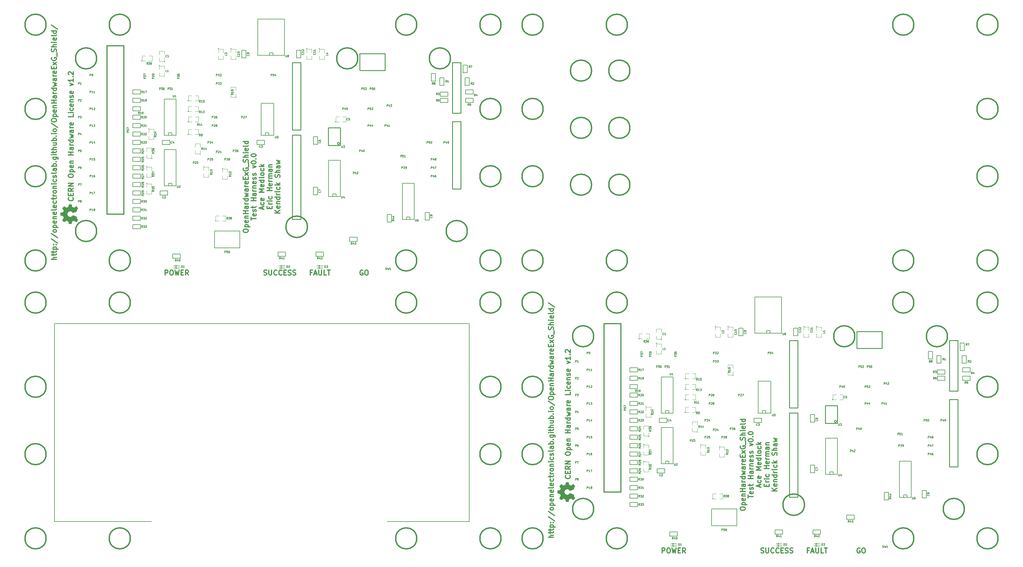
<source format=gto>
G04 (created by PCBNEW (2013-jul-07)-stable) date Sat 02 May 2015 02:19:32 PM CEST*
%MOIN*%
G04 Gerber Fmt 3.4, Leading zero omitted, Abs format*
%FSLAX34Y34*%
G01*
G70*
G90*
G04 APERTURE LIST*
%ADD10C,0.00590551*%
%ADD11C,0.011811*%
%ADD12C,0.015*%
%ADD13C,0.0001*%
%ADD14C,0.01*%
%ADD15C,0.008*%
%ADD16C,0.0039*%
%ADD17C,0.005*%
%ADD18C,0.012*%
%ADD19C,0.0026*%
%ADD20C,0.004*%
G04 APERTURE END LIST*
G54D10*
X72500Y-68000D02*
X62750Y-68000D01*
X23250Y-68000D02*
X34750Y-68000D01*
X23250Y-68000D02*
X23250Y-44500D01*
X72500Y-44500D02*
X72500Y-68000D01*
X23250Y-44500D02*
X72500Y-44500D01*
G54D11*
X104648Y-66522D02*
X104648Y-66410D01*
X104676Y-66354D01*
X104732Y-66297D01*
X104845Y-66269D01*
X105042Y-66269D01*
X105154Y-66297D01*
X105210Y-66354D01*
X105239Y-66410D01*
X105239Y-66522D01*
X105210Y-66579D01*
X105154Y-66635D01*
X105042Y-66663D01*
X104845Y-66663D01*
X104732Y-66635D01*
X104676Y-66579D01*
X104648Y-66522D01*
X104845Y-66016D02*
X105435Y-66016D01*
X104873Y-66016D02*
X104845Y-65960D01*
X104845Y-65847D01*
X104873Y-65791D01*
X104901Y-65763D01*
X104957Y-65735D01*
X105126Y-65735D01*
X105182Y-65763D01*
X105210Y-65791D01*
X105239Y-65847D01*
X105239Y-65960D01*
X105210Y-66016D01*
X105210Y-65257D02*
X105239Y-65313D01*
X105239Y-65426D01*
X105210Y-65482D01*
X105154Y-65510D01*
X104929Y-65510D01*
X104873Y-65482D01*
X104845Y-65426D01*
X104845Y-65313D01*
X104873Y-65257D01*
X104929Y-65229D01*
X104985Y-65229D01*
X105042Y-65510D01*
X104845Y-64976D02*
X105239Y-64976D01*
X104901Y-64976D02*
X104873Y-64947D01*
X104845Y-64891D01*
X104845Y-64807D01*
X104873Y-64751D01*
X104929Y-64723D01*
X105239Y-64723D01*
X105239Y-64441D02*
X104648Y-64441D01*
X104929Y-64441D02*
X104929Y-64104D01*
X105239Y-64104D02*
X104648Y-64104D01*
X105239Y-63570D02*
X104929Y-63570D01*
X104873Y-63598D01*
X104845Y-63654D01*
X104845Y-63766D01*
X104873Y-63823D01*
X105210Y-63570D02*
X105239Y-63626D01*
X105239Y-63766D01*
X105210Y-63823D01*
X105154Y-63851D01*
X105098Y-63851D01*
X105042Y-63823D01*
X105014Y-63766D01*
X105014Y-63626D01*
X104985Y-63570D01*
X105239Y-63288D02*
X104845Y-63288D01*
X104957Y-63288D02*
X104901Y-63260D01*
X104873Y-63232D01*
X104845Y-63176D01*
X104845Y-63120D01*
X105239Y-62670D02*
X104648Y-62670D01*
X105210Y-62670D02*
X105239Y-62726D01*
X105239Y-62838D01*
X105210Y-62895D01*
X105182Y-62923D01*
X105126Y-62951D01*
X104957Y-62951D01*
X104901Y-62923D01*
X104873Y-62895D01*
X104845Y-62838D01*
X104845Y-62726D01*
X104873Y-62670D01*
X104845Y-62445D02*
X105239Y-62332D01*
X104957Y-62220D01*
X105239Y-62107D01*
X104845Y-61995D01*
X105239Y-61517D02*
X104929Y-61517D01*
X104873Y-61545D01*
X104845Y-61601D01*
X104845Y-61714D01*
X104873Y-61770D01*
X105210Y-61517D02*
X105239Y-61573D01*
X105239Y-61714D01*
X105210Y-61770D01*
X105154Y-61798D01*
X105098Y-61798D01*
X105042Y-61770D01*
X105014Y-61714D01*
X105014Y-61573D01*
X104985Y-61517D01*
X105239Y-61235D02*
X104845Y-61235D01*
X104957Y-61235D02*
X104901Y-61207D01*
X104873Y-61179D01*
X104845Y-61123D01*
X104845Y-61067D01*
X105210Y-60645D02*
X105239Y-60701D01*
X105239Y-60814D01*
X105210Y-60870D01*
X105154Y-60898D01*
X104929Y-60898D01*
X104873Y-60870D01*
X104845Y-60814D01*
X104845Y-60701D01*
X104873Y-60645D01*
X104929Y-60617D01*
X104985Y-60617D01*
X105042Y-60898D01*
X104929Y-60364D02*
X104929Y-60167D01*
X105239Y-60082D02*
X105239Y-60364D01*
X104648Y-60364D01*
X104648Y-60082D01*
X105239Y-59886D02*
X104845Y-59576D01*
X104845Y-59886D02*
X105239Y-59576D01*
X104676Y-59042D02*
X104648Y-59098D01*
X104648Y-59183D01*
X104676Y-59267D01*
X104732Y-59323D01*
X104789Y-59351D01*
X104901Y-59379D01*
X104985Y-59379D01*
X105098Y-59351D01*
X105154Y-59323D01*
X105210Y-59267D01*
X105239Y-59183D01*
X105239Y-59126D01*
X105210Y-59042D01*
X105182Y-59014D01*
X104985Y-59014D01*
X104985Y-59126D01*
X105295Y-58901D02*
X105295Y-58451D01*
X105210Y-58339D02*
X105239Y-58255D01*
X105239Y-58114D01*
X105210Y-58058D01*
X105182Y-58030D01*
X105126Y-58001D01*
X105070Y-58001D01*
X105014Y-58030D01*
X104985Y-58058D01*
X104957Y-58114D01*
X104929Y-58226D01*
X104901Y-58283D01*
X104873Y-58311D01*
X104817Y-58339D01*
X104760Y-58339D01*
X104704Y-58311D01*
X104676Y-58283D01*
X104648Y-58226D01*
X104648Y-58086D01*
X104676Y-58001D01*
X105239Y-57748D02*
X104648Y-57748D01*
X105239Y-57495D02*
X104929Y-57495D01*
X104873Y-57523D01*
X104845Y-57580D01*
X104845Y-57664D01*
X104873Y-57720D01*
X104901Y-57748D01*
X105239Y-57214D02*
X104845Y-57214D01*
X104648Y-57214D02*
X104676Y-57242D01*
X104704Y-57214D01*
X104676Y-57186D01*
X104648Y-57214D01*
X104704Y-57214D01*
X105210Y-56708D02*
X105239Y-56764D01*
X105239Y-56877D01*
X105210Y-56933D01*
X105154Y-56961D01*
X104929Y-56961D01*
X104873Y-56933D01*
X104845Y-56877D01*
X104845Y-56764D01*
X104873Y-56708D01*
X104929Y-56680D01*
X104985Y-56680D01*
X105042Y-56961D01*
X105239Y-56342D02*
X105210Y-56399D01*
X105154Y-56427D01*
X104648Y-56427D01*
X105239Y-55864D02*
X104648Y-55864D01*
X105210Y-55864D02*
X105239Y-55920D01*
X105239Y-56033D01*
X105210Y-56089D01*
X105182Y-56117D01*
X105126Y-56145D01*
X104957Y-56145D01*
X104901Y-56117D01*
X104873Y-56089D01*
X104845Y-56033D01*
X104845Y-55920D01*
X104873Y-55864D01*
X105593Y-65215D02*
X105593Y-64877D01*
X106183Y-65046D02*
X105593Y-65046D01*
X106155Y-64455D02*
X106183Y-64512D01*
X106183Y-64624D01*
X106155Y-64680D01*
X106099Y-64708D01*
X105874Y-64708D01*
X105818Y-64680D01*
X105790Y-64624D01*
X105790Y-64512D01*
X105818Y-64455D01*
X105874Y-64427D01*
X105930Y-64427D01*
X105987Y-64708D01*
X106155Y-64202D02*
X106183Y-64146D01*
X106183Y-64034D01*
X106155Y-63977D01*
X106099Y-63949D01*
X106071Y-63949D01*
X106015Y-63977D01*
X105987Y-64034D01*
X105987Y-64118D01*
X105958Y-64174D01*
X105902Y-64202D01*
X105874Y-64202D01*
X105818Y-64174D01*
X105790Y-64118D01*
X105790Y-64034D01*
X105818Y-63977D01*
X105790Y-63780D02*
X105790Y-63555D01*
X105593Y-63696D02*
X106099Y-63696D01*
X106155Y-63668D01*
X106183Y-63612D01*
X106183Y-63555D01*
X106183Y-62909D02*
X105593Y-62909D01*
X105874Y-62909D02*
X105874Y-62571D01*
X106183Y-62571D02*
X105593Y-62571D01*
X106183Y-62037D02*
X105874Y-62037D01*
X105818Y-62065D01*
X105790Y-62121D01*
X105790Y-62234D01*
X105818Y-62290D01*
X106155Y-62037D02*
X106183Y-62093D01*
X106183Y-62234D01*
X106155Y-62290D01*
X106099Y-62318D01*
X106043Y-62318D01*
X105987Y-62290D01*
X105958Y-62234D01*
X105958Y-62093D01*
X105930Y-62037D01*
X106183Y-61756D02*
X105790Y-61756D01*
X105902Y-61756D02*
X105846Y-61728D01*
X105818Y-61699D01*
X105790Y-61643D01*
X105790Y-61587D01*
X105790Y-61390D02*
X106183Y-61390D01*
X105846Y-61390D02*
X105818Y-61362D01*
X105790Y-61306D01*
X105790Y-61221D01*
X105818Y-61165D01*
X105874Y-61137D01*
X106183Y-61137D01*
X106155Y-60631D02*
X106183Y-60687D01*
X106183Y-60800D01*
X106155Y-60856D01*
X106099Y-60884D01*
X105874Y-60884D01*
X105818Y-60856D01*
X105790Y-60800D01*
X105790Y-60687D01*
X105818Y-60631D01*
X105874Y-60603D01*
X105930Y-60603D01*
X105987Y-60884D01*
X106155Y-60378D02*
X106183Y-60321D01*
X106183Y-60209D01*
X106155Y-60153D01*
X106099Y-60125D01*
X106071Y-60125D01*
X106015Y-60153D01*
X105987Y-60209D01*
X105987Y-60293D01*
X105958Y-60350D01*
X105902Y-60378D01*
X105874Y-60378D01*
X105818Y-60350D01*
X105790Y-60293D01*
X105790Y-60209D01*
X105818Y-60153D01*
X106155Y-59900D02*
X106183Y-59843D01*
X106183Y-59731D01*
X106155Y-59675D01*
X106099Y-59647D01*
X106071Y-59647D01*
X106015Y-59675D01*
X105987Y-59731D01*
X105987Y-59815D01*
X105958Y-59872D01*
X105902Y-59900D01*
X105874Y-59900D01*
X105818Y-59872D01*
X105790Y-59815D01*
X105790Y-59731D01*
X105818Y-59675D01*
X105790Y-59000D02*
X106183Y-58859D01*
X105790Y-58719D01*
X105593Y-58381D02*
X105593Y-58325D01*
X105621Y-58269D01*
X105649Y-58241D01*
X105705Y-58212D01*
X105818Y-58184D01*
X105958Y-58184D01*
X106071Y-58212D01*
X106127Y-58241D01*
X106155Y-58269D01*
X106183Y-58325D01*
X106183Y-58381D01*
X106155Y-58437D01*
X106127Y-58465D01*
X106071Y-58494D01*
X105958Y-58522D01*
X105818Y-58522D01*
X105705Y-58494D01*
X105649Y-58465D01*
X105621Y-58437D01*
X105593Y-58381D01*
X106127Y-57931D02*
X106155Y-57903D01*
X106183Y-57931D01*
X106155Y-57959D01*
X106127Y-57931D01*
X106183Y-57931D01*
X105593Y-57537D02*
X105593Y-57481D01*
X105621Y-57425D01*
X105649Y-57397D01*
X105705Y-57369D01*
X105818Y-57341D01*
X105958Y-57341D01*
X106071Y-57369D01*
X106127Y-57397D01*
X106155Y-57425D01*
X106183Y-57481D01*
X106183Y-57537D01*
X106155Y-57594D01*
X106127Y-57622D01*
X106071Y-57650D01*
X105958Y-57678D01*
X105818Y-57678D01*
X105705Y-57650D01*
X105649Y-57622D01*
X105621Y-57594D01*
X105593Y-57537D01*
X106960Y-63893D02*
X106960Y-63612D01*
X107128Y-63949D02*
X106538Y-63752D01*
X107128Y-63555D01*
X107100Y-63106D02*
X107128Y-63162D01*
X107128Y-63274D01*
X107100Y-63330D01*
X107072Y-63359D01*
X107016Y-63387D01*
X106847Y-63387D01*
X106791Y-63359D01*
X106763Y-63330D01*
X106735Y-63274D01*
X106735Y-63162D01*
X106763Y-63106D01*
X107100Y-62627D02*
X107128Y-62684D01*
X107128Y-62796D01*
X107100Y-62852D01*
X107044Y-62881D01*
X106819Y-62881D01*
X106763Y-62852D01*
X106735Y-62796D01*
X106735Y-62684D01*
X106763Y-62627D01*
X106819Y-62599D01*
X106875Y-62599D01*
X106931Y-62881D01*
X107128Y-61896D02*
X106538Y-61896D01*
X106960Y-61699D01*
X106538Y-61503D01*
X107128Y-61503D01*
X107100Y-60996D02*
X107128Y-61053D01*
X107128Y-61165D01*
X107100Y-61221D01*
X107044Y-61250D01*
X106819Y-61250D01*
X106763Y-61221D01*
X106735Y-61165D01*
X106735Y-61053D01*
X106763Y-60996D01*
X106819Y-60968D01*
X106875Y-60968D01*
X106931Y-61250D01*
X107128Y-60462D02*
X106538Y-60462D01*
X107100Y-60462D02*
X107128Y-60518D01*
X107128Y-60631D01*
X107100Y-60687D01*
X107072Y-60715D01*
X107016Y-60743D01*
X106847Y-60743D01*
X106791Y-60715D01*
X106763Y-60687D01*
X106735Y-60631D01*
X106735Y-60518D01*
X106763Y-60462D01*
X107128Y-60097D02*
X107100Y-60153D01*
X107044Y-60181D01*
X106538Y-60181D01*
X107128Y-59787D02*
X107100Y-59843D01*
X107072Y-59872D01*
X107016Y-59900D01*
X106847Y-59900D01*
X106791Y-59872D01*
X106763Y-59843D01*
X106735Y-59787D01*
X106735Y-59703D01*
X106763Y-59647D01*
X106791Y-59618D01*
X106847Y-59590D01*
X107016Y-59590D01*
X107072Y-59618D01*
X107100Y-59647D01*
X107128Y-59703D01*
X107128Y-59787D01*
X107100Y-59084D02*
X107128Y-59140D01*
X107128Y-59253D01*
X107100Y-59309D01*
X107072Y-59337D01*
X107016Y-59365D01*
X106847Y-59365D01*
X106791Y-59337D01*
X106763Y-59309D01*
X106735Y-59253D01*
X106735Y-59140D01*
X106763Y-59084D01*
X107128Y-58831D02*
X106538Y-58831D01*
X106903Y-58775D02*
X107128Y-58606D01*
X106735Y-58606D02*
X106960Y-58831D01*
X107764Y-63851D02*
X107764Y-63654D01*
X108073Y-63570D02*
X108073Y-63851D01*
X107483Y-63851D01*
X107483Y-63570D01*
X108073Y-63316D02*
X107679Y-63316D01*
X107792Y-63316D02*
X107736Y-63288D01*
X107708Y-63260D01*
X107679Y-63204D01*
X107679Y-63148D01*
X108073Y-62951D02*
X107679Y-62951D01*
X107483Y-62951D02*
X107511Y-62979D01*
X107539Y-62951D01*
X107511Y-62923D01*
X107483Y-62951D01*
X107539Y-62951D01*
X108045Y-62417D02*
X108073Y-62473D01*
X108073Y-62585D01*
X108045Y-62642D01*
X108017Y-62670D01*
X107961Y-62698D01*
X107792Y-62698D01*
X107736Y-62670D01*
X107708Y-62642D01*
X107679Y-62585D01*
X107679Y-62473D01*
X107708Y-62417D01*
X108073Y-61714D02*
X107483Y-61714D01*
X107764Y-61714D02*
X107764Y-61376D01*
X108073Y-61376D02*
X107483Y-61376D01*
X108045Y-60870D02*
X108073Y-60926D01*
X108073Y-61039D01*
X108045Y-61095D01*
X107989Y-61123D01*
X107764Y-61123D01*
X107708Y-61095D01*
X107679Y-61039D01*
X107679Y-60926D01*
X107708Y-60870D01*
X107764Y-60842D01*
X107820Y-60842D01*
X107876Y-61123D01*
X108073Y-60589D02*
X107679Y-60589D01*
X107792Y-60589D02*
X107736Y-60561D01*
X107708Y-60532D01*
X107679Y-60476D01*
X107679Y-60420D01*
X108073Y-60223D02*
X107679Y-60223D01*
X107736Y-60223D02*
X107708Y-60195D01*
X107679Y-60139D01*
X107679Y-60054D01*
X107708Y-59998D01*
X107764Y-59970D01*
X108073Y-59970D01*
X107764Y-59970D02*
X107708Y-59942D01*
X107679Y-59886D01*
X107679Y-59801D01*
X107708Y-59745D01*
X107764Y-59717D01*
X108073Y-59717D01*
X108073Y-59183D02*
X107764Y-59183D01*
X107708Y-59211D01*
X107679Y-59267D01*
X107679Y-59379D01*
X107708Y-59436D01*
X108045Y-59183D02*
X108073Y-59239D01*
X108073Y-59379D01*
X108045Y-59436D01*
X107989Y-59464D01*
X107933Y-59464D01*
X107876Y-59436D01*
X107848Y-59379D01*
X107848Y-59239D01*
X107820Y-59183D01*
X107679Y-58901D02*
X108073Y-58901D01*
X107736Y-58901D02*
X107708Y-58873D01*
X107679Y-58817D01*
X107679Y-58733D01*
X107708Y-58676D01*
X107764Y-58648D01*
X108073Y-58648D01*
X109018Y-64357D02*
X108428Y-64357D01*
X109018Y-64019D02*
X108681Y-64273D01*
X108428Y-64019D02*
X108765Y-64357D01*
X108990Y-63541D02*
X109018Y-63598D01*
X109018Y-63710D01*
X108990Y-63766D01*
X108934Y-63794D01*
X108709Y-63794D01*
X108652Y-63766D01*
X108624Y-63710D01*
X108624Y-63598D01*
X108652Y-63541D01*
X108709Y-63513D01*
X108765Y-63513D01*
X108821Y-63794D01*
X108624Y-63260D02*
X109018Y-63260D01*
X108681Y-63260D02*
X108652Y-63232D01*
X108624Y-63176D01*
X108624Y-63091D01*
X108652Y-63035D01*
X108709Y-63007D01*
X109018Y-63007D01*
X109018Y-62473D02*
X108428Y-62473D01*
X108990Y-62473D02*
X109018Y-62529D01*
X109018Y-62642D01*
X108990Y-62698D01*
X108962Y-62726D01*
X108906Y-62754D01*
X108737Y-62754D01*
X108681Y-62726D01*
X108652Y-62698D01*
X108624Y-62642D01*
X108624Y-62529D01*
X108652Y-62473D01*
X109018Y-62192D02*
X108624Y-62192D01*
X108737Y-62192D02*
X108681Y-62163D01*
X108652Y-62135D01*
X108624Y-62079D01*
X108624Y-62023D01*
X109018Y-61826D02*
X108624Y-61826D01*
X108428Y-61826D02*
X108456Y-61854D01*
X108484Y-61826D01*
X108456Y-61798D01*
X108428Y-61826D01*
X108484Y-61826D01*
X108990Y-61292D02*
X109018Y-61348D01*
X109018Y-61460D01*
X108990Y-61517D01*
X108962Y-61545D01*
X108906Y-61573D01*
X108737Y-61573D01*
X108681Y-61545D01*
X108652Y-61517D01*
X108624Y-61460D01*
X108624Y-61348D01*
X108652Y-61292D01*
X109018Y-61039D02*
X108428Y-61039D01*
X108793Y-60982D02*
X109018Y-60814D01*
X108624Y-60814D02*
X108849Y-61039D01*
X108990Y-60139D02*
X109018Y-60054D01*
X109018Y-59914D01*
X108990Y-59857D01*
X108962Y-59829D01*
X108906Y-59801D01*
X108849Y-59801D01*
X108793Y-59829D01*
X108765Y-59857D01*
X108737Y-59914D01*
X108709Y-60026D01*
X108681Y-60082D01*
X108652Y-60111D01*
X108596Y-60139D01*
X108540Y-60139D01*
X108484Y-60111D01*
X108456Y-60082D01*
X108428Y-60026D01*
X108428Y-59886D01*
X108456Y-59801D01*
X109018Y-59548D02*
X108428Y-59548D01*
X109018Y-59295D02*
X108709Y-59295D01*
X108652Y-59323D01*
X108624Y-59379D01*
X108624Y-59464D01*
X108652Y-59520D01*
X108681Y-59548D01*
X109018Y-58761D02*
X108709Y-58761D01*
X108652Y-58789D01*
X108624Y-58845D01*
X108624Y-58958D01*
X108652Y-59014D01*
X108990Y-58761D02*
X109018Y-58817D01*
X109018Y-58958D01*
X108990Y-59014D01*
X108934Y-59042D01*
X108877Y-59042D01*
X108821Y-59014D01*
X108793Y-58958D01*
X108793Y-58817D01*
X108765Y-58761D01*
X108624Y-58536D02*
X109018Y-58423D01*
X108737Y-58311D01*
X109018Y-58198D01*
X108624Y-58086D01*
X82489Y-69877D02*
X81898Y-69877D01*
X82489Y-69624D02*
X82179Y-69624D01*
X82123Y-69652D01*
X82095Y-69709D01*
X82095Y-69793D01*
X82123Y-69849D01*
X82151Y-69877D01*
X82095Y-69428D02*
X82095Y-69203D01*
X81898Y-69343D02*
X82404Y-69343D01*
X82460Y-69315D01*
X82489Y-69259D01*
X82489Y-69203D01*
X82095Y-69090D02*
X82095Y-68865D01*
X81898Y-69006D02*
X82404Y-69006D01*
X82460Y-68978D01*
X82489Y-68921D01*
X82489Y-68865D01*
X82095Y-68668D02*
X82685Y-68668D01*
X82123Y-68668D02*
X82095Y-68612D01*
X82095Y-68500D01*
X82123Y-68443D01*
X82151Y-68415D01*
X82207Y-68387D01*
X82376Y-68387D01*
X82432Y-68415D01*
X82460Y-68443D01*
X82489Y-68500D01*
X82489Y-68612D01*
X82460Y-68668D01*
X82432Y-68134D02*
X82460Y-68106D01*
X82489Y-68134D01*
X82460Y-68162D01*
X82432Y-68134D01*
X82489Y-68134D01*
X82123Y-68134D02*
X82151Y-68106D01*
X82179Y-68134D01*
X82151Y-68162D01*
X82123Y-68134D01*
X82179Y-68134D01*
X81870Y-67431D02*
X82629Y-67937D01*
X81870Y-66812D02*
X82629Y-67318D01*
X82489Y-66531D02*
X82460Y-66587D01*
X82432Y-66615D01*
X82376Y-66643D01*
X82207Y-66643D01*
X82151Y-66615D01*
X82123Y-66587D01*
X82095Y-66531D01*
X82095Y-66447D01*
X82123Y-66390D01*
X82151Y-66362D01*
X82207Y-66334D01*
X82376Y-66334D01*
X82432Y-66362D01*
X82460Y-66390D01*
X82489Y-66447D01*
X82489Y-66531D01*
X82095Y-66081D02*
X82685Y-66081D01*
X82123Y-66081D02*
X82095Y-66025D01*
X82095Y-65912D01*
X82123Y-65856D01*
X82151Y-65828D01*
X82207Y-65800D01*
X82376Y-65800D01*
X82432Y-65828D01*
X82460Y-65856D01*
X82489Y-65912D01*
X82489Y-66025D01*
X82460Y-66081D01*
X82460Y-65322D02*
X82489Y-65378D01*
X82489Y-65491D01*
X82460Y-65547D01*
X82404Y-65575D01*
X82179Y-65575D01*
X82123Y-65547D01*
X82095Y-65491D01*
X82095Y-65378D01*
X82123Y-65322D01*
X82179Y-65294D01*
X82235Y-65294D01*
X82292Y-65575D01*
X82095Y-65041D02*
X82489Y-65041D01*
X82151Y-65041D02*
X82123Y-65012D01*
X82095Y-64956D01*
X82095Y-64872D01*
X82123Y-64816D01*
X82179Y-64787D01*
X82489Y-64787D01*
X82460Y-64281D02*
X82489Y-64338D01*
X82489Y-64450D01*
X82460Y-64506D01*
X82404Y-64534D01*
X82179Y-64534D01*
X82123Y-64506D01*
X82095Y-64450D01*
X82095Y-64338D01*
X82123Y-64281D01*
X82179Y-64253D01*
X82235Y-64253D01*
X82292Y-64534D01*
X82489Y-63916D02*
X82460Y-63972D01*
X82404Y-64000D01*
X81898Y-64000D01*
X82460Y-63466D02*
X82489Y-63522D01*
X82489Y-63634D01*
X82460Y-63691D01*
X82404Y-63719D01*
X82179Y-63719D01*
X82123Y-63691D01*
X82095Y-63634D01*
X82095Y-63522D01*
X82123Y-63466D01*
X82179Y-63438D01*
X82235Y-63438D01*
X82292Y-63719D01*
X82460Y-62931D02*
X82489Y-62988D01*
X82489Y-63100D01*
X82460Y-63156D01*
X82432Y-63185D01*
X82376Y-63213D01*
X82207Y-63213D01*
X82151Y-63185D01*
X82123Y-63156D01*
X82095Y-63100D01*
X82095Y-62988D01*
X82123Y-62931D01*
X82095Y-62763D02*
X82095Y-62538D01*
X81898Y-62678D02*
X82404Y-62678D01*
X82460Y-62650D01*
X82489Y-62594D01*
X82489Y-62538D01*
X82489Y-62341D02*
X82095Y-62341D01*
X82207Y-62341D02*
X82151Y-62313D01*
X82123Y-62285D01*
X82095Y-62228D01*
X82095Y-62172D01*
X82489Y-61891D02*
X82460Y-61947D01*
X82432Y-61975D01*
X82376Y-62003D01*
X82207Y-62003D01*
X82151Y-61975D01*
X82123Y-61947D01*
X82095Y-61891D01*
X82095Y-61807D01*
X82123Y-61750D01*
X82151Y-61722D01*
X82207Y-61694D01*
X82376Y-61694D01*
X82432Y-61722D01*
X82460Y-61750D01*
X82489Y-61807D01*
X82489Y-61891D01*
X82095Y-61441D02*
X82489Y-61441D01*
X82151Y-61441D02*
X82123Y-61413D01*
X82095Y-61357D01*
X82095Y-61272D01*
X82123Y-61216D01*
X82179Y-61188D01*
X82489Y-61188D01*
X82489Y-60907D02*
X82095Y-60907D01*
X81898Y-60907D02*
X81926Y-60935D01*
X81954Y-60907D01*
X81926Y-60879D01*
X81898Y-60907D01*
X81954Y-60907D01*
X82460Y-60372D02*
X82489Y-60429D01*
X82489Y-60541D01*
X82460Y-60597D01*
X82432Y-60625D01*
X82376Y-60654D01*
X82207Y-60654D01*
X82151Y-60625D01*
X82123Y-60597D01*
X82095Y-60541D01*
X82095Y-60429D01*
X82123Y-60372D01*
X82460Y-60147D02*
X82489Y-60091D01*
X82489Y-59979D01*
X82460Y-59922D01*
X82404Y-59894D01*
X82376Y-59894D01*
X82320Y-59922D01*
X82292Y-59979D01*
X82292Y-60063D01*
X82264Y-60119D01*
X82207Y-60147D01*
X82179Y-60147D01*
X82123Y-60119D01*
X82095Y-60063D01*
X82095Y-59979D01*
X82123Y-59922D01*
X82489Y-59557D02*
X82460Y-59613D01*
X82404Y-59641D01*
X81898Y-59641D01*
X82489Y-59079D02*
X82179Y-59079D01*
X82123Y-59107D01*
X82095Y-59163D01*
X82095Y-59276D01*
X82123Y-59332D01*
X82460Y-59079D02*
X82489Y-59135D01*
X82489Y-59276D01*
X82460Y-59332D01*
X82404Y-59360D01*
X82348Y-59360D01*
X82292Y-59332D01*
X82264Y-59276D01*
X82264Y-59135D01*
X82235Y-59079D01*
X82489Y-58798D02*
X81898Y-58798D01*
X82123Y-58798D02*
X82095Y-58741D01*
X82095Y-58629D01*
X82123Y-58573D01*
X82151Y-58544D01*
X82207Y-58516D01*
X82376Y-58516D01*
X82432Y-58544D01*
X82460Y-58573D01*
X82489Y-58629D01*
X82489Y-58741D01*
X82460Y-58798D01*
X82432Y-58263D02*
X82460Y-58235D01*
X82489Y-58263D01*
X82460Y-58291D01*
X82432Y-58263D01*
X82489Y-58263D01*
X82095Y-57729D02*
X82573Y-57729D01*
X82629Y-57757D01*
X82657Y-57785D01*
X82685Y-57841D01*
X82685Y-57926D01*
X82657Y-57982D01*
X82460Y-57729D02*
X82489Y-57785D01*
X82489Y-57898D01*
X82460Y-57954D01*
X82432Y-57982D01*
X82376Y-58010D01*
X82207Y-58010D01*
X82151Y-57982D01*
X82123Y-57954D01*
X82095Y-57898D01*
X82095Y-57785D01*
X82123Y-57729D01*
X82489Y-57448D02*
X82095Y-57448D01*
X81898Y-57448D02*
X81926Y-57476D01*
X81954Y-57448D01*
X81926Y-57420D01*
X81898Y-57448D01*
X81954Y-57448D01*
X82095Y-57251D02*
X82095Y-57026D01*
X81898Y-57167D02*
X82404Y-57167D01*
X82460Y-57138D01*
X82489Y-57082D01*
X82489Y-57026D01*
X82489Y-56829D02*
X81898Y-56829D01*
X82489Y-56576D02*
X82179Y-56576D01*
X82123Y-56604D01*
X82095Y-56660D01*
X82095Y-56745D01*
X82123Y-56801D01*
X82151Y-56829D01*
X82095Y-56042D02*
X82489Y-56042D01*
X82095Y-56295D02*
X82404Y-56295D01*
X82460Y-56267D01*
X82489Y-56210D01*
X82489Y-56126D01*
X82460Y-56070D01*
X82432Y-56042D01*
X82489Y-55760D02*
X81898Y-55760D01*
X82123Y-55760D02*
X82095Y-55704D01*
X82095Y-55592D01*
X82123Y-55535D01*
X82151Y-55507D01*
X82207Y-55479D01*
X82376Y-55479D01*
X82432Y-55507D01*
X82460Y-55535D01*
X82489Y-55592D01*
X82489Y-55704D01*
X82460Y-55760D01*
X82432Y-55226D02*
X82460Y-55198D01*
X82489Y-55226D01*
X82460Y-55254D01*
X82432Y-55226D01*
X82489Y-55226D01*
X82489Y-54945D02*
X82095Y-54945D01*
X81898Y-54945D02*
X81926Y-54973D01*
X81954Y-54945D01*
X81926Y-54917D01*
X81898Y-54945D01*
X81954Y-54945D01*
X82489Y-54579D02*
X82460Y-54636D01*
X82432Y-54664D01*
X82376Y-54692D01*
X82207Y-54692D01*
X82151Y-54664D01*
X82123Y-54636D01*
X82095Y-54579D01*
X82095Y-54495D01*
X82123Y-54439D01*
X82151Y-54411D01*
X82207Y-54383D01*
X82376Y-54383D01*
X82432Y-54411D01*
X82460Y-54439D01*
X82489Y-54495D01*
X82489Y-54579D01*
X81870Y-53708D02*
X82629Y-54214D01*
X81898Y-53398D02*
X81898Y-53286D01*
X81926Y-53230D01*
X81982Y-53173D01*
X82095Y-53145D01*
X82292Y-53145D01*
X82404Y-53173D01*
X82460Y-53230D01*
X82489Y-53286D01*
X82489Y-53398D01*
X82460Y-53455D01*
X82404Y-53511D01*
X82292Y-53539D01*
X82095Y-53539D01*
X81982Y-53511D01*
X81926Y-53455D01*
X81898Y-53398D01*
X82095Y-52892D02*
X82685Y-52892D01*
X82123Y-52892D02*
X82095Y-52836D01*
X82095Y-52723D01*
X82123Y-52667D01*
X82151Y-52639D01*
X82207Y-52611D01*
X82376Y-52611D01*
X82432Y-52639D01*
X82460Y-52667D01*
X82489Y-52723D01*
X82489Y-52836D01*
X82460Y-52892D01*
X82460Y-52133D02*
X82489Y-52189D01*
X82489Y-52302D01*
X82460Y-52358D01*
X82404Y-52386D01*
X82179Y-52386D01*
X82123Y-52358D01*
X82095Y-52302D01*
X82095Y-52189D01*
X82123Y-52133D01*
X82179Y-52105D01*
X82235Y-52105D01*
X82292Y-52386D01*
X82095Y-51852D02*
X82489Y-51852D01*
X82151Y-51852D02*
X82123Y-51823D01*
X82095Y-51767D01*
X82095Y-51683D01*
X82123Y-51627D01*
X82179Y-51598D01*
X82489Y-51598D01*
X82489Y-51317D02*
X81898Y-51317D01*
X82179Y-51317D02*
X82179Y-50980D01*
X82489Y-50980D02*
X81898Y-50980D01*
X82489Y-50446D02*
X82179Y-50446D01*
X82123Y-50474D01*
X82095Y-50530D01*
X82095Y-50642D01*
X82123Y-50699D01*
X82460Y-50446D02*
X82489Y-50502D01*
X82489Y-50642D01*
X82460Y-50699D01*
X82404Y-50727D01*
X82348Y-50727D01*
X82292Y-50699D01*
X82264Y-50642D01*
X82264Y-50502D01*
X82235Y-50446D01*
X82489Y-50164D02*
X82095Y-50164D01*
X82207Y-50164D02*
X82151Y-50136D01*
X82123Y-50108D01*
X82095Y-50052D01*
X82095Y-49996D01*
X82489Y-49546D02*
X81898Y-49546D01*
X82460Y-49546D02*
X82489Y-49602D01*
X82489Y-49714D01*
X82460Y-49771D01*
X82432Y-49799D01*
X82376Y-49827D01*
X82207Y-49827D01*
X82151Y-49799D01*
X82123Y-49771D01*
X82095Y-49714D01*
X82095Y-49602D01*
X82123Y-49546D01*
X82095Y-49321D02*
X82489Y-49208D01*
X82207Y-49096D01*
X82489Y-48983D01*
X82095Y-48871D01*
X82489Y-48393D02*
X82179Y-48393D01*
X82123Y-48421D01*
X82095Y-48477D01*
X82095Y-48589D01*
X82123Y-48646D01*
X82460Y-48393D02*
X82489Y-48449D01*
X82489Y-48589D01*
X82460Y-48646D01*
X82404Y-48674D01*
X82348Y-48674D01*
X82292Y-48646D01*
X82264Y-48589D01*
X82264Y-48449D01*
X82235Y-48393D01*
X82489Y-48111D02*
X82095Y-48111D01*
X82207Y-48111D02*
X82151Y-48083D01*
X82123Y-48055D01*
X82095Y-47999D01*
X82095Y-47943D01*
X82460Y-47521D02*
X82489Y-47577D01*
X82489Y-47690D01*
X82460Y-47746D01*
X82404Y-47774D01*
X82179Y-47774D01*
X82123Y-47746D01*
X82095Y-47690D01*
X82095Y-47577D01*
X82123Y-47521D01*
X82179Y-47493D01*
X82235Y-47493D01*
X82292Y-47774D01*
X82179Y-47240D02*
X82179Y-47043D01*
X82489Y-46958D02*
X82489Y-47240D01*
X81898Y-47240D01*
X81898Y-46958D01*
X82489Y-46762D02*
X82095Y-46452D01*
X82095Y-46762D02*
X82489Y-46452D01*
X81926Y-45918D02*
X81898Y-45974D01*
X81898Y-46059D01*
X81926Y-46143D01*
X81982Y-46199D01*
X82039Y-46227D01*
X82151Y-46255D01*
X82235Y-46255D01*
X82348Y-46227D01*
X82404Y-46199D01*
X82460Y-46143D01*
X82489Y-46059D01*
X82489Y-46002D01*
X82460Y-45918D01*
X82432Y-45890D01*
X82235Y-45890D01*
X82235Y-46002D01*
X82545Y-45777D02*
X82545Y-45327D01*
X82460Y-45215D02*
X82489Y-45131D01*
X82489Y-44990D01*
X82460Y-44934D01*
X82432Y-44906D01*
X82376Y-44877D01*
X82320Y-44877D01*
X82264Y-44906D01*
X82235Y-44934D01*
X82207Y-44990D01*
X82179Y-45102D01*
X82151Y-45159D01*
X82123Y-45187D01*
X82067Y-45215D01*
X82010Y-45215D01*
X81954Y-45187D01*
X81926Y-45159D01*
X81898Y-45102D01*
X81898Y-44962D01*
X81926Y-44877D01*
X82489Y-44624D02*
X81898Y-44624D01*
X82489Y-44371D02*
X82179Y-44371D01*
X82123Y-44399D01*
X82095Y-44456D01*
X82095Y-44540D01*
X82123Y-44596D01*
X82151Y-44624D01*
X82489Y-44090D02*
X82095Y-44090D01*
X81898Y-44090D02*
X81926Y-44118D01*
X81954Y-44090D01*
X81926Y-44062D01*
X81898Y-44090D01*
X81954Y-44090D01*
X82460Y-43584D02*
X82489Y-43640D01*
X82489Y-43753D01*
X82460Y-43809D01*
X82404Y-43837D01*
X82179Y-43837D01*
X82123Y-43809D01*
X82095Y-43753D01*
X82095Y-43640D01*
X82123Y-43584D01*
X82179Y-43556D01*
X82235Y-43556D01*
X82292Y-43837D01*
X82489Y-43218D02*
X82460Y-43275D01*
X82404Y-43303D01*
X81898Y-43303D01*
X82489Y-42740D02*
X81898Y-42740D01*
X82460Y-42740D02*
X82489Y-42796D01*
X82489Y-42909D01*
X82460Y-42965D01*
X82432Y-42993D01*
X82376Y-43021D01*
X82207Y-43021D01*
X82151Y-42993D01*
X82123Y-42965D01*
X82095Y-42909D01*
X82095Y-42796D01*
X82123Y-42740D01*
X81870Y-42037D02*
X82629Y-42543D01*
X84432Y-62547D02*
X84460Y-62575D01*
X84489Y-62660D01*
X84489Y-62716D01*
X84460Y-62800D01*
X84404Y-62856D01*
X84348Y-62884D01*
X84235Y-62913D01*
X84151Y-62913D01*
X84039Y-62884D01*
X83982Y-62856D01*
X83926Y-62800D01*
X83898Y-62716D01*
X83898Y-62660D01*
X83926Y-62575D01*
X83954Y-62547D01*
X84179Y-62294D02*
X84179Y-62097D01*
X84489Y-62013D02*
X84489Y-62294D01*
X83898Y-62294D01*
X83898Y-62013D01*
X84489Y-61422D02*
X84207Y-61619D01*
X84489Y-61760D02*
X83898Y-61760D01*
X83898Y-61535D01*
X83926Y-61478D01*
X83954Y-61450D01*
X84010Y-61422D01*
X84095Y-61422D01*
X84151Y-61450D01*
X84179Y-61478D01*
X84207Y-61535D01*
X84207Y-61760D01*
X84489Y-61169D02*
X83898Y-61169D01*
X84489Y-60832D01*
X83898Y-60832D01*
X83898Y-59988D02*
X83898Y-59875D01*
X83926Y-59819D01*
X83982Y-59763D01*
X84095Y-59735D01*
X84292Y-59735D01*
X84404Y-59763D01*
X84460Y-59819D01*
X84489Y-59875D01*
X84489Y-59988D01*
X84460Y-60044D01*
X84404Y-60100D01*
X84292Y-60129D01*
X84095Y-60129D01*
X83982Y-60100D01*
X83926Y-60044D01*
X83898Y-59988D01*
X84095Y-59482D02*
X84685Y-59482D01*
X84123Y-59482D02*
X84095Y-59426D01*
X84095Y-59313D01*
X84123Y-59257D01*
X84151Y-59229D01*
X84207Y-59201D01*
X84376Y-59201D01*
X84432Y-59229D01*
X84460Y-59257D01*
X84489Y-59313D01*
X84489Y-59426D01*
X84460Y-59482D01*
X84460Y-58723D02*
X84489Y-58779D01*
X84489Y-58891D01*
X84460Y-58947D01*
X84404Y-58976D01*
X84179Y-58976D01*
X84123Y-58947D01*
X84095Y-58891D01*
X84095Y-58779D01*
X84123Y-58723D01*
X84179Y-58694D01*
X84235Y-58694D01*
X84292Y-58976D01*
X84095Y-58441D02*
X84489Y-58441D01*
X84151Y-58441D02*
X84123Y-58413D01*
X84095Y-58357D01*
X84095Y-58273D01*
X84123Y-58216D01*
X84179Y-58188D01*
X84489Y-58188D01*
X84489Y-57457D02*
X83898Y-57457D01*
X84179Y-57457D02*
X84179Y-57120D01*
X84489Y-57120D02*
X83898Y-57120D01*
X84489Y-56585D02*
X84179Y-56585D01*
X84123Y-56613D01*
X84095Y-56670D01*
X84095Y-56782D01*
X84123Y-56838D01*
X84460Y-56585D02*
X84489Y-56642D01*
X84489Y-56782D01*
X84460Y-56838D01*
X84404Y-56866D01*
X84348Y-56866D01*
X84292Y-56838D01*
X84264Y-56782D01*
X84264Y-56642D01*
X84235Y-56585D01*
X84489Y-56304D02*
X84095Y-56304D01*
X84207Y-56304D02*
X84151Y-56276D01*
X84123Y-56248D01*
X84095Y-56192D01*
X84095Y-56135D01*
X84489Y-55685D02*
X83898Y-55685D01*
X84460Y-55685D02*
X84489Y-55742D01*
X84489Y-55854D01*
X84460Y-55910D01*
X84432Y-55938D01*
X84376Y-55967D01*
X84207Y-55967D01*
X84151Y-55938D01*
X84123Y-55910D01*
X84095Y-55854D01*
X84095Y-55742D01*
X84123Y-55685D01*
X84095Y-55460D02*
X84489Y-55348D01*
X84207Y-55235D01*
X84489Y-55123D01*
X84095Y-55010D01*
X84489Y-54532D02*
X84179Y-54532D01*
X84123Y-54561D01*
X84095Y-54617D01*
X84095Y-54729D01*
X84123Y-54785D01*
X84460Y-54532D02*
X84489Y-54589D01*
X84489Y-54729D01*
X84460Y-54785D01*
X84404Y-54814D01*
X84348Y-54814D01*
X84292Y-54785D01*
X84264Y-54729D01*
X84264Y-54589D01*
X84235Y-54532D01*
X84489Y-54251D02*
X84095Y-54251D01*
X84207Y-54251D02*
X84151Y-54223D01*
X84123Y-54195D01*
X84095Y-54139D01*
X84095Y-54082D01*
X84460Y-53661D02*
X84489Y-53717D01*
X84489Y-53829D01*
X84460Y-53886D01*
X84404Y-53914D01*
X84179Y-53914D01*
X84123Y-53886D01*
X84095Y-53829D01*
X84095Y-53717D01*
X84123Y-53661D01*
X84179Y-53633D01*
X84235Y-53633D01*
X84292Y-53914D01*
X84489Y-52648D02*
X84489Y-52929D01*
X83898Y-52929D01*
X84489Y-52451D02*
X84095Y-52451D01*
X83898Y-52451D02*
X83926Y-52480D01*
X83954Y-52451D01*
X83926Y-52423D01*
X83898Y-52451D01*
X83954Y-52451D01*
X84460Y-51917D02*
X84489Y-51973D01*
X84489Y-52086D01*
X84460Y-52142D01*
X84432Y-52170D01*
X84376Y-52198D01*
X84207Y-52198D01*
X84151Y-52170D01*
X84123Y-52142D01*
X84095Y-52086D01*
X84095Y-51973D01*
X84123Y-51917D01*
X84460Y-51439D02*
X84489Y-51495D01*
X84489Y-51608D01*
X84460Y-51664D01*
X84404Y-51692D01*
X84179Y-51692D01*
X84123Y-51664D01*
X84095Y-51608D01*
X84095Y-51495D01*
X84123Y-51439D01*
X84179Y-51411D01*
X84235Y-51411D01*
X84292Y-51692D01*
X84095Y-51158D02*
X84489Y-51158D01*
X84151Y-51158D02*
X84123Y-51130D01*
X84095Y-51073D01*
X84095Y-50989D01*
X84123Y-50933D01*
X84179Y-50905D01*
X84489Y-50905D01*
X84460Y-50652D02*
X84489Y-50595D01*
X84489Y-50483D01*
X84460Y-50427D01*
X84404Y-50399D01*
X84376Y-50399D01*
X84320Y-50427D01*
X84292Y-50483D01*
X84292Y-50567D01*
X84264Y-50624D01*
X84207Y-50652D01*
X84179Y-50652D01*
X84123Y-50624D01*
X84095Y-50567D01*
X84095Y-50483D01*
X84123Y-50427D01*
X84460Y-49920D02*
X84489Y-49977D01*
X84489Y-50089D01*
X84460Y-50145D01*
X84404Y-50174D01*
X84179Y-50174D01*
X84123Y-50145D01*
X84095Y-50089D01*
X84095Y-49977D01*
X84123Y-49920D01*
X84179Y-49892D01*
X84235Y-49892D01*
X84292Y-50174D01*
X84095Y-49246D02*
X84489Y-49105D01*
X84095Y-48964D01*
X84489Y-48430D02*
X84489Y-48767D01*
X84489Y-48599D02*
X83898Y-48599D01*
X83982Y-48655D01*
X84039Y-48711D01*
X84067Y-48767D01*
X84432Y-48177D02*
X84460Y-48149D01*
X84489Y-48177D01*
X84460Y-48205D01*
X84432Y-48177D01*
X84489Y-48177D01*
X83954Y-47924D02*
X83926Y-47896D01*
X83898Y-47839D01*
X83898Y-47699D01*
X83926Y-47643D01*
X83954Y-47615D01*
X84010Y-47586D01*
X84067Y-47586D01*
X84151Y-47615D01*
X84489Y-47952D01*
X84489Y-47586D01*
X118845Y-71176D02*
X118789Y-71148D01*
X118704Y-71148D01*
X118620Y-71176D01*
X118564Y-71232D01*
X118535Y-71289D01*
X118507Y-71401D01*
X118507Y-71485D01*
X118535Y-71598D01*
X118564Y-71654D01*
X118620Y-71710D01*
X118704Y-71739D01*
X118760Y-71739D01*
X118845Y-71710D01*
X118873Y-71682D01*
X118873Y-71485D01*
X118760Y-71485D01*
X119239Y-71148D02*
X119351Y-71148D01*
X119407Y-71176D01*
X119464Y-71232D01*
X119492Y-71345D01*
X119492Y-71542D01*
X119464Y-71654D01*
X119407Y-71710D01*
X119351Y-71739D01*
X119239Y-71739D01*
X119182Y-71710D01*
X119126Y-71654D01*
X119098Y-71542D01*
X119098Y-71345D01*
X119126Y-71232D01*
X119182Y-71176D01*
X119239Y-71148D01*
X95386Y-71739D02*
X95386Y-71148D01*
X95611Y-71148D01*
X95667Y-71176D01*
X95695Y-71204D01*
X95723Y-71260D01*
X95723Y-71345D01*
X95695Y-71401D01*
X95667Y-71429D01*
X95611Y-71457D01*
X95386Y-71457D01*
X96089Y-71148D02*
X96201Y-71148D01*
X96257Y-71176D01*
X96314Y-71232D01*
X96342Y-71345D01*
X96342Y-71542D01*
X96314Y-71654D01*
X96257Y-71710D01*
X96201Y-71739D01*
X96089Y-71739D01*
X96032Y-71710D01*
X95976Y-71654D01*
X95948Y-71542D01*
X95948Y-71345D01*
X95976Y-71232D01*
X96032Y-71176D01*
X96089Y-71148D01*
X96539Y-71148D02*
X96679Y-71739D01*
X96792Y-71317D01*
X96904Y-71739D01*
X97045Y-71148D01*
X97270Y-71429D02*
X97467Y-71429D01*
X97551Y-71739D02*
X97270Y-71739D01*
X97270Y-71148D01*
X97551Y-71148D01*
X98142Y-71739D02*
X97945Y-71457D01*
X97804Y-71739D02*
X97804Y-71148D01*
X98029Y-71148D01*
X98085Y-71176D01*
X98113Y-71204D01*
X98142Y-71260D01*
X98142Y-71345D01*
X98113Y-71401D01*
X98085Y-71429D01*
X98029Y-71457D01*
X97804Y-71457D01*
X107101Y-71710D02*
X107186Y-71739D01*
X107326Y-71739D01*
X107383Y-71710D01*
X107411Y-71682D01*
X107439Y-71626D01*
X107439Y-71570D01*
X107411Y-71514D01*
X107383Y-71485D01*
X107326Y-71457D01*
X107214Y-71429D01*
X107158Y-71401D01*
X107129Y-71373D01*
X107101Y-71317D01*
X107101Y-71260D01*
X107129Y-71204D01*
X107158Y-71176D01*
X107214Y-71148D01*
X107354Y-71148D01*
X107439Y-71176D01*
X107692Y-71148D02*
X107692Y-71626D01*
X107720Y-71682D01*
X107748Y-71710D01*
X107804Y-71739D01*
X107917Y-71739D01*
X107973Y-71710D01*
X108001Y-71682D01*
X108029Y-71626D01*
X108029Y-71148D01*
X108648Y-71682D02*
X108620Y-71710D01*
X108535Y-71739D01*
X108479Y-71739D01*
X108395Y-71710D01*
X108339Y-71654D01*
X108311Y-71598D01*
X108282Y-71485D01*
X108282Y-71401D01*
X108311Y-71289D01*
X108339Y-71232D01*
X108395Y-71176D01*
X108479Y-71148D01*
X108535Y-71148D01*
X108620Y-71176D01*
X108648Y-71204D01*
X109239Y-71682D02*
X109210Y-71710D01*
X109126Y-71739D01*
X109070Y-71739D01*
X108985Y-71710D01*
X108929Y-71654D01*
X108901Y-71598D01*
X108873Y-71485D01*
X108873Y-71401D01*
X108901Y-71289D01*
X108929Y-71232D01*
X108985Y-71176D01*
X109070Y-71148D01*
X109126Y-71148D01*
X109210Y-71176D01*
X109239Y-71204D01*
X109492Y-71429D02*
X109688Y-71429D01*
X109773Y-71739D02*
X109492Y-71739D01*
X109492Y-71148D01*
X109773Y-71148D01*
X109998Y-71710D02*
X110082Y-71739D01*
X110223Y-71739D01*
X110279Y-71710D01*
X110307Y-71682D01*
X110335Y-71626D01*
X110335Y-71570D01*
X110307Y-71514D01*
X110279Y-71485D01*
X110223Y-71457D01*
X110110Y-71429D01*
X110054Y-71401D01*
X110026Y-71373D01*
X109998Y-71317D01*
X109998Y-71260D01*
X110026Y-71204D01*
X110054Y-71176D01*
X110110Y-71148D01*
X110251Y-71148D01*
X110335Y-71176D01*
X110560Y-71710D02*
X110645Y-71739D01*
X110785Y-71739D01*
X110841Y-71710D01*
X110870Y-71682D01*
X110898Y-71626D01*
X110898Y-71570D01*
X110870Y-71514D01*
X110841Y-71485D01*
X110785Y-71457D01*
X110673Y-71429D01*
X110616Y-71401D01*
X110588Y-71373D01*
X110560Y-71317D01*
X110560Y-71260D01*
X110588Y-71204D01*
X110616Y-71176D01*
X110673Y-71148D01*
X110813Y-71148D01*
X110898Y-71176D01*
X112807Y-71429D02*
X112611Y-71429D01*
X112611Y-71739D02*
X112611Y-71148D01*
X112892Y-71148D01*
X113089Y-71570D02*
X113370Y-71570D01*
X113032Y-71739D02*
X113229Y-71148D01*
X113426Y-71739D01*
X113623Y-71148D02*
X113623Y-71626D01*
X113651Y-71682D01*
X113679Y-71710D01*
X113735Y-71739D01*
X113848Y-71739D01*
X113904Y-71710D01*
X113932Y-71682D01*
X113960Y-71626D01*
X113960Y-71148D01*
X114523Y-71739D02*
X114242Y-71739D01*
X114242Y-71148D01*
X114635Y-71148D02*
X114973Y-71148D01*
X114804Y-71739D02*
X114804Y-71148D01*
G54D12*
X118250Y-46000D02*
G75*
G03X118250Y-46000I-1250J0D01*
G74*
G01*
X129250Y-46000D02*
G75*
G03X129250Y-46000I-1250J0D01*
G74*
G01*
X131250Y-66500D02*
G75*
G03X131250Y-66500I-1250J0D01*
G74*
G01*
X112274Y-66000D02*
G75*
G03X112274Y-66000I-1274J0D01*
G74*
G01*
G54D11*
X45648Y-33522D02*
X45648Y-33410D01*
X45676Y-33354D01*
X45732Y-33297D01*
X45845Y-33269D01*
X46042Y-33269D01*
X46154Y-33297D01*
X46210Y-33354D01*
X46239Y-33410D01*
X46239Y-33522D01*
X46210Y-33579D01*
X46154Y-33635D01*
X46042Y-33663D01*
X45845Y-33663D01*
X45732Y-33635D01*
X45676Y-33579D01*
X45648Y-33522D01*
X45845Y-33016D02*
X46435Y-33016D01*
X45873Y-33016D02*
X45845Y-32960D01*
X45845Y-32847D01*
X45873Y-32791D01*
X45901Y-32763D01*
X45957Y-32735D01*
X46126Y-32735D01*
X46182Y-32763D01*
X46210Y-32791D01*
X46239Y-32847D01*
X46239Y-32960D01*
X46210Y-33016D01*
X46210Y-32257D02*
X46239Y-32313D01*
X46239Y-32426D01*
X46210Y-32482D01*
X46154Y-32510D01*
X45929Y-32510D01*
X45873Y-32482D01*
X45845Y-32426D01*
X45845Y-32313D01*
X45873Y-32257D01*
X45929Y-32229D01*
X45985Y-32229D01*
X46042Y-32510D01*
X45845Y-31976D02*
X46239Y-31976D01*
X45901Y-31976D02*
X45873Y-31947D01*
X45845Y-31891D01*
X45845Y-31807D01*
X45873Y-31751D01*
X45929Y-31723D01*
X46239Y-31723D01*
X46239Y-31441D02*
X45648Y-31441D01*
X45929Y-31441D02*
X45929Y-31104D01*
X46239Y-31104D02*
X45648Y-31104D01*
X46239Y-30570D02*
X45929Y-30570D01*
X45873Y-30598D01*
X45845Y-30654D01*
X45845Y-30766D01*
X45873Y-30823D01*
X46210Y-30570D02*
X46239Y-30626D01*
X46239Y-30766D01*
X46210Y-30823D01*
X46154Y-30851D01*
X46098Y-30851D01*
X46042Y-30823D01*
X46014Y-30766D01*
X46014Y-30626D01*
X45985Y-30570D01*
X46239Y-30288D02*
X45845Y-30288D01*
X45957Y-30288D02*
X45901Y-30260D01*
X45873Y-30232D01*
X45845Y-30176D01*
X45845Y-30120D01*
X46239Y-29670D02*
X45648Y-29670D01*
X46210Y-29670D02*
X46239Y-29726D01*
X46239Y-29838D01*
X46210Y-29895D01*
X46182Y-29923D01*
X46126Y-29951D01*
X45957Y-29951D01*
X45901Y-29923D01*
X45873Y-29895D01*
X45845Y-29838D01*
X45845Y-29726D01*
X45873Y-29670D01*
X45845Y-29445D02*
X46239Y-29332D01*
X45957Y-29220D01*
X46239Y-29107D01*
X45845Y-28995D01*
X46239Y-28517D02*
X45929Y-28517D01*
X45873Y-28545D01*
X45845Y-28601D01*
X45845Y-28714D01*
X45873Y-28770D01*
X46210Y-28517D02*
X46239Y-28573D01*
X46239Y-28714D01*
X46210Y-28770D01*
X46154Y-28798D01*
X46098Y-28798D01*
X46042Y-28770D01*
X46014Y-28714D01*
X46014Y-28573D01*
X45985Y-28517D01*
X46239Y-28235D02*
X45845Y-28235D01*
X45957Y-28235D02*
X45901Y-28207D01*
X45873Y-28179D01*
X45845Y-28123D01*
X45845Y-28067D01*
X46210Y-27645D02*
X46239Y-27701D01*
X46239Y-27814D01*
X46210Y-27870D01*
X46154Y-27898D01*
X45929Y-27898D01*
X45873Y-27870D01*
X45845Y-27814D01*
X45845Y-27701D01*
X45873Y-27645D01*
X45929Y-27617D01*
X45985Y-27617D01*
X46042Y-27898D01*
X45929Y-27364D02*
X45929Y-27167D01*
X46239Y-27082D02*
X46239Y-27364D01*
X45648Y-27364D01*
X45648Y-27082D01*
X46239Y-26886D02*
X45845Y-26576D01*
X45845Y-26886D02*
X46239Y-26576D01*
X45676Y-26042D02*
X45648Y-26098D01*
X45648Y-26183D01*
X45676Y-26267D01*
X45732Y-26323D01*
X45789Y-26351D01*
X45901Y-26379D01*
X45985Y-26379D01*
X46098Y-26351D01*
X46154Y-26323D01*
X46210Y-26267D01*
X46239Y-26183D01*
X46239Y-26126D01*
X46210Y-26042D01*
X46182Y-26014D01*
X45985Y-26014D01*
X45985Y-26126D01*
X46295Y-25901D02*
X46295Y-25451D01*
X46210Y-25339D02*
X46239Y-25255D01*
X46239Y-25114D01*
X46210Y-25058D01*
X46182Y-25030D01*
X46126Y-25001D01*
X46070Y-25001D01*
X46014Y-25030D01*
X45985Y-25058D01*
X45957Y-25114D01*
X45929Y-25226D01*
X45901Y-25283D01*
X45873Y-25311D01*
X45817Y-25339D01*
X45760Y-25339D01*
X45704Y-25311D01*
X45676Y-25283D01*
X45648Y-25226D01*
X45648Y-25086D01*
X45676Y-25001D01*
X46239Y-24748D02*
X45648Y-24748D01*
X46239Y-24495D02*
X45929Y-24495D01*
X45873Y-24523D01*
X45845Y-24580D01*
X45845Y-24664D01*
X45873Y-24720D01*
X45901Y-24748D01*
X46239Y-24214D02*
X45845Y-24214D01*
X45648Y-24214D02*
X45676Y-24242D01*
X45704Y-24214D01*
X45676Y-24186D01*
X45648Y-24214D01*
X45704Y-24214D01*
X46210Y-23708D02*
X46239Y-23764D01*
X46239Y-23877D01*
X46210Y-23933D01*
X46154Y-23961D01*
X45929Y-23961D01*
X45873Y-23933D01*
X45845Y-23877D01*
X45845Y-23764D01*
X45873Y-23708D01*
X45929Y-23680D01*
X45985Y-23680D01*
X46042Y-23961D01*
X46239Y-23342D02*
X46210Y-23399D01*
X46154Y-23427D01*
X45648Y-23427D01*
X46239Y-22864D02*
X45648Y-22864D01*
X46210Y-22864D02*
X46239Y-22920D01*
X46239Y-23033D01*
X46210Y-23089D01*
X46182Y-23117D01*
X46126Y-23145D01*
X45957Y-23145D01*
X45901Y-23117D01*
X45873Y-23089D01*
X45845Y-23033D01*
X45845Y-22920D01*
X45873Y-22864D01*
X46593Y-32215D02*
X46593Y-31877D01*
X47183Y-32046D02*
X46593Y-32046D01*
X47155Y-31455D02*
X47183Y-31512D01*
X47183Y-31624D01*
X47155Y-31680D01*
X47099Y-31708D01*
X46874Y-31708D01*
X46818Y-31680D01*
X46790Y-31624D01*
X46790Y-31512D01*
X46818Y-31455D01*
X46874Y-31427D01*
X46930Y-31427D01*
X46987Y-31708D01*
X47155Y-31202D02*
X47183Y-31146D01*
X47183Y-31034D01*
X47155Y-30977D01*
X47099Y-30949D01*
X47071Y-30949D01*
X47015Y-30977D01*
X46987Y-31034D01*
X46987Y-31118D01*
X46958Y-31174D01*
X46902Y-31202D01*
X46874Y-31202D01*
X46818Y-31174D01*
X46790Y-31118D01*
X46790Y-31034D01*
X46818Y-30977D01*
X46790Y-30780D02*
X46790Y-30555D01*
X46593Y-30696D02*
X47099Y-30696D01*
X47155Y-30668D01*
X47183Y-30612D01*
X47183Y-30555D01*
X47183Y-29909D02*
X46593Y-29909D01*
X46874Y-29909D02*
X46874Y-29571D01*
X47183Y-29571D02*
X46593Y-29571D01*
X47183Y-29037D02*
X46874Y-29037D01*
X46818Y-29065D01*
X46790Y-29121D01*
X46790Y-29234D01*
X46818Y-29290D01*
X47155Y-29037D02*
X47183Y-29093D01*
X47183Y-29234D01*
X47155Y-29290D01*
X47099Y-29318D01*
X47043Y-29318D01*
X46987Y-29290D01*
X46958Y-29234D01*
X46958Y-29093D01*
X46930Y-29037D01*
X47183Y-28756D02*
X46790Y-28756D01*
X46902Y-28756D02*
X46846Y-28728D01*
X46818Y-28699D01*
X46790Y-28643D01*
X46790Y-28587D01*
X46790Y-28390D02*
X47183Y-28390D01*
X46846Y-28390D02*
X46818Y-28362D01*
X46790Y-28306D01*
X46790Y-28221D01*
X46818Y-28165D01*
X46874Y-28137D01*
X47183Y-28137D01*
X47155Y-27631D02*
X47183Y-27687D01*
X47183Y-27800D01*
X47155Y-27856D01*
X47099Y-27884D01*
X46874Y-27884D01*
X46818Y-27856D01*
X46790Y-27800D01*
X46790Y-27687D01*
X46818Y-27631D01*
X46874Y-27603D01*
X46930Y-27603D01*
X46987Y-27884D01*
X47155Y-27378D02*
X47183Y-27321D01*
X47183Y-27209D01*
X47155Y-27153D01*
X47099Y-27125D01*
X47071Y-27125D01*
X47015Y-27153D01*
X46987Y-27209D01*
X46987Y-27293D01*
X46958Y-27350D01*
X46902Y-27378D01*
X46874Y-27378D01*
X46818Y-27350D01*
X46790Y-27293D01*
X46790Y-27209D01*
X46818Y-27153D01*
X47155Y-26900D02*
X47183Y-26843D01*
X47183Y-26731D01*
X47155Y-26675D01*
X47099Y-26647D01*
X47071Y-26647D01*
X47015Y-26675D01*
X46987Y-26731D01*
X46987Y-26815D01*
X46958Y-26872D01*
X46902Y-26900D01*
X46874Y-26900D01*
X46818Y-26872D01*
X46790Y-26815D01*
X46790Y-26731D01*
X46818Y-26675D01*
X46790Y-26000D02*
X47183Y-25859D01*
X46790Y-25719D01*
X46593Y-25381D02*
X46593Y-25325D01*
X46621Y-25269D01*
X46649Y-25241D01*
X46705Y-25212D01*
X46818Y-25184D01*
X46958Y-25184D01*
X47071Y-25212D01*
X47127Y-25241D01*
X47155Y-25269D01*
X47183Y-25325D01*
X47183Y-25381D01*
X47155Y-25437D01*
X47127Y-25465D01*
X47071Y-25494D01*
X46958Y-25522D01*
X46818Y-25522D01*
X46705Y-25494D01*
X46649Y-25465D01*
X46621Y-25437D01*
X46593Y-25381D01*
X47127Y-24931D02*
X47155Y-24903D01*
X47183Y-24931D01*
X47155Y-24959D01*
X47127Y-24931D01*
X47183Y-24931D01*
X46593Y-24537D02*
X46593Y-24481D01*
X46621Y-24425D01*
X46649Y-24397D01*
X46705Y-24369D01*
X46818Y-24341D01*
X46958Y-24341D01*
X47071Y-24369D01*
X47127Y-24397D01*
X47155Y-24425D01*
X47183Y-24481D01*
X47183Y-24537D01*
X47155Y-24594D01*
X47127Y-24622D01*
X47071Y-24650D01*
X46958Y-24678D01*
X46818Y-24678D01*
X46705Y-24650D01*
X46649Y-24622D01*
X46621Y-24594D01*
X46593Y-24537D01*
X47960Y-30893D02*
X47960Y-30612D01*
X48128Y-30949D02*
X47538Y-30752D01*
X48128Y-30555D01*
X48100Y-30106D02*
X48128Y-30162D01*
X48128Y-30274D01*
X48100Y-30330D01*
X48072Y-30359D01*
X48016Y-30387D01*
X47847Y-30387D01*
X47791Y-30359D01*
X47763Y-30330D01*
X47735Y-30274D01*
X47735Y-30162D01*
X47763Y-30106D01*
X48100Y-29627D02*
X48128Y-29684D01*
X48128Y-29796D01*
X48100Y-29852D01*
X48044Y-29881D01*
X47819Y-29881D01*
X47763Y-29852D01*
X47735Y-29796D01*
X47735Y-29684D01*
X47763Y-29627D01*
X47819Y-29599D01*
X47875Y-29599D01*
X47931Y-29881D01*
X48128Y-28896D02*
X47538Y-28896D01*
X47960Y-28699D01*
X47538Y-28503D01*
X48128Y-28503D01*
X48100Y-27996D02*
X48128Y-28053D01*
X48128Y-28165D01*
X48100Y-28221D01*
X48044Y-28250D01*
X47819Y-28250D01*
X47763Y-28221D01*
X47735Y-28165D01*
X47735Y-28053D01*
X47763Y-27996D01*
X47819Y-27968D01*
X47875Y-27968D01*
X47931Y-28250D01*
X48128Y-27462D02*
X47538Y-27462D01*
X48100Y-27462D02*
X48128Y-27518D01*
X48128Y-27631D01*
X48100Y-27687D01*
X48072Y-27715D01*
X48016Y-27743D01*
X47847Y-27743D01*
X47791Y-27715D01*
X47763Y-27687D01*
X47735Y-27631D01*
X47735Y-27518D01*
X47763Y-27462D01*
X48128Y-27097D02*
X48100Y-27153D01*
X48044Y-27181D01*
X47538Y-27181D01*
X48128Y-26787D02*
X48100Y-26843D01*
X48072Y-26872D01*
X48016Y-26900D01*
X47847Y-26900D01*
X47791Y-26872D01*
X47763Y-26843D01*
X47735Y-26787D01*
X47735Y-26703D01*
X47763Y-26647D01*
X47791Y-26618D01*
X47847Y-26590D01*
X48016Y-26590D01*
X48072Y-26618D01*
X48100Y-26647D01*
X48128Y-26703D01*
X48128Y-26787D01*
X48100Y-26084D02*
X48128Y-26140D01*
X48128Y-26253D01*
X48100Y-26309D01*
X48072Y-26337D01*
X48016Y-26365D01*
X47847Y-26365D01*
X47791Y-26337D01*
X47763Y-26309D01*
X47735Y-26253D01*
X47735Y-26140D01*
X47763Y-26084D01*
X48128Y-25831D02*
X47538Y-25831D01*
X47903Y-25775D02*
X48128Y-25606D01*
X47735Y-25606D02*
X47960Y-25831D01*
X48764Y-30851D02*
X48764Y-30654D01*
X49073Y-30570D02*
X49073Y-30851D01*
X48483Y-30851D01*
X48483Y-30570D01*
X49073Y-30316D02*
X48679Y-30316D01*
X48792Y-30316D02*
X48736Y-30288D01*
X48708Y-30260D01*
X48679Y-30204D01*
X48679Y-30148D01*
X49073Y-29951D02*
X48679Y-29951D01*
X48483Y-29951D02*
X48511Y-29979D01*
X48539Y-29951D01*
X48511Y-29923D01*
X48483Y-29951D01*
X48539Y-29951D01*
X49045Y-29417D02*
X49073Y-29473D01*
X49073Y-29585D01*
X49045Y-29642D01*
X49017Y-29670D01*
X48961Y-29698D01*
X48792Y-29698D01*
X48736Y-29670D01*
X48708Y-29642D01*
X48679Y-29585D01*
X48679Y-29473D01*
X48708Y-29417D01*
X49073Y-28714D02*
X48483Y-28714D01*
X48764Y-28714D02*
X48764Y-28376D01*
X49073Y-28376D02*
X48483Y-28376D01*
X49045Y-27870D02*
X49073Y-27926D01*
X49073Y-28039D01*
X49045Y-28095D01*
X48989Y-28123D01*
X48764Y-28123D01*
X48708Y-28095D01*
X48679Y-28039D01*
X48679Y-27926D01*
X48708Y-27870D01*
X48764Y-27842D01*
X48820Y-27842D01*
X48876Y-28123D01*
X49073Y-27589D02*
X48679Y-27589D01*
X48792Y-27589D02*
X48736Y-27561D01*
X48708Y-27532D01*
X48679Y-27476D01*
X48679Y-27420D01*
X49073Y-27223D02*
X48679Y-27223D01*
X48736Y-27223D02*
X48708Y-27195D01*
X48679Y-27139D01*
X48679Y-27054D01*
X48708Y-26998D01*
X48764Y-26970D01*
X49073Y-26970D01*
X48764Y-26970D02*
X48708Y-26942D01*
X48679Y-26886D01*
X48679Y-26801D01*
X48708Y-26745D01*
X48764Y-26717D01*
X49073Y-26717D01*
X49073Y-26183D02*
X48764Y-26183D01*
X48708Y-26211D01*
X48679Y-26267D01*
X48679Y-26379D01*
X48708Y-26436D01*
X49045Y-26183D02*
X49073Y-26239D01*
X49073Y-26379D01*
X49045Y-26436D01*
X48989Y-26464D01*
X48933Y-26464D01*
X48876Y-26436D01*
X48848Y-26379D01*
X48848Y-26239D01*
X48820Y-26183D01*
X48679Y-25901D02*
X49073Y-25901D01*
X48736Y-25901D02*
X48708Y-25873D01*
X48679Y-25817D01*
X48679Y-25733D01*
X48708Y-25676D01*
X48764Y-25648D01*
X49073Y-25648D01*
X50018Y-31357D02*
X49428Y-31357D01*
X50018Y-31019D02*
X49681Y-31273D01*
X49428Y-31019D02*
X49765Y-31357D01*
X49990Y-30541D02*
X50018Y-30598D01*
X50018Y-30710D01*
X49990Y-30766D01*
X49934Y-30794D01*
X49709Y-30794D01*
X49652Y-30766D01*
X49624Y-30710D01*
X49624Y-30598D01*
X49652Y-30541D01*
X49709Y-30513D01*
X49765Y-30513D01*
X49821Y-30794D01*
X49624Y-30260D02*
X50018Y-30260D01*
X49681Y-30260D02*
X49652Y-30232D01*
X49624Y-30176D01*
X49624Y-30091D01*
X49652Y-30035D01*
X49709Y-30007D01*
X50018Y-30007D01*
X50018Y-29473D02*
X49428Y-29473D01*
X49990Y-29473D02*
X50018Y-29529D01*
X50018Y-29642D01*
X49990Y-29698D01*
X49962Y-29726D01*
X49906Y-29754D01*
X49737Y-29754D01*
X49681Y-29726D01*
X49652Y-29698D01*
X49624Y-29642D01*
X49624Y-29529D01*
X49652Y-29473D01*
X50018Y-29192D02*
X49624Y-29192D01*
X49737Y-29192D02*
X49681Y-29163D01*
X49652Y-29135D01*
X49624Y-29079D01*
X49624Y-29023D01*
X50018Y-28826D02*
X49624Y-28826D01*
X49428Y-28826D02*
X49456Y-28854D01*
X49484Y-28826D01*
X49456Y-28798D01*
X49428Y-28826D01*
X49484Y-28826D01*
X49990Y-28292D02*
X50018Y-28348D01*
X50018Y-28460D01*
X49990Y-28517D01*
X49962Y-28545D01*
X49906Y-28573D01*
X49737Y-28573D01*
X49681Y-28545D01*
X49652Y-28517D01*
X49624Y-28460D01*
X49624Y-28348D01*
X49652Y-28292D01*
X50018Y-28039D02*
X49428Y-28039D01*
X49793Y-27982D02*
X50018Y-27814D01*
X49624Y-27814D02*
X49849Y-28039D01*
X49990Y-27139D02*
X50018Y-27054D01*
X50018Y-26914D01*
X49990Y-26857D01*
X49962Y-26829D01*
X49906Y-26801D01*
X49849Y-26801D01*
X49793Y-26829D01*
X49765Y-26857D01*
X49737Y-26914D01*
X49709Y-27026D01*
X49681Y-27082D01*
X49652Y-27111D01*
X49596Y-27139D01*
X49540Y-27139D01*
X49484Y-27111D01*
X49456Y-27082D01*
X49428Y-27026D01*
X49428Y-26886D01*
X49456Y-26801D01*
X50018Y-26548D02*
X49428Y-26548D01*
X50018Y-26295D02*
X49709Y-26295D01*
X49652Y-26323D01*
X49624Y-26379D01*
X49624Y-26464D01*
X49652Y-26520D01*
X49681Y-26548D01*
X50018Y-25761D02*
X49709Y-25761D01*
X49652Y-25789D01*
X49624Y-25845D01*
X49624Y-25958D01*
X49652Y-26014D01*
X49990Y-25761D02*
X50018Y-25817D01*
X50018Y-25958D01*
X49990Y-26014D01*
X49934Y-26042D01*
X49877Y-26042D01*
X49821Y-26014D01*
X49793Y-25958D01*
X49793Y-25817D01*
X49765Y-25761D01*
X49624Y-25536D02*
X50018Y-25423D01*
X49737Y-25311D01*
X50018Y-25198D01*
X49624Y-25086D01*
X23489Y-36877D02*
X22898Y-36877D01*
X23489Y-36624D02*
X23179Y-36624D01*
X23123Y-36652D01*
X23095Y-36709D01*
X23095Y-36793D01*
X23123Y-36849D01*
X23151Y-36877D01*
X23095Y-36428D02*
X23095Y-36203D01*
X22898Y-36343D02*
X23404Y-36343D01*
X23460Y-36315D01*
X23489Y-36259D01*
X23489Y-36203D01*
X23095Y-36090D02*
X23095Y-35865D01*
X22898Y-36006D02*
X23404Y-36006D01*
X23460Y-35978D01*
X23489Y-35921D01*
X23489Y-35865D01*
X23095Y-35668D02*
X23685Y-35668D01*
X23123Y-35668D02*
X23095Y-35612D01*
X23095Y-35500D01*
X23123Y-35443D01*
X23151Y-35415D01*
X23207Y-35387D01*
X23376Y-35387D01*
X23432Y-35415D01*
X23460Y-35443D01*
X23489Y-35500D01*
X23489Y-35612D01*
X23460Y-35668D01*
X23432Y-35134D02*
X23460Y-35106D01*
X23489Y-35134D01*
X23460Y-35162D01*
X23432Y-35134D01*
X23489Y-35134D01*
X23123Y-35134D02*
X23151Y-35106D01*
X23179Y-35134D01*
X23151Y-35162D01*
X23123Y-35134D01*
X23179Y-35134D01*
X22870Y-34431D02*
X23629Y-34937D01*
X22870Y-33812D02*
X23629Y-34318D01*
X23489Y-33531D02*
X23460Y-33587D01*
X23432Y-33615D01*
X23376Y-33643D01*
X23207Y-33643D01*
X23151Y-33615D01*
X23123Y-33587D01*
X23095Y-33531D01*
X23095Y-33447D01*
X23123Y-33390D01*
X23151Y-33362D01*
X23207Y-33334D01*
X23376Y-33334D01*
X23432Y-33362D01*
X23460Y-33390D01*
X23489Y-33447D01*
X23489Y-33531D01*
X23095Y-33081D02*
X23685Y-33081D01*
X23123Y-33081D02*
X23095Y-33025D01*
X23095Y-32912D01*
X23123Y-32856D01*
X23151Y-32828D01*
X23207Y-32800D01*
X23376Y-32800D01*
X23432Y-32828D01*
X23460Y-32856D01*
X23489Y-32912D01*
X23489Y-33025D01*
X23460Y-33081D01*
X23460Y-32322D02*
X23489Y-32378D01*
X23489Y-32491D01*
X23460Y-32547D01*
X23404Y-32575D01*
X23179Y-32575D01*
X23123Y-32547D01*
X23095Y-32491D01*
X23095Y-32378D01*
X23123Y-32322D01*
X23179Y-32294D01*
X23235Y-32294D01*
X23292Y-32575D01*
X23095Y-32041D02*
X23489Y-32041D01*
X23151Y-32041D02*
X23123Y-32012D01*
X23095Y-31956D01*
X23095Y-31872D01*
X23123Y-31816D01*
X23179Y-31787D01*
X23489Y-31787D01*
X23460Y-31281D02*
X23489Y-31338D01*
X23489Y-31450D01*
X23460Y-31506D01*
X23404Y-31534D01*
X23179Y-31534D01*
X23123Y-31506D01*
X23095Y-31450D01*
X23095Y-31338D01*
X23123Y-31281D01*
X23179Y-31253D01*
X23235Y-31253D01*
X23292Y-31534D01*
X23489Y-30916D02*
X23460Y-30972D01*
X23404Y-31000D01*
X22898Y-31000D01*
X23460Y-30466D02*
X23489Y-30522D01*
X23489Y-30634D01*
X23460Y-30691D01*
X23404Y-30719D01*
X23179Y-30719D01*
X23123Y-30691D01*
X23095Y-30634D01*
X23095Y-30522D01*
X23123Y-30466D01*
X23179Y-30438D01*
X23235Y-30438D01*
X23292Y-30719D01*
X23460Y-29931D02*
X23489Y-29988D01*
X23489Y-30100D01*
X23460Y-30156D01*
X23432Y-30185D01*
X23376Y-30213D01*
X23207Y-30213D01*
X23151Y-30185D01*
X23123Y-30156D01*
X23095Y-30100D01*
X23095Y-29988D01*
X23123Y-29931D01*
X23095Y-29763D02*
X23095Y-29538D01*
X22898Y-29678D02*
X23404Y-29678D01*
X23460Y-29650D01*
X23489Y-29594D01*
X23489Y-29538D01*
X23489Y-29341D02*
X23095Y-29341D01*
X23207Y-29341D02*
X23151Y-29313D01*
X23123Y-29285D01*
X23095Y-29228D01*
X23095Y-29172D01*
X23489Y-28891D02*
X23460Y-28947D01*
X23432Y-28975D01*
X23376Y-29003D01*
X23207Y-29003D01*
X23151Y-28975D01*
X23123Y-28947D01*
X23095Y-28891D01*
X23095Y-28807D01*
X23123Y-28750D01*
X23151Y-28722D01*
X23207Y-28694D01*
X23376Y-28694D01*
X23432Y-28722D01*
X23460Y-28750D01*
X23489Y-28807D01*
X23489Y-28891D01*
X23095Y-28441D02*
X23489Y-28441D01*
X23151Y-28441D02*
X23123Y-28413D01*
X23095Y-28357D01*
X23095Y-28272D01*
X23123Y-28216D01*
X23179Y-28188D01*
X23489Y-28188D01*
X23489Y-27907D02*
X23095Y-27907D01*
X22898Y-27907D02*
X22926Y-27935D01*
X22954Y-27907D01*
X22926Y-27879D01*
X22898Y-27907D01*
X22954Y-27907D01*
X23460Y-27372D02*
X23489Y-27429D01*
X23489Y-27541D01*
X23460Y-27597D01*
X23432Y-27625D01*
X23376Y-27654D01*
X23207Y-27654D01*
X23151Y-27625D01*
X23123Y-27597D01*
X23095Y-27541D01*
X23095Y-27429D01*
X23123Y-27372D01*
X23460Y-27147D02*
X23489Y-27091D01*
X23489Y-26979D01*
X23460Y-26922D01*
X23404Y-26894D01*
X23376Y-26894D01*
X23320Y-26922D01*
X23292Y-26979D01*
X23292Y-27063D01*
X23264Y-27119D01*
X23207Y-27147D01*
X23179Y-27147D01*
X23123Y-27119D01*
X23095Y-27063D01*
X23095Y-26979D01*
X23123Y-26922D01*
X23489Y-26557D02*
X23460Y-26613D01*
X23404Y-26641D01*
X22898Y-26641D01*
X23489Y-26079D02*
X23179Y-26079D01*
X23123Y-26107D01*
X23095Y-26163D01*
X23095Y-26276D01*
X23123Y-26332D01*
X23460Y-26079D02*
X23489Y-26135D01*
X23489Y-26276D01*
X23460Y-26332D01*
X23404Y-26360D01*
X23348Y-26360D01*
X23292Y-26332D01*
X23264Y-26276D01*
X23264Y-26135D01*
X23235Y-26079D01*
X23489Y-25798D02*
X22898Y-25798D01*
X23123Y-25798D02*
X23095Y-25741D01*
X23095Y-25629D01*
X23123Y-25573D01*
X23151Y-25544D01*
X23207Y-25516D01*
X23376Y-25516D01*
X23432Y-25544D01*
X23460Y-25573D01*
X23489Y-25629D01*
X23489Y-25741D01*
X23460Y-25798D01*
X23432Y-25263D02*
X23460Y-25235D01*
X23489Y-25263D01*
X23460Y-25291D01*
X23432Y-25263D01*
X23489Y-25263D01*
X23095Y-24729D02*
X23573Y-24729D01*
X23629Y-24757D01*
X23657Y-24785D01*
X23685Y-24841D01*
X23685Y-24926D01*
X23657Y-24982D01*
X23460Y-24729D02*
X23489Y-24785D01*
X23489Y-24898D01*
X23460Y-24954D01*
X23432Y-24982D01*
X23376Y-25010D01*
X23207Y-25010D01*
X23151Y-24982D01*
X23123Y-24954D01*
X23095Y-24898D01*
X23095Y-24785D01*
X23123Y-24729D01*
X23489Y-24448D02*
X23095Y-24448D01*
X22898Y-24448D02*
X22926Y-24476D01*
X22954Y-24448D01*
X22926Y-24420D01*
X22898Y-24448D01*
X22954Y-24448D01*
X23095Y-24251D02*
X23095Y-24026D01*
X22898Y-24167D02*
X23404Y-24167D01*
X23460Y-24138D01*
X23489Y-24082D01*
X23489Y-24026D01*
X23489Y-23829D02*
X22898Y-23829D01*
X23489Y-23576D02*
X23179Y-23576D01*
X23123Y-23604D01*
X23095Y-23660D01*
X23095Y-23745D01*
X23123Y-23801D01*
X23151Y-23829D01*
X23095Y-23042D02*
X23489Y-23042D01*
X23095Y-23295D02*
X23404Y-23295D01*
X23460Y-23267D01*
X23489Y-23210D01*
X23489Y-23126D01*
X23460Y-23070D01*
X23432Y-23042D01*
X23489Y-22760D02*
X22898Y-22760D01*
X23123Y-22760D02*
X23095Y-22704D01*
X23095Y-22592D01*
X23123Y-22535D01*
X23151Y-22507D01*
X23207Y-22479D01*
X23376Y-22479D01*
X23432Y-22507D01*
X23460Y-22535D01*
X23489Y-22592D01*
X23489Y-22704D01*
X23460Y-22760D01*
X23432Y-22226D02*
X23460Y-22198D01*
X23489Y-22226D01*
X23460Y-22254D01*
X23432Y-22226D01*
X23489Y-22226D01*
X23489Y-21945D02*
X23095Y-21945D01*
X22898Y-21945D02*
X22926Y-21973D01*
X22954Y-21945D01*
X22926Y-21917D01*
X22898Y-21945D01*
X22954Y-21945D01*
X23489Y-21579D02*
X23460Y-21636D01*
X23432Y-21664D01*
X23376Y-21692D01*
X23207Y-21692D01*
X23151Y-21664D01*
X23123Y-21636D01*
X23095Y-21579D01*
X23095Y-21495D01*
X23123Y-21439D01*
X23151Y-21411D01*
X23207Y-21383D01*
X23376Y-21383D01*
X23432Y-21411D01*
X23460Y-21439D01*
X23489Y-21495D01*
X23489Y-21579D01*
X22870Y-20708D02*
X23629Y-21214D01*
X22898Y-20398D02*
X22898Y-20286D01*
X22926Y-20230D01*
X22982Y-20173D01*
X23095Y-20145D01*
X23292Y-20145D01*
X23404Y-20173D01*
X23460Y-20230D01*
X23489Y-20286D01*
X23489Y-20398D01*
X23460Y-20455D01*
X23404Y-20511D01*
X23292Y-20539D01*
X23095Y-20539D01*
X22982Y-20511D01*
X22926Y-20455D01*
X22898Y-20398D01*
X23095Y-19892D02*
X23685Y-19892D01*
X23123Y-19892D02*
X23095Y-19836D01*
X23095Y-19723D01*
X23123Y-19667D01*
X23151Y-19639D01*
X23207Y-19611D01*
X23376Y-19611D01*
X23432Y-19639D01*
X23460Y-19667D01*
X23489Y-19723D01*
X23489Y-19836D01*
X23460Y-19892D01*
X23460Y-19133D02*
X23489Y-19189D01*
X23489Y-19302D01*
X23460Y-19358D01*
X23404Y-19386D01*
X23179Y-19386D01*
X23123Y-19358D01*
X23095Y-19302D01*
X23095Y-19189D01*
X23123Y-19133D01*
X23179Y-19105D01*
X23235Y-19105D01*
X23292Y-19386D01*
X23095Y-18852D02*
X23489Y-18852D01*
X23151Y-18852D02*
X23123Y-18823D01*
X23095Y-18767D01*
X23095Y-18683D01*
X23123Y-18627D01*
X23179Y-18598D01*
X23489Y-18598D01*
X23489Y-18317D02*
X22898Y-18317D01*
X23179Y-18317D02*
X23179Y-17980D01*
X23489Y-17980D02*
X22898Y-17980D01*
X23489Y-17446D02*
X23179Y-17446D01*
X23123Y-17474D01*
X23095Y-17530D01*
X23095Y-17642D01*
X23123Y-17699D01*
X23460Y-17446D02*
X23489Y-17502D01*
X23489Y-17642D01*
X23460Y-17699D01*
X23404Y-17727D01*
X23348Y-17727D01*
X23292Y-17699D01*
X23264Y-17642D01*
X23264Y-17502D01*
X23235Y-17446D01*
X23489Y-17164D02*
X23095Y-17164D01*
X23207Y-17164D02*
X23151Y-17136D01*
X23123Y-17108D01*
X23095Y-17052D01*
X23095Y-16996D01*
X23489Y-16546D02*
X22898Y-16546D01*
X23460Y-16546D02*
X23489Y-16602D01*
X23489Y-16714D01*
X23460Y-16771D01*
X23432Y-16799D01*
X23376Y-16827D01*
X23207Y-16827D01*
X23151Y-16799D01*
X23123Y-16771D01*
X23095Y-16714D01*
X23095Y-16602D01*
X23123Y-16546D01*
X23095Y-16321D02*
X23489Y-16208D01*
X23207Y-16096D01*
X23489Y-15983D01*
X23095Y-15871D01*
X23489Y-15393D02*
X23179Y-15393D01*
X23123Y-15421D01*
X23095Y-15477D01*
X23095Y-15589D01*
X23123Y-15646D01*
X23460Y-15393D02*
X23489Y-15449D01*
X23489Y-15589D01*
X23460Y-15646D01*
X23404Y-15674D01*
X23348Y-15674D01*
X23292Y-15646D01*
X23264Y-15589D01*
X23264Y-15449D01*
X23235Y-15393D01*
X23489Y-15111D02*
X23095Y-15111D01*
X23207Y-15111D02*
X23151Y-15083D01*
X23123Y-15055D01*
X23095Y-14999D01*
X23095Y-14943D01*
X23460Y-14521D02*
X23489Y-14577D01*
X23489Y-14690D01*
X23460Y-14746D01*
X23404Y-14774D01*
X23179Y-14774D01*
X23123Y-14746D01*
X23095Y-14690D01*
X23095Y-14577D01*
X23123Y-14521D01*
X23179Y-14493D01*
X23235Y-14493D01*
X23292Y-14774D01*
X23179Y-14240D02*
X23179Y-14043D01*
X23489Y-13958D02*
X23489Y-14240D01*
X22898Y-14240D01*
X22898Y-13958D01*
X23489Y-13762D02*
X23095Y-13452D01*
X23095Y-13762D02*
X23489Y-13452D01*
X22926Y-12918D02*
X22898Y-12974D01*
X22898Y-13059D01*
X22926Y-13143D01*
X22982Y-13199D01*
X23039Y-13227D01*
X23151Y-13255D01*
X23235Y-13255D01*
X23348Y-13227D01*
X23404Y-13199D01*
X23460Y-13143D01*
X23489Y-13059D01*
X23489Y-13002D01*
X23460Y-12918D01*
X23432Y-12890D01*
X23235Y-12890D01*
X23235Y-13002D01*
X23545Y-12777D02*
X23545Y-12327D01*
X23460Y-12215D02*
X23489Y-12131D01*
X23489Y-11990D01*
X23460Y-11934D01*
X23432Y-11906D01*
X23376Y-11877D01*
X23320Y-11877D01*
X23264Y-11906D01*
X23235Y-11934D01*
X23207Y-11990D01*
X23179Y-12102D01*
X23151Y-12159D01*
X23123Y-12187D01*
X23067Y-12215D01*
X23010Y-12215D01*
X22954Y-12187D01*
X22926Y-12159D01*
X22898Y-12102D01*
X22898Y-11962D01*
X22926Y-11877D01*
X23489Y-11624D02*
X22898Y-11624D01*
X23489Y-11371D02*
X23179Y-11371D01*
X23123Y-11399D01*
X23095Y-11456D01*
X23095Y-11540D01*
X23123Y-11596D01*
X23151Y-11624D01*
X23489Y-11090D02*
X23095Y-11090D01*
X22898Y-11090D02*
X22926Y-11118D01*
X22954Y-11090D01*
X22926Y-11062D01*
X22898Y-11090D01*
X22954Y-11090D01*
X23460Y-10584D02*
X23489Y-10640D01*
X23489Y-10753D01*
X23460Y-10809D01*
X23404Y-10837D01*
X23179Y-10837D01*
X23123Y-10809D01*
X23095Y-10753D01*
X23095Y-10640D01*
X23123Y-10584D01*
X23179Y-10556D01*
X23235Y-10556D01*
X23292Y-10837D01*
X23489Y-10218D02*
X23460Y-10275D01*
X23404Y-10303D01*
X22898Y-10303D01*
X23489Y-9740D02*
X22898Y-9740D01*
X23460Y-9740D02*
X23489Y-9796D01*
X23489Y-9909D01*
X23460Y-9965D01*
X23432Y-9993D01*
X23376Y-10021D01*
X23207Y-10021D01*
X23151Y-9993D01*
X23123Y-9965D01*
X23095Y-9909D01*
X23095Y-9796D01*
X23123Y-9740D01*
X22870Y-9037D02*
X23629Y-9543D01*
X25432Y-29547D02*
X25460Y-29575D01*
X25489Y-29660D01*
X25489Y-29716D01*
X25460Y-29800D01*
X25404Y-29856D01*
X25348Y-29884D01*
X25235Y-29913D01*
X25151Y-29913D01*
X25039Y-29884D01*
X24982Y-29856D01*
X24926Y-29800D01*
X24898Y-29716D01*
X24898Y-29660D01*
X24926Y-29575D01*
X24954Y-29547D01*
X25179Y-29294D02*
X25179Y-29097D01*
X25489Y-29013D02*
X25489Y-29294D01*
X24898Y-29294D01*
X24898Y-29013D01*
X25489Y-28422D02*
X25207Y-28619D01*
X25489Y-28760D02*
X24898Y-28760D01*
X24898Y-28535D01*
X24926Y-28478D01*
X24954Y-28450D01*
X25010Y-28422D01*
X25095Y-28422D01*
X25151Y-28450D01*
X25179Y-28478D01*
X25207Y-28535D01*
X25207Y-28760D01*
X25489Y-28169D02*
X24898Y-28169D01*
X25489Y-27832D01*
X24898Y-27832D01*
X24898Y-26988D02*
X24898Y-26875D01*
X24926Y-26819D01*
X24982Y-26763D01*
X25095Y-26735D01*
X25292Y-26735D01*
X25404Y-26763D01*
X25460Y-26819D01*
X25489Y-26875D01*
X25489Y-26988D01*
X25460Y-27044D01*
X25404Y-27100D01*
X25292Y-27129D01*
X25095Y-27129D01*
X24982Y-27100D01*
X24926Y-27044D01*
X24898Y-26988D01*
X25095Y-26482D02*
X25685Y-26482D01*
X25123Y-26482D02*
X25095Y-26426D01*
X25095Y-26313D01*
X25123Y-26257D01*
X25151Y-26229D01*
X25207Y-26201D01*
X25376Y-26201D01*
X25432Y-26229D01*
X25460Y-26257D01*
X25489Y-26313D01*
X25489Y-26426D01*
X25460Y-26482D01*
X25460Y-25723D02*
X25489Y-25779D01*
X25489Y-25891D01*
X25460Y-25947D01*
X25404Y-25976D01*
X25179Y-25976D01*
X25123Y-25947D01*
X25095Y-25891D01*
X25095Y-25779D01*
X25123Y-25723D01*
X25179Y-25694D01*
X25235Y-25694D01*
X25292Y-25976D01*
X25095Y-25441D02*
X25489Y-25441D01*
X25151Y-25441D02*
X25123Y-25413D01*
X25095Y-25357D01*
X25095Y-25273D01*
X25123Y-25216D01*
X25179Y-25188D01*
X25489Y-25188D01*
X25489Y-24457D02*
X24898Y-24457D01*
X25179Y-24457D02*
X25179Y-24120D01*
X25489Y-24120D02*
X24898Y-24120D01*
X25489Y-23585D02*
X25179Y-23585D01*
X25123Y-23613D01*
X25095Y-23670D01*
X25095Y-23782D01*
X25123Y-23838D01*
X25460Y-23585D02*
X25489Y-23642D01*
X25489Y-23782D01*
X25460Y-23838D01*
X25404Y-23866D01*
X25348Y-23866D01*
X25292Y-23838D01*
X25264Y-23782D01*
X25264Y-23642D01*
X25235Y-23585D01*
X25489Y-23304D02*
X25095Y-23304D01*
X25207Y-23304D02*
X25151Y-23276D01*
X25123Y-23248D01*
X25095Y-23192D01*
X25095Y-23135D01*
X25489Y-22685D02*
X24898Y-22685D01*
X25460Y-22685D02*
X25489Y-22742D01*
X25489Y-22854D01*
X25460Y-22910D01*
X25432Y-22938D01*
X25376Y-22967D01*
X25207Y-22967D01*
X25151Y-22938D01*
X25123Y-22910D01*
X25095Y-22854D01*
X25095Y-22742D01*
X25123Y-22685D01*
X25095Y-22460D02*
X25489Y-22348D01*
X25207Y-22235D01*
X25489Y-22123D01*
X25095Y-22010D01*
X25489Y-21532D02*
X25179Y-21532D01*
X25123Y-21561D01*
X25095Y-21617D01*
X25095Y-21729D01*
X25123Y-21785D01*
X25460Y-21532D02*
X25489Y-21589D01*
X25489Y-21729D01*
X25460Y-21785D01*
X25404Y-21814D01*
X25348Y-21814D01*
X25292Y-21785D01*
X25264Y-21729D01*
X25264Y-21589D01*
X25235Y-21532D01*
X25489Y-21251D02*
X25095Y-21251D01*
X25207Y-21251D02*
X25151Y-21223D01*
X25123Y-21195D01*
X25095Y-21139D01*
X25095Y-21082D01*
X25460Y-20661D02*
X25489Y-20717D01*
X25489Y-20829D01*
X25460Y-20886D01*
X25404Y-20914D01*
X25179Y-20914D01*
X25123Y-20886D01*
X25095Y-20829D01*
X25095Y-20717D01*
X25123Y-20661D01*
X25179Y-20633D01*
X25235Y-20633D01*
X25292Y-20914D01*
X25489Y-19648D02*
X25489Y-19929D01*
X24898Y-19929D01*
X25489Y-19451D02*
X25095Y-19451D01*
X24898Y-19451D02*
X24926Y-19480D01*
X24954Y-19451D01*
X24926Y-19423D01*
X24898Y-19451D01*
X24954Y-19451D01*
X25460Y-18917D02*
X25489Y-18973D01*
X25489Y-19086D01*
X25460Y-19142D01*
X25432Y-19170D01*
X25376Y-19198D01*
X25207Y-19198D01*
X25151Y-19170D01*
X25123Y-19142D01*
X25095Y-19086D01*
X25095Y-18973D01*
X25123Y-18917D01*
X25460Y-18439D02*
X25489Y-18495D01*
X25489Y-18608D01*
X25460Y-18664D01*
X25404Y-18692D01*
X25179Y-18692D01*
X25123Y-18664D01*
X25095Y-18608D01*
X25095Y-18495D01*
X25123Y-18439D01*
X25179Y-18411D01*
X25235Y-18411D01*
X25292Y-18692D01*
X25095Y-18158D02*
X25489Y-18158D01*
X25151Y-18158D02*
X25123Y-18130D01*
X25095Y-18073D01*
X25095Y-17989D01*
X25123Y-17933D01*
X25179Y-17905D01*
X25489Y-17905D01*
X25460Y-17652D02*
X25489Y-17595D01*
X25489Y-17483D01*
X25460Y-17427D01*
X25404Y-17399D01*
X25376Y-17399D01*
X25320Y-17427D01*
X25292Y-17483D01*
X25292Y-17567D01*
X25264Y-17624D01*
X25207Y-17652D01*
X25179Y-17652D01*
X25123Y-17624D01*
X25095Y-17567D01*
X25095Y-17483D01*
X25123Y-17427D01*
X25460Y-16920D02*
X25489Y-16977D01*
X25489Y-17089D01*
X25460Y-17145D01*
X25404Y-17174D01*
X25179Y-17174D01*
X25123Y-17145D01*
X25095Y-17089D01*
X25095Y-16977D01*
X25123Y-16920D01*
X25179Y-16892D01*
X25235Y-16892D01*
X25292Y-17174D01*
X25095Y-16246D02*
X25489Y-16105D01*
X25095Y-15964D01*
X25489Y-15430D02*
X25489Y-15767D01*
X25489Y-15599D02*
X24898Y-15599D01*
X24982Y-15655D01*
X25039Y-15711D01*
X25067Y-15767D01*
X25432Y-15177D02*
X25460Y-15149D01*
X25489Y-15177D01*
X25460Y-15205D01*
X25432Y-15177D01*
X25489Y-15177D01*
X24954Y-14924D02*
X24926Y-14896D01*
X24898Y-14839D01*
X24898Y-14699D01*
X24926Y-14643D01*
X24954Y-14615D01*
X25010Y-14586D01*
X25067Y-14586D01*
X25151Y-14615D01*
X25489Y-14952D01*
X25489Y-14586D01*
X59845Y-38176D02*
X59789Y-38148D01*
X59704Y-38148D01*
X59620Y-38176D01*
X59564Y-38232D01*
X59535Y-38289D01*
X59507Y-38401D01*
X59507Y-38485D01*
X59535Y-38598D01*
X59564Y-38654D01*
X59620Y-38710D01*
X59704Y-38739D01*
X59760Y-38739D01*
X59845Y-38710D01*
X59873Y-38682D01*
X59873Y-38485D01*
X59760Y-38485D01*
X60239Y-38148D02*
X60351Y-38148D01*
X60407Y-38176D01*
X60464Y-38232D01*
X60492Y-38345D01*
X60492Y-38542D01*
X60464Y-38654D01*
X60407Y-38710D01*
X60351Y-38739D01*
X60239Y-38739D01*
X60182Y-38710D01*
X60126Y-38654D01*
X60098Y-38542D01*
X60098Y-38345D01*
X60126Y-38232D01*
X60182Y-38176D01*
X60239Y-38148D01*
X36386Y-38739D02*
X36386Y-38148D01*
X36611Y-38148D01*
X36667Y-38176D01*
X36695Y-38204D01*
X36723Y-38260D01*
X36723Y-38345D01*
X36695Y-38401D01*
X36667Y-38429D01*
X36611Y-38457D01*
X36386Y-38457D01*
X37089Y-38148D02*
X37201Y-38148D01*
X37257Y-38176D01*
X37314Y-38232D01*
X37342Y-38345D01*
X37342Y-38542D01*
X37314Y-38654D01*
X37257Y-38710D01*
X37201Y-38739D01*
X37089Y-38739D01*
X37032Y-38710D01*
X36976Y-38654D01*
X36948Y-38542D01*
X36948Y-38345D01*
X36976Y-38232D01*
X37032Y-38176D01*
X37089Y-38148D01*
X37539Y-38148D02*
X37679Y-38739D01*
X37792Y-38317D01*
X37904Y-38739D01*
X38045Y-38148D01*
X38270Y-38429D02*
X38467Y-38429D01*
X38551Y-38739D02*
X38270Y-38739D01*
X38270Y-38148D01*
X38551Y-38148D01*
X39142Y-38739D02*
X38945Y-38457D01*
X38804Y-38739D02*
X38804Y-38148D01*
X39029Y-38148D01*
X39085Y-38176D01*
X39113Y-38204D01*
X39142Y-38260D01*
X39142Y-38345D01*
X39113Y-38401D01*
X39085Y-38429D01*
X39029Y-38457D01*
X38804Y-38457D01*
X48101Y-38710D02*
X48186Y-38739D01*
X48326Y-38739D01*
X48383Y-38710D01*
X48411Y-38682D01*
X48439Y-38626D01*
X48439Y-38570D01*
X48411Y-38514D01*
X48383Y-38485D01*
X48326Y-38457D01*
X48214Y-38429D01*
X48158Y-38401D01*
X48129Y-38373D01*
X48101Y-38317D01*
X48101Y-38260D01*
X48129Y-38204D01*
X48158Y-38176D01*
X48214Y-38148D01*
X48354Y-38148D01*
X48439Y-38176D01*
X48692Y-38148D02*
X48692Y-38626D01*
X48720Y-38682D01*
X48748Y-38710D01*
X48804Y-38739D01*
X48917Y-38739D01*
X48973Y-38710D01*
X49001Y-38682D01*
X49029Y-38626D01*
X49029Y-38148D01*
X49648Y-38682D02*
X49620Y-38710D01*
X49535Y-38739D01*
X49479Y-38739D01*
X49395Y-38710D01*
X49339Y-38654D01*
X49311Y-38598D01*
X49282Y-38485D01*
X49282Y-38401D01*
X49311Y-38289D01*
X49339Y-38232D01*
X49395Y-38176D01*
X49479Y-38148D01*
X49535Y-38148D01*
X49620Y-38176D01*
X49648Y-38204D01*
X50239Y-38682D02*
X50210Y-38710D01*
X50126Y-38739D01*
X50070Y-38739D01*
X49985Y-38710D01*
X49929Y-38654D01*
X49901Y-38598D01*
X49873Y-38485D01*
X49873Y-38401D01*
X49901Y-38289D01*
X49929Y-38232D01*
X49985Y-38176D01*
X50070Y-38148D01*
X50126Y-38148D01*
X50210Y-38176D01*
X50239Y-38204D01*
X50492Y-38429D02*
X50688Y-38429D01*
X50773Y-38739D02*
X50492Y-38739D01*
X50492Y-38148D01*
X50773Y-38148D01*
X50998Y-38710D02*
X51082Y-38739D01*
X51223Y-38739D01*
X51279Y-38710D01*
X51307Y-38682D01*
X51335Y-38626D01*
X51335Y-38570D01*
X51307Y-38514D01*
X51279Y-38485D01*
X51223Y-38457D01*
X51110Y-38429D01*
X51054Y-38401D01*
X51026Y-38373D01*
X50998Y-38317D01*
X50998Y-38260D01*
X51026Y-38204D01*
X51054Y-38176D01*
X51110Y-38148D01*
X51251Y-38148D01*
X51335Y-38176D01*
X51560Y-38710D02*
X51645Y-38739D01*
X51785Y-38739D01*
X51841Y-38710D01*
X51870Y-38682D01*
X51898Y-38626D01*
X51898Y-38570D01*
X51870Y-38514D01*
X51841Y-38485D01*
X51785Y-38457D01*
X51673Y-38429D01*
X51616Y-38401D01*
X51588Y-38373D01*
X51560Y-38317D01*
X51560Y-38260D01*
X51588Y-38204D01*
X51616Y-38176D01*
X51673Y-38148D01*
X51813Y-38148D01*
X51898Y-38176D01*
X53807Y-38429D02*
X53611Y-38429D01*
X53611Y-38739D02*
X53611Y-38148D01*
X53892Y-38148D01*
X54089Y-38570D02*
X54370Y-38570D01*
X54032Y-38739D02*
X54229Y-38148D01*
X54426Y-38739D01*
X54623Y-38148D02*
X54623Y-38626D01*
X54651Y-38682D01*
X54679Y-38710D01*
X54735Y-38739D01*
X54848Y-38739D01*
X54904Y-38710D01*
X54932Y-38682D01*
X54960Y-38626D01*
X54960Y-38148D01*
X55523Y-38739D02*
X55242Y-38739D01*
X55242Y-38148D01*
X55635Y-38148D02*
X55973Y-38148D01*
X55804Y-38739D02*
X55804Y-38148D01*
G54D12*
X59250Y-13000D02*
G75*
G03X59250Y-13000I-1250J0D01*
G74*
G01*
X70250Y-13000D02*
G75*
G03X70250Y-13000I-1250J0D01*
G74*
G01*
X72250Y-33500D02*
G75*
G03X72250Y-33500I-1250J0D01*
G74*
G01*
X53274Y-33000D02*
G75*
G03X53274Y-33000I-1274J0D01*
G74*
G01*
X91550Y-28000D02*
G75*
G03X91550Y-28000I-1250J0D01*
G74*
G01*
X87000Y-28000D02*
G75*
G03X87000Y-28000I-1250J0D01*
G74*
G01*
X87000Y-21250D02*
G75*
G03X87000Y-21250I-1250J0D01*
G74*
G01*
X91550Y-21250D02*
G75*
G03X91550Y-21250I-1250J0D01*
G74*
G01*
X91550Y-14450D02*
G75*
G03X91550Y-14450I-1250J0D01*
G74*
G01*
X81250Y-19000D02*
G75*
G03X81250Y-19000I-1250J0D01*
G74*
G01*
X135250Y-9000D02*
G75*
G03X135250Y-9000I-1250J0D01*
G74*
G01*
X125250Y-9000D02*
G75*
G03X125250Y-9000I-1250J0D01*
G74*
G01*
X91250Y-9000D02*
G75*
G03X91250Y-9000I-1250J0D01*
G74*
G01*
X81250Y-9000D02*
G75*
G03X81250Y-9000I-1250J0D01*
G74*
G01*
X81250Y-37000D02*
G75*
G03X81250Y-37000I-1250J0D01*
G74*
G01*
X91250Y-37000D02*
G75*
G03X91250Y-37000I-1250J0D01*
G74*
G01*
X135250Y-37000D02*
G75*
G03X135250Y-37000I-1250J0D01*
G74*
G01*
X125250Y-37000D02*
G75*
G03X125250Y-37000I-1250J0D01*
G74*
G01*
X81250Y-27000D02*
G75*
G03X81250Y-27000I-1250J0D01*
G74*
G01*
X87000Y-14450D02*
G75*
G03X87000Y-14450I-1250J0D01*
G74*
G01*
X135250Y-19000D02*
G75*
G03X135250Y-19000I-1250J0D01*
G74*
G01*
X135250Y-27000D02*
G75*
G03X135250Y-27000I-1250J0D01*
G74*
G01*
X76250Y-42000D02*
G75*
G03X76250Y-42000I-1250J0D01*
G74*
G01*
X66250Y-42000D02*
G75*
G03X66250Y-42000I-1250J0D01*
G74*
G01*
X32250Y-42000D02*
G75*
G03X32250Y-42000I-1250J0D01*
G74*
G01*
X22250Y-42000D02*
G75*
G03X22250Y-42000I-1250J0D01*
G74*
G01*
X22250Y-70000D02*
G75*
G03X22250Y-70000I-1250J0D01*
G74*
G01*
X32250Y-70000D02*
G75*
G03X32250Y-70000I-1250J0D01*
G74*
G01*
X76250Y-70000D02*
G75*
G03X76250Y-70000I-1250J0D01*
G74*
G01*
X66250Y-70000D02*
G75*
G03X66250Y-70000I-1250J0D01*
G74*
G01*
X22250Y-60000D02*
G75*
G03X22250Y-60000I-1250J0D01*
G74*
G01*
X22250Y-52000D02*
G75*
G03X22250Y-52000I-1250J0D01*
G74*
G01*
X76250Y-52000D02*
G75*
G03X76250Y-52000I-1250J0D01*
G74*
G01*
X76250Y-60000D02*
G75*
G03X76250Y-60000I-1250J0D01*
G74*
G01*
G54D13*
G36*
X85061Y-65216D02*
X85054Y-65203D01*
X85037Y-65176D01*
X85011Y-65136D01*
X84980Y-65090D01*
X84948Y-65043D01*
X84922Y-65004D01*
X84905Y-64977D01*
X84899Y-64966D01*
X84901Y-64960D01*
X84912Y-64938D01*
X84929Y-64906D01*
X84938Y-64887D01*
X84951Y-64857D01*
X84954Y-64843D01*
X84950Y-64840D01*
X84927Y-64829D01*
X84888Y-64812D01*
X84837Y-64790D01*
X84777Y-64764D01*
X84712Y-64737D01*
X84646Y-64710D01*
X84584Y-64684D01*
X84527Y-64660D01*
X84481Y-64642D01*
X84449Y-64630D01*
X84435Y-64625D01*
X84432Y-64627D01*
X84418Y-64641D01*
X84399Y-64667D01*
X84353Y-64723D01*
X84284Y-64778D01*
X84206Y-64812D01*
X84119Y-64823D01*
X84039Y-64814D01*
X83962Y-64782D01*
X83892Y-64728D01*
X83840Y-64662D01*
X83808Y-64586D01*
X83797Y-64500D01*
X83806Y-64418D01*
X83837Y-64339D01*
X83890Y-64269D01*
X83924Y-64240D01*
X83995Y-64199D01*
X84070Y-64176D01*
X84089Y-64174D01*
X84172Y-64177D01*
X84252Y-64202D01*
X84323Y-64245D01*
X84381Y-64306D01*
X84387Y-64314D01*
X84408Y-64342D01*
X84422Y-64361D01*
X84434Y-64376D01*
X84689Y-64270D01*
X84729Y-64253D01*
X84798Y-64224D01*
X84858Y-64199D01*
X84906Y-64178D01*
X84938Y-64164D01*
X84951Y-64158D01*
X84951Y-64157D01*
X84953Y-64148D01*
X84946Y-64129D01*
X84929Y-64093D01*
X84917Y-64070D01*
X84904Y-64043D01*
X84899Y-64031D01*
X84904Y-64020D01*
X84921Y-63994D01*
X84947Y-63957D01*
X84977Y-63911D01*
X85007Y-63868D01*
X85033Y-63828D01*
X85052Y-63799D01*
X85059Y-63785D01*
X85059Y-63783D01*
X85052Y-63770D01*
X85033Y-63747D01*
X85000Y-63713D01*
X84952Y-63664D01*
X84945Y-63656D01*
X84904Y-63616D01*
X84869Y-63583D01*
X84845Y-63561D01*
X84834Y-63553D01*
X84834Y-63553D01*
X84820Y-63561D01*
X84791Y-63579D01*
X84751Y-63605D01*
X84703Y-63637D01*
X84581Y-63722D01*
X84466Y-63675D01*
X84430Y-63661D01*
X84387Y-63643D01*
X84357Y-63630D01*
X84343Y-63623D01*
X84339Y-63610D01*
X84331Y-63579D01*
X84322Y-63533D01*
X84312Y-63478D01*
X84302Y-63426D01*
X84293Y-63379D01*
X84287Y-63345D01*
X84284Y-63330D01*
X84281Y-63326D01*
X84274Y-63323D01*
X84258Y-63321D01*
X84229Y-63320D01*
X84184Y-63319D01*
X84119Y-63319D01*
X84112Y-63319D01*
X84050Y-63320D01*
X84001Y-63321D01*
X83969Y-63323D01*
X83956Y-63325D01*
X83956Y-63325D01*
X83952Y-63340D01*
X83945Y-63373D01*
X83936Y-63420D01*
X83925Y-63476D01*
X83925Y-63480D01*
X83914Y-63536D01*
X83904Y-63582D01*
X83897Y-63615D01*
X83892Y-63629D01*
X83888Y-63632D01*
X83866Y-63643D01*
X83832Y-63659D01*
X83790Y-63678D01*
X83746Y-63696D01*
X83706Y-63712D01*
X83677Y-63722D01*
X83663Y-63725D01*
X83663Y-63725D01*
X83650Y-63717D01*
X83621Y-63698D01*
X83581Y-63670D01*
X83533Y-63638D01*
X83529Y-63635D01*
X83482Y-63603D01*
X83442Y-63577D01*
X83414Y-63560D01*
X83401Y-63553D01*
X83400Y-63553D01*
X83386Y-63564D01*
X83359Y-63588D01*
X83323Y-63623D01*
X83282Y-63664D01*
X83269Y-63677D01*
X83224Y-63723D01*
X83195Y-63755D01*
X83179Y-63775D01*
X83175Y-63784D01*
X83176Y-63785D01*
X83184Y-63799D01*
X83204Y-63829D01*
X83231Y-63869D01*
X83264Y-63917D01*
X83266Y-63920D01*
X83298Y-63968D01*
X83325Y-64007D01*
X83343Y-64035D01*
X83350Y-64047D01*
X83350Y-64049D01*
X83345Y-64068D01*
X83333Y-64102D01*
X83317Y-64143D01*
X83300Y-64187D01*
X83283Y-64227D01*
X83269Y-64256D01*
X83261Y-64270D01*
X83261Y-64271D01*
X83244Y-64276D01*
X83208Y-64284D01*
X83160Y-64294D01*
X83102Y-64305D01*
X83093Y-64307D01*
X83036Y-64317D01*
X82990Y-64326D01*
X82958Y-64333D01*
X82944Y-64336D01*
X82943Y-64344D01*
X82941Y-64372D01*
X82939Y-64414D01*
X82939Y-64465D01*
X82939Y-64518D01*
X82940Y-64570D01*
X82942Y-64614D01*
X82944Y-64646D01*
X82947Y-64660D01*
X82948Y-64660D01*
X82965Y-64665D01*
X83000Y-64673D01*
X83049Y-64683D01*
X83107Y-64694D01*
X83118Y-64696D01*
X83174Y-64706D01*
X83220Y-64716D01*
X83251Y-64723D01*
X83264Y-64726D01*
X83266Y-64731D01*
X83277Y-64754D01*
X83292Y-64792D01*
X83311Y-64839D01*
X83355Y-64947D01*
X83264Y-65079D01*
X83256Y-65091D01*
X83223Y-65139D01*
X83197Y-65178D01*
X83180Y-65206D01*
X83173Y-65217D01*
X83174Y-65218D01*
X83185Y-65231D01*
X83210Y-65257D01*
X83245Y-65293D01*
X83286Y-65335D01*
X83317Y-65366D01*
X83354Y-65402D01*
X83379Y-65425D01*
X83395Y-65438D01*
X83405Y-65443D01*
X83412Y-65441D01*
X83425Y-65433D01*
X83454Y-65413D01*
X83495Y-65386D01*
X83541Y-65354D01*
X83581Y-65327D01*
X83625Y-65298D01*
X83657Y-65280D01*
X83672Y-65273D01*
X83679Y-65275D01*
X83705Y-65284D01*
X83744Y-65300D01*
X83791Y-65320D01*
X83896Y-65366D01*
X83909Y-65435D01*
X83917Y-65476D01*
X83928Y-65535D01*
X83939Y-65591D01*
X83956Y-65678D01*
X84275Y-65681D01*
X84281Y-65667D01*
X84285Y-65654D01*
X84292Y-65622D01*
X84301Y-65576D01*
X84311Y-65522D01*
X84320Y-65475D01*
X84329Y-65429D01*
X84335Y-65395D01*
X84338Y-65380D01*
X84343Y-65377D01*
X84366Y-65365D01*
X84402Y-65348D01*
X84445Y-65330D01*
X84490Y-65311D01*
X84531Y-65295D01*
X84563Y-65283D01*
X84579Y-65279D01*
X84591Y-65285D01*
X84619Y-65303D01*
X84658Y-65329D01*
X84704Y-65360D01*
X84751Y-65392D01*
X84790Y-65419D01*
X84819Y-65438D01*
X84832Y-65445D01*
X84841Y-65441D01*
X84863Y-65423D01*
X84899Y-65388D01*
X84951Y-65336D01*
X84959Y-65327D01*
X84999Y-65286D01*
X85031Y-65251D01*
X85053Y-65227D01*
X85061Y-65216D01*
X85061Y-65216D01*
G37*
G54D12*
X87250Y-46000D02*
G75*
G03X87250Y-46000I-1250J0D01*
G74*
G01*
X87250Y-66500D02*
G75*
G03X87250Y-66500I-1250J0D01*
G74*
G01*
G54D14*
X118500Y-47450D02*
X118500Y-45450D01*
X118500Y-45450D02*
X121500Y-45450D01*
X121500Y-45450D02*
X121500Y-47450D01*
X121500Y-47450D02*
X118500Y-47450D01*
X130500Y-52500D02*
X130500Y-46500D01*
X130500Y-46500D02*
X129500Y-46500D01*
X129500Y-46500D02*
X129500Y-52500D01*
X129500Y-52500D02*
X130500Y-52500D01*
X129500Y-53500D02*
X130500Y-53500D01*
X130500Y-53500D02*
X130500Y-61500D01*
X130500Y-61500D02*
X129500Y-61500D01*
X129500Y-61500D02*
X129500Y-53500D01*
X111500Y-55100D02*
X111500Y-65100D01*
X111500Y-65100D02*
X110500Y-65100D01*
X110500Y-65100D02*
X110500Y-55100D01*
X110500Y-55100D02*
X111500Y-55100D01*
X111500Y-46500D02*
X111500Y-54500D01*
X111500Y-54500D02*
X110500Y-54500D01*
X110500Y-54500D02*
X110500Y-46500D01*
X110500Y-46500D02*
X111500Y-46500D01*
X114750Y-56350D02*
X114750Y-54250D01*
X114750Y-54250D02*
X116200Y-54250D01*
X116200Y-54250D02*
X116200Y-56350D01*
X116200Y-56350D02*
X114750Y-56350D01*
X116084Y-56117D02*
G75*
G03X116084Y-56117I-128J0D01*
G74*
G01*
G54D15*
X109550Y-45650D02*
X106400Y-45650D01*
X106400Y-41350D02*
X109550Y-41350D01*
X106400Y-45650D02*
X106400Y-41350D01*
X109550Y-41350D02*
X109550Y-45650D01*
X107800Y-45650D02*
X107800Y-45350D01*
X107800Y-45350D02*
X108200Y-45350D01*
X108200Y-45350D02*
X108200Y-45650D01*
X123550Y-65150D02*
X123550Y-60850D01*
X123550Y-60850D02*
X124950Y-60850D01*
X124950Y-60850D02*
X124950Y-65150D01*
X124950Y-65150D02*
X123550Y-65150D01*
X124050Y-65150D02*
X124050Y-64850D01*
X124050Y-64850D02*
X124450Y-64850D01*
X124450Y-64850D02*
X124450Y-65150D01*
X114800Y-62400D02*
X114800Y-58100D01*
X114800Y-58100D02*
X116200Y-58100D01*
X116200Y-58100D02*
X116200Y-62400D01*
X116200Y-62400D02*
X114800Y-62400D01*
X115300Y-62400D02*
X115300Y-62100D01*
X115300Y-62100D02*
X115700Y-62100D01*
X115700Y-62100D02*
X115700Y-62400D01*
X95300Y-61150D02*
X95300Y-56850D01*
X95300Y-56850D02*
X96700Y-56850D01*
X96700Y-56850D02*
X96700Y-61150D01*
X96700Y-61150D02*
X95300Y-61150D01*
X95800Y-61150D02*
X95800Y-60850D01*
X95800Y-60850D02*
X96200Y-60850D01*
X96200Y-60850D02*
X96200Y-61150D01*
X95300Y-55150D02*
X95300Y-50850D01*
X95300Y-50850D02*
X96700Y-50850D01*
X96700Y-50850D02*
X96700Y-55150D01*
X96700Y-55150D02*
X95300Y-55150D01*
X95800Y-55150D02*
X95800Y-54850D01*
X95800Y-54850D02*
X96200Y-54850D01*
X96200Y-54850D02*
X96200Y-55150D01*
X106800Y-55150D02*
X106800Y-51350D01*
X106800Y-51350D02*
X108300Y-51350D01*
X108300Y-51350D02*
X108300Y-55150D01*
X108300Y-55150D02*
X106800Y-55150D01*
X107300Y-55150D02*
X107300Y-54850D01*
X107300Y-54850D02*
X107700Y-54850D01*
X107700Y-54850D02*
X107700Y-55150D01*
G54D16*
X103850Y-50650D02*
G75*
G03X103850Y-50650I-50J0D01*
G74*
G01*
X103800Y-50200D02*
X103800Y-50600D01*
X103800Y-50600D02*
X103200Y-50600D01*
X103200Y-50600D02*
X103200Y-50200D01*
X103200Y-49800D02*
X103200Y-49400D01*
X103200Y-49400D02*
X103800Y-49400D01*
X103800Y-49400D02*
X103800Y-49800D01*
X101400Y-65300D02*
G75*
G03X101400Y-65300I-50J0D01*
G74*
G01*
X101800Y-65300D02*
X101400Y-65300D01*
X101400Y-65300D02*
X101400Y-64700D01*
X101400Y-64700D02*
X101800Y-64700D01*
X102200Y-64700D02*
X102600Y-64700D01*
X102600Y-64700D02*
X102600Y-65300D01*
X102600Y-65300D02*
X102200Y-65300D01*
X98150Y-55050D02*
G75*
G03X98150Y-55050I-50J0D01*
G74*
G01*
X98550Y-55050D02*
X98150Y-55050D01*
X98150Y-55050D02*
X98150Y-54450D01*
X98150Y-54450D02*
X98550Y-54450D01*
X98950Y-54450D02*
X99350Y-54450D01*
X99350Y-54450D02*
X99350Y-55050D01*
X99350Y-55050D02*
X98950Y-55050D01*
X98150Y-53550D02*
G75*
G03X98150Y-53550I-50J0D01*
G74*
G01*
X98550Y-53550D02*
X98150Y-53550D01*
X98150Y-53550D02*
X98150Y-52950D01*
X98150Y-52950D02*
X98550Y-52950D01*
X98950Y-52950D02*
X99350Y-52950D01*
X99350Y-52950D02*
X99350Y-53550D01*
X99350Y-53550D02*
X98950Y-53550D01*
X98150Y-52300D02*
G75*
G03X98150Y-52300I-50J0D01*
G74*
G01*
X98550Y-52300D02*
X98150Y-52300D01*
X98150Y-52300D02*
X98150Y-51700D01*
X98150Y-51700D02*
X98550Y-51700D01*
X98950Y-51700D02*
X99350Y-51700D01*
X99350Y-51700D02*
X99350Y-52300D01*
X99350Y-52300D02*
X98950Y-52300D01*
X98150Y-51050D02*
G75*
G03X98150Y-51050I-50J0D01*
G74*
G01*
X98550Y-51050D02*
X98150Y-51050D01*
X98150Y-51050D02*
X98150Y-50450D01*
X98150Y-50450D02*
X98550Y-50450D01*
X98950Y-50450D02*
X99350Y-50450D01*
X99350Y-50450D02*
X99350Y-51050D01*
X99350Y-51050D02*
X98950Y-51050D01*
X95350Y-46400D02*
G75*
G03X95350Y-46400I-50J0D01*
G74*
G01*
X95300Y-45950D02*
X95300Y-46350D01*
X95300Y-46350D02*
X94700Y-46350D01*
X94700Y-46350D02*
X94700Y-45950D01*
X94700Y-45550D02*
X94700Y-45150D01*
X94700Y-45150D02*
X95300Y-45150D01*
X95300Y-45150D02*
X95300Y-45550D01*
X94750Y-46850D02*
G75*
G03X94750Y-46850I-50J0D01*
G74*
G01*
X94700Y-47300D02*
X94700Y-46900D01*
X94700Y-46900D02*
X95300Y-46900D01*
X95300Y-46900D02*
X95300Y-47300D01*
X95300Y-47700D02*
X95300Y-48100D01*
X95300Y-48100D02*
X94700Y-48100D01*
X94700Y-48100D02*
X94700Y-47700D01*
X92650Y-46300D02*
G75*
G03X92650Y-46300I-50J0D01*
G74*
G01*
X93050Y-46300D02*
X92650Y-46300D01*
X92650Y-46300D02*
X92650Y-45700D01*
X92650Y-45700D02*
X93050Y-45700D01*
X93450Y-45700D02*
X93850Y-45700D01*
X93850Y-45700D02*
X93850Y-46300D01*
X93850Y-46300D02*
X93450Y-46300D01*
X93250Y-60850D02*
G75*
G03X93250Y-60850I-50J0D01*
G74*
G01*
X93200Y-61300D02*
X93200Y-60900D01*
X93200Y-60900D02*
X93800Y-60900D01*
X93800Y-60900D02*
X93800Y-61300D01*
X93800Y-61700D02*
X93800Y-62100D01*
X93800Y-62100D02*
X93200Y-62100D01*
X93200Y-62100D02*
X93200Y-61700D01*
X101750Y-44850D02*
G75*
G03X101750Y-44850I-50J0D01*
G74*
G01*
X101700Y-45300D02*
X101700Y-44900D01*
X101700Y-44900D02*
X102300Y-44900D01*
X102300Y-44900D02*
X102300Y-45300D01*
X102300Y-45700D02*
X102300Y-46100D01*
X102300Y-46100D02*
X101700Y-46100D01*
X101700Y-46100D02*
X101700Y-45700D01*
X103250Y-44850D02*
G75*
G03X103250Y-44850I-50J0D01*
G74*
G01*
X103200Y-45300D02*
X103200Y-44900D01*
X103200Y-44900D02*
X103800Y-44900D01*
X103800Y-44900D02*
X103800Y-45300D01*
X103800Y-45700D02*
X103800Y-46100D01*
X103800Y-46100D02*
X103200Y-46100D01*
X103200Y-46100D02*
X103200Y-45700D01*
X93250Y-58850D02*
G75*
G03X93250Y-58850I-50J0D01*
G74*
G01*
X93200Y-59300D02*
X93200Y-58900D01*
X93200Y-58900D02*
X93800Y-58900D01*
X93800Y-58900D02*
X93800Y-59300D01*
X93800Y-59700D02*
X93800Y-60100D01*
X93800Y-60100D02*
X93200Y-60100D01*
X93200Y-60100D02*
X93200Y-59700D01*
X93850Y-57900D02*
G75*
G03X93850Y-57900I-50J0D01*
G74*
G01*
X93800Y-57450D02*
X93800Y-57850D01*
X93800Y-57850D02*
X93200Y-57850D01*
X93200Y-57850D02*
X93200Y-57450D01*
X93200Y-57050D02*
X93200Y-56650D01*
X93200Y-56650D02*
X93800Y-56650D01*
X93800Y-56650D02*
X93800Y-57050D01*
X112250Y-44850D02*
G75*
G03X112250Y-44850I-50J0D01*
G74*
G01*
X112200Y-45300D02*
X112200Y-44900D01*
X112200Y-44900D02*
X112800Y-44900D01*
X112800Y-44900D02*
X112800Y-45300D01*
X112800Y-45700D02*
X112800Y-46100D01*
X112800Y-46100D02*
X112200Y-46100D01*
X112200Y-46100D02*
X112200Y-45700D01*
X93500Y-54350D02*
G75*
G03X93500Y-54350I-50J0D01*
G74*
G01*
X93450Y-54800D02*
X93450Y-54400D01*
X93450Y-54400D02*
X94050Y-54400D01*
X94050Y-54400D02*
X94050Y-54800D01*
X94050Y-55200D02*
X94050Y-55600D01*
X94050Y-55600D02*
X93450Y-55600D01*
X93450Y-55600D02*
X93450Y-55200D01*
X113750Y-44850D02*
G75*
G03X113750Y-44850I-50J0D01*
G74*
G01*
X113700Y-45300D02*
X113700Y-44900D01*
X113700Y-44900D02*
X114300Y-44900D01*
X114300Y-44900D02*
X114300Y-45300D01*
X114300Y-45700D02*
X114300Y-46100D01*
X114300Y-46100D02*
X113700Y-46100D01*
X113700Y-46100D02*
X113700Y-45700D01*
X100000Y-58850D02*
G75*
G03X100000Y-58850I-50J0D01*
G74*
G01*
X99950Y-59300D02*
X99950Y-58900D01*
X99950Y-58900D02*
X100550Y-58900D01*
X100550Y-58900D02*
X100550Y-59300D01*
X100550Y-59700D02*
X100550Y-60100D01*
X100550Y-60100D02*
X99950Y-60100D01*
X99950Y-60100D02*
X99950Y-59700D01*
X102250Y-59100D02*
G75*
G03X102250Y-59100I-50J0D01*
G74*
G01*
X102200Y-59550D02*
X102200Y-59150D01*
X102200Y-59150D02*
X102800Y-59150D01*
X102800Y-59150D02*
X102800Y-59550D01*
X102800Y-59950D02*
X102800Y-60350D01*
X102800Y-60350D02*
X102200Y-60350D01*
X102200Y-60350D02*
X102200Y-59950D01*
X99600Y-57400D02*
G75*
G03X99600Y-57400I-50J0D01*
G74*
G01*
X99550Y-56950D02*
X99550Y-57350D01*
X99550Y-57350D02*
X98950Y-57350D01*
X98950Y-57350D02*
X98950Y-56950D01*
X98950Y-56550D02*
X98950Y-56150D01*
X98950Y-56150D02*
X99550Y-56150D01*
X99550Y-56150D02*
X99550Y-56550D01*
G54D17*
X128050Y-50000D02*
X128950Y-50000D01*
X128950Y-50000D02*
X128950Y-50500D01*
X128950Y-50500D02*
X128050Y-50500D01*
X128050Y-50500D02*
X128050Y-50000D01*
X131050Y-49750D02*
X131950Y-49750D01*
X131950Y-49750D02*
X131950Y-50250D01*
X131950Y-50250D02*
X131050Y-50250D01*
X131050Y-50250D02*
X131050Y-49750D01*
X128050Y-50750D02*
X128950Y-50750D01*
X128950Y-50750D02*
X128950Y-51250D01*
X128950Y-51250D02*
X128050Y-51250D01*
X128050Y-51250D02*
X128050Y-50750D01*
X131050Y-50750D02*
X131950Y-50750D01*
X131950Y-50750D02*
X131950Y-51250D01*
X131950Y-51250D02*
X131050Y-51250D01*
X131050Y-51250D02*
X131050Y-50750D01*
X127000Y-48700D02*
X127000Y-47800D01*
X127000Y-47800D02*
X127500Y-47800D01*
X127500Y-47800D02*
X127500Y-48700D01*
X127500Y-48700D02*
X127000Y-48700D01*
X95050Y-55750D02*
X95950Y-55750D01*
X95950Y-55750D02*
X95950Y-56250D01*
X95950Y-56250D02*
X95050Y-56250D01*
X95050Y-56250D02*
X95050Y-55750D01*
X106300Y-55750D02*
X107200Y-55750D01*
X107200Y-55750D02*
X107200Y-56250D01*
X107200Y-56250D02*
X106300Y-56250D01*
X106300Y-56250D02*
X106300Y-55750D01*
X94800Y-61750D02*
X95700Y-61750D01*
X95700Y-61750D02*
X95700Y-62250D01*
X95700Y-62250D02*
X94800Y-62250D01*
X94800Y-62250D02*
X94800Y-61750D01*
X108800Y-69000D02*
X109700Y-69000D01*
X109700Y-69000D02*
X109700Y-69500D01*
X109700Y-69500D02*
X108800Y-69500D01*
X108800Y-69500D02*
X108800Y-69000D01*
X113300Y-69000D02*
X114200Y-69000D01*
X114200Y-69000D02*
X114200Y-69500D01*
X114200Y-69500D02*
X113300Y-69500D01*
X113300Y-69500D02*
X113300Y-69000D01*
X122250Y-64550D02*
X122250Y-65450D01*
X122250Y-65450D02*
X121750Y-65450D01*
X121750Y-65450D02*
X121750Y-64550D01*
X121750Y-64550D02*
X122250Y-64550D01*
X117300Y-67250D02*
X118200Y-67250D01*
X118200Y-67250D02*
X118200Y-67750D01*
X118200Y-67750D02*
X117300Y-67750D01*
X117300Y-67750D02*
X117300Y-67250D01*
X91550Y-55750D02*
X92450Y-55750D01*
X92450Y-55750D02*
X92450Y-56250D01*
X92450Y-56250D02*
X91550Y-56250D01*
X91550Y-56250D02*
X91550Y-55750D01*
X131000Y-49200D02*
X131000Y-48300D01*
X131000Y-48300D02*
X131500Y-48300D01*
X131500Y-48300D02*
X131500Y-49200D01*
X131500Y-49200D02*
X131000Y-49200D01*
X91550Y-53750D02*
X92450Y-53750D01*
X92450Y-53750D02*
X92450Y-54250D01*
X92450Y-54250D02*
X91550Y-54250D01*
X91550Y-54250D02*
X91550Y-53750D01*
X91550Y-52750D02*
X92450Y-52750D01*
X92450Y-52750D02*
X92450Y-53250D01*
X92450Y-53250D02*
X91550Y-53250D01*
X91550Y-53250D02*
X91550Y-52750D01*
X91550Y-51750D02*
X92450Y-51750D01*
X92450Y-51750D02*
X92450Y-52250D01*
X92450Y-52250D02*
X91550Y-52250D01*
X91550Y-52250D02*
X91550Y-51750D01*
X91550Y-50750D02*
X92450Y-50750D01*
X92450Y-50750D02*
X92450Y-51250D01*
X92450Y-51250D02*
X91550Y-51250D01*
X91550Y-51250D02*
X91550Y-50750D01*
X91550Y-49750D02*
X92450Y-49750D01*
X92450Y-49750D02*
X92450Y-50250D01*
X92450Y-50250D02*
X91550Y-50250D01*
X91550Y-50250D02*
X91550Y-49750D01*
X91550Y-54750D02*
X92450Y-54750D01*
X92450Y-54750D02*
X92450Y-55250D01*
X92450Y-55250D02*
X91550Y-55250D01*
X91550Y-55250D02*
X91550Y-54750D01*
X96300Y-69250D02*
X97200Y-69250D01*
X97200Y-69250D02*
X97200Y-69750D01*
X97200Y-69750D02*
X96300Y-69750D01*
X96300Y-69750D02*
X96300Y-69250D01*
X111500Y-45050D02*
X111500Y-45950D01*
X111500Y-45950D02*
X111000Y-45950D01*
X111000Y-45950D02*
X111000Y-45050D01*
X111000Y-45050D02*
X111500Y-45050D01*
X105000Y-45050D02*
X105000Y-45950D01*
X105000Y-45950D02*
X104500Y-45950D01*
X104500Y-45950D02*
X104500Y-45050D01*
X104500Y-45050D02*
X105000Y-45050D01*
X91550Y-64750D02*
X92450Y-64750D01*
X92450Y-64750D02*
X92450Y-65250D01*
X92450Y-65250D02*
X91550Y-65250D01*
X91550Y-65250D02*
X91550Y-64750D01*
X128500Y-48300D02*
X128500Y-49200D01*
X128500Y-49200D02*
X128000Y-49200D01*
X128000Y-49200D02*
X128000Y-48300D01*
X128000Y-48300D02*
X128500Y-48300D01*
X131250Y-46800D02*
X131250Y-47700D01*
X131250Y-47700D02*
X130750Y-47700D01*
X130750Y-47700D02*
X130750Y-46800D01*
X130750Y-46800D02*
X131250Y-46800D01*
X91550Y-65750D02*
X92450Y-65750D01*
X92450Y-65750D02*
X92450Y-66250D01*
X92450Y-66250D02*
X91550Y-66250D01*
X91550Y-66250D02*
X91550Y-65750D01*
X91550Y-56750D02*
X92450Y-56750D01*
X92450Y-56750D02*
X92450Y-57250D01*
X92450Y-57250D02*
X91550Y-57250D01*
X91550Y-57250D02*
X91550Y-56750D01*
X91550Y-63750D02*
X92450Y-63750D01*
X92450Y-63750D02*
X92450Y-64250D01*
X92450Y-64250D02*
X91550Y-64250D01*
X91550Y-64250D02*
X91550Y-63750D01*
X91550Y-62750D02*
X92450Y-62750D01*
X92450Y-62750D02*
X92450Y-63250D01*
X92450Y-63250D02*
X91550Y-63250D01*
X91550Y-63250D02*
X91550Y-62750D01*
X91550Y-61750D02*
X92450Y-61750D01*
X92450Y-61750D02*
X92450Y-62250D01*
X92450Y-62250D02*
X91550Y-62250D01*
X91550Y-62250D02*
X91550Y-61750D01*
X91550Y-60750D02*
X92450Y-60750D01*
X92450Y-60750D02*
X92450Y-61250D01*
X92450Y-61250D02*
X91550Y-61250D01*
X91550Y-61250D02*
X91550Y-60750D01*
X91550Y-59750D02*
X92450Y-59750D01*
X92450Y-59750D02*
X92450Y-60250D01*
X92450Y-60250D02*
X91550Y-60250D01*
X91550Y-60250D02*
X91550Y-59750D01*
X91550Y-58750D02*
X92450Y-58750D01*
X92450Y-58750D02*
X92450Y-59250D01*
X92450Y-59250D02*
X91550Y-59250D01*
X91550Y-59250D02*
X91550Y-58750D01*
X91550Y-57750D02*
X92450Y-57750D01*
X92450Y-57750D02*
X92450Y-58250D01*
X92450Y-58250D02*
X91550Y-58250D01*
X91550Y-58250D02*
X91550Y-57750D01*
G54D15*
X101250Y-66500D02*
X104250Y-66500D01*
X104250Y-68500D02*
X101250Y-68500D01*
X101250Y-68500D02*
X101250Y-66500D01*
X104250Y-66500D02*
X104250Y-68500D01*
G54D18*
X88500Y-64500D02*
X88500Y-44500D01*
X90500Y-64500D02*
X90500Y-44500D01*
X90500Y-64500D02*
X88500Y-64500D01*
X90500Y-44500D02*
X88500Y-44500D01*
G54D19*
X96573Y-70927D02*
X96573Y-70573D01*
X96573Y-70573D02*
X96416Y-70573D01*
X96416Y-70927D02*
X96416Y-70573D01*
X96573Y-70927D02*
X96416Y-70927D01*
X97084Y-70927D02*
X97084Y-70573D01*
X97084Y-70573D02*
X96927Y-70573D01*
X96927Y-70927D02*
X96927Y-70573D01*
X97084Y-70927D02*
X96927Y-70927D01*
X96750Y-70927D02*
X96750Y-70868D01*
X96750Y-70868D02*
X96632Y-70868D01*
X96632Y-70927D02*
X96632Y-70868D01*
X96750Y-70927D02*
X96632Y-70927D01*
X96750Y-70632D02*
X96750Y-70573D01*
X96750Y-70573D02*
X96632Y-70573D01*
X96632Y-70632D02*
X96632Y-70573D01*
X96750Y-70632D02*
X96632Y-70632D01*
X96750Y-70809D02*
X96750Y-70691D01*
X96750Y-70691D02*
X96632Y-70691D01*
X96632Y-70809D02*
X96632Y-70691D01*
X96750Y-70809D02*
X96632Y-70809D01*
G54D20*
X96573Y-70907D02*
X96927Y-70907D01*
X96573Y-70593D02*
X96927Y-70593D01*
G54D19*
X109073Y-70927D02*
X109073Y-70573D01*
X109073Y-70573D02*
X108916Y-70573D01*
X108916Y-70927D02*
X108916Y-70573D01*
X109073Y-70927D02*
X108916Y-70927D01*
X109584Y-70927D02*
X109584Y-70573D01*
X109584Y-70573D02*
X109427Y-70573D01*
X109427Y-70927D02*
X109427Y-70573D01*
X109584Y-70927D02*
X109427Y-70927D01*
X109250Y-70927D02*
X109250Y-70868D01*
X109250Y-70868D02*
X109132Y-70868D01*
X109132Y-70927D02*
X109132Y-70868D01*
X109250Y-70927D02*
X109132Y-70927D01*
X109250Y-70632D02*
X109250Y-70573D01*
X109250Y-70573D02*
X109132Y-70573D01*
X109132Y-70632D02*
X109132Y-70573D01*
X109250Y-70632D02*
X109132Y-70632D01*
X109250Y-70809D02*
X109250Y-70691D01*
X109250Y-70691D02*
X109132Y-70691D01*
X109132Y-70809D02*
X109132Y-70691D01*
X109250Y-70809D02*
X109132Y-70809D01*
G54D20*
X109073Y-70907D02*
X109427Y-70907D01*
X109073Y-70593D02*
X109427Y-70593D01*
G54D19*
X113573Y-70927D02*
X113573Y-70573D01*
X113573Y-70573D02*
X113416Y-70573D01*
X113416Y-70927D02*
X113416Y-70573D01*
X113573Y-70927D02*
X113416Y-70927D01*
X114084Y-70927D02*
X114084Y-70573D01*
X114084Y-70573D02*
X113927Y-70573D01*
X113927Y-70927D02*
X113927Y-70573D01*
X114084Y-70927D02*
X113927Y-70927D01*
X113750Y-70927D02*
X113750Y-70868D01*
X113750Y-70868D02*
X113632Y-70868D01*
X113632Y-70927D02*
X113632Y-70868D01*
X113750Y-70927D02*
X113632Y-70927D01*
X113750Y-70632D02*
X113750Y-70573D01*
X113750Y-70573D02*
X113632Y-70573D01*
X113632Y-70632D02*
X113632Y-70573D01*
X113750Y-70632D02*
X113632Y-70632D01*
X113750Y-70809D02*
X113750Y-70691D01*
X113750Y-70691D02*
X113632Y-70691D01*
X113632Y-70809D02*
X113632Y-70691D01*
X113750Y-70809D02*
X113632Y-70809D01*
G54D20*
X113573Y-70907D02*
X113927Y-70907D01*
X113573Y-70593D02*
X113927Y-70593D01*
G54D12*
X135250Y-42000D02*
G75*
G03X135250Y-42000I-1250J0D01*
G74*
G01*
X125250Y-42000D02*
G75*
G03X125250Y-42000I-1250J0D01*
G74*
G01*
X91250Y-42000D02*
G75*
G03X91250Y-42000I-1250J0D01*
G74*
G01*
X81250Y-42000D02*
G75*
G03X81250Y-42000I-1250J0D01*
G74*
G01*
X81250Y-70000D02*
G75*
G03X81250Y-70000I-1250J0D01*
G74*
G01*
X91250Y-70000D02*
G75*
G03X91250Y-70000I-1250J0D01*
G74*
G01*
X135250Y-70000D02*
G75*
G03X135250Y-70000I-1250J0D01*
G74*
G01*
X125250Y-70000D02*
G75*
G03X125250Y-70000I-1250J0D01*
G74*
G01*
X81250Y-60000D02*
G75*
G03X81250Y-60000I-1250J0D01*
G74*
G01*
X81250Y-52000D02*
G75*
G03X81250Y-52000I-1250J0D01*
G74*
G01*
X135250Y-52000D02*
G75*
G03X135250Y-52000I-1250J0D01*
G74*
G01*
X135250Y-60000D02*
G75*
G03X135250Y-60000I-1250J0D01*
G74*
G01*
G54D16*
X115650Y-53550D02*
G75*
G03X115650Y-53550I-50J0D01*
G74*
G01*
X116050Y-53550D02*
X115650Y-53550D01*
X115650Y-53550D02*
X115650Y-52950D01*
X115650Y-52950D02*
X116050Y-52950D01*
X116450Y-52950D02*
X116850Y-52950D01*
X116850Y-52950D02*
X116850Y-53550D01*
X116850Y-53550D02*
X116450Y-53550D01*
G54D17*
X126750Y-64300D02*
X126750Y-65200D01*
X126750Y-65200D02*
X126250Y-65200D01*
X126250Y-65200D02*
X126250Y-64300D01*
X126250Y-64300D02*
X126750Y-64300D01*
X113000Y-62200D02*
X113000Y-61300D01*
X113000Y-61300D02*
X113500Y-61300D01*
X113500Y-61300D02*
X113500Y-62200D01*
X113500Y-62200D02*
X113000Y-62200D01*
X113000Y-56200D02*
X113000Y-55300D01*
X113000Y-55300D02*
X113500Y-55300D01*
X113500Y-55300D02*
X113500Y-56200D01*
X113500Y-56200D02*
X113000Y-56200D01*
G54D13*
G36*
X26061Y-32216D02*
X26054Y-32203D01*
X26037Y-32176D01*
X26011Y-32136D01*
X25980Y-32090D01*
X25948Y-32043D01*
X25922Y-32004D01*
X25905Y-31977D01*
X25899Y-31966D01*
X25901Y-31960D01*
X25912Y-31938D01*
X25929Y-31906D01*
X25938Y-31887D01*
X25951Y-31857D01*
X25954Y-31843D01*
X25950Y-31840D01*
X25927Y-31829D01*
X25888Y-31812D01*
X25837Y-31790D01*
X25777Y-31764D01*
X25712Y-31737D01*
X25646Y-31710D01*
X25584Y-31684D01*
X25527Y-31660D01*
X25481Y-31642D01*
X25449Y-31630D01*
X25435Y-31625D01*
X25432Y-31627D01*
X25418Y-31641D01*
X25399Y-31667D01*
X25353Y-31723D01*
X25284Y-31778D01*
X25206Y-31812D01*
X25119Y-31823D01*
X25039Y-31814D01*
X24962Y-31782D01*
X24892Y-31728D01*
X24840Y-31662D01*
X24808Y-31586D01*
X24797Y-31500D01*
X24806Y-31418D01*
X24837Y-31339D01*
X24890Y-31269D01*
X24924Y-31240D01*
X24995Y-31199D01*
X25070Y-31176D01*
X25089Y-31174D01*
X25172Y-31177D01*
X25252Y-31202D01*
X25323Y-31245D01*
X25381Y-31306D01*
X25387Y-31314D01*
X25408Y-31342D01*
X25422Y-31361D01*
X25434Y-31376D01*
X25689Y-31270D01*
X25729Y-31253D01*
X25798Y-31224D01*
X25858Y-31199D01*
X25906Y-31178D01*
X25938Y-31164D01*
X25951Y-31158D01*
X25951Y-31157D01*
X25953Y-31148D01*
X25946Y-31129D01*
X25929Y-31093D01*
X25917Y-31070D01*
X25904Y-31043D01*
X25899Y-31031D01*
X25904Y-31020D01*
X25921Y-30994D01*
X25947Y-30957D01*
X25977Y-30911D01*
X26007Y-30868D01*
X26033Y-30828D01*
X26052Y-30799D01*
X26059Y-30785D01*
X26059Y-30783D01*
X26052Y-30770D01*
X26033Y-30747D01*
X26000Y-30713D01*
X25952Y-30664D01*
X25945Y-30656D01*
X25904Y-30616D01*
X25869Y-30583D01*
X25845Y-30561D01*
X25834Y-30553D01*
X25834Y-30553D01*
X25820Y-30561D01*
X25791Y-30579D01*
X25751Y-30605D01*
X25703Y-30637D01*
X25581Y-30722D01*
X25466Y-30675D01*
X25430Y-30661D01*
X25387Y-30643D01*
X25357Y-30630D01*
X25343Y-30623D01*
X25339Y-30610D01*
X25331Y-30579D01*
X25322Y-30533D01*
X25312Y-30478D01*
X25302Y-30426D01*
X25293Y-30379D01*
X25287Y-30345D01*
X25284Y-30330D01*
X25281Y-30326D01*
X25274Y-30323D01*
X25258Y-30321D01*
X25229Y-30320D01*
X25184Y-30319D01*
X25119Y-30319D01*
X25112Y-30319D01*
X25050Y-30320D01*
X25001Y-30321D01*
X24969Y-30323D01*
X24956Y-30325D01*
X24956Y-30325D01*
X24952Y-30340D01*
X24945Y-30373D01*
X24936Y-30420D01*
X24925Y-30476D01*
X24925Y-30480D01*
X24914Y-30536D01*
X24904Y-30582D01*
X24897Y-30615D01*
X24892Y-30629D01*
X24888Y-30632D01*
X24866Y-30643D01*
X24832Y-30659D01*
X24790Y-30678D01*
X24746Y-30696D01*
X24706Y-30712D01*
X24677Y-30722D01*
X24663Y-30725D01*
X24663Y-30725D01*
X24650Y-30717D01*
X24621Y-30698D01*
X24581Y-30670D01*
X24533Y-30638D01*
X24529Y-30635D01*
X24482Y-30603D01*
X24442Y-30577D01*
X24414Y-30560D01*
X24401Y-30553D01*
X24400Y-30553D01*
X24386Y-30564D01*
X24359Y-30588D01*
X24323Y-30623D01*
X24282Y-30664D01*
X24269Y-30677D01*
X24224Y-30723D01*
X24195Y-30755D01*
X24179Y-30775D01*
X24175Y-30784D01*
X24176Y-30785D01*
X24184Y-30799D01*
X24204Y-30829D01*
X24231Y-30869D01*
X24264Y-30917D01*
X24266Y-30920D01*
X24298Y-30968D01*
X24325Y-31007D01*
X24343Y-31035D01*
X24350Y-31047D01*
X24350Y-31049D01*
X24345Y-31068D01*
X24333Y-31102D01*
X24317Y-31143D01*
X24300Y-31187D01*
X24283Y-31227D01*
X24269Y-31256D01*
X24261Y-31270D01*
X24261Y-31271D01*
X24244Y-31276D01*
X24208Y-31284D01*
X24160Y-31294D01*
X24102Y-31305D01*
X24093Y-31307D01*
X24036Y-31317D01*
X23990Y-31326D01*
X23958Y-31333D01*
X23944Y-31336D01*
X23943Y-31344D01*
X23941Y-31372D01*
X23939Y-31414D01*
X23939Y-31465D01*
X23939Y-31518D01*
X23940Y-31570D01*
X23942Y-31614D01*
X23944Y-31646D01*
X23947Y-31660D01*
X23948Y-31660D01*
X23965Y-31665D01*
X24000Y-31673D01*
X24049Y-31683D01*
X24107Y-31694D01*
X24118Y-31696D01*
X24174Y-31706D01*
X24220Y-31716D01*
X24251Y-31723D01*
X24264Y-31726D01*
X24266Y-31731D01*
X24277Y-31754D01*
X24292Y-31792D01*
X24311Y-31839D01*
X24355Y-31947D01*
X24264Y-32079D01*
X24256Y-32091D01*
X24223Y-32139D01*
X24197Y-32178D01*
X24180Y-32206D01*
X24173Y-32217D01*
X24174Y-32218D01*
X24185Y-32231D01*
X24210Y-32257D01*
X24245Y-32293D01*
X24286Y-32335D01*
X24317Y-32366D01*
X24354Y-32402D01*
X24379Y-32425D01*
X24395Y-32438D01*
X24405Y-32443D01*
X24412Y-32441D01*
X24425Y-32433D01*
X24454Y-32413D01*
X24495Y-32386D01*
X24541Y-32354D01*
X24581Y-32327D01*
X24625Y-32298D01*
X24657Y-32280D01*
X24672Y-32273D01*
X24679Y-32275D01*
X24705Y-32284D01*
X24744Y-32300D01*
X24791Y-32320D01*
X24896Y-32366D01*
X24909Y-32435D01*
X24917Y-32476D01*
X24928Y-32535D01*
X24939Y-32591D01*
X24956Y-32678D01*
X25275Y-32681D01*
X25281Y-32667D01*
X25285Y-32654D01*
X25292Y-32622D01*
X25301Y-32576D01*
X25311Y-32522D01*
X25320Y-32475D01*
X25329Y-32429D01*
X25335Y-32395D01*
X25338Y-32380D01*
X25343Y-32377D01*
X25366Y-32365D01*
X25402Y-32348D01*
X25445Y-32330D01*
X25490Y-32311D01*
X25531Y-32295D01*
X25563Y-32283D01*
X25579Y-32279D01*
X25591Y-32285D01*
X25619Y-32303D01*
X25658Y-32329D01*
X25704Y-32360D01*
X25751Y-32392D01*
X25790Y-32419D01*
X25819Y-32438D01*
X25832Y-32445D01*
X25841Y-32441D01*
X25863Y-32423D01*
X25899Y-32388D01*
X25951Y-32336D01*
X25959Y-32327D01*
X25999Y-32286D01*
X26031Y-32251D01*
X26053Y-32227D01*
X26061Y-32216D01*
X26061Y-32216D01*
G37*
G54D12*
X28250Y-13000D02*
G75*
G03X28250Y-13000I-1250J0D01*
G74*
G01*
X28250Y-33500D02*
G75*
G03X28250Y-33500I-1250J0D01*
G74*
G01*
G54D14*
X59500Y-14450D02*
X59500Y-12450D01*
X59500Y-12450D02*
X62500Y-12450D01*
X62500Y-12450D02*
X62500Y-14450D01*
X62500Y-14450D02*
X59500Y-14450D01*
X71500Y-19500D02*
X71500Y-13500D01*
X71500Y-13500D02*
X70500Y-13500D01*
X70500Y-13500D02*
X70500Y-19500D01*
X70500Y-19500D02*
X71500Y-19500D01*
X70500Y-20500D02*
X71500Y-20500D01*
X71500Y-20500D02*
X71500Y-28500D01*
X71500Y-28500D02*
X70500Y-28500D01*
X70500Y-28500D02*
X70500Y-20500D01*
X52500Y-22100D02*
X52500Y-32100D01*
X52500Y-32100D02*
X51500Y-32100D01*
X51500Y-32100D02*
X51500Y-22100D01*
X51500Y-22100D02*
X52500Y-22100D01*
X52500Y-13500D02*
X52500Y-21500D01*
X52500Y-21500D02*
X51500Y-21500D01*
X51500Y-21500D02*
X51500Y-13500D01*
X51500Y-13500D02*
X52500Y-13500D01*
X55750Y-23350D02*
X55750Y-21250D01*
X55750Y-21250D02*
X57200Y-21250D01*
X57200Y-21250D02*
X57200Y-23350D01*
X57200Y-23350D02*
X55750Y-23350D01*
X57084Y-23117D02*
G75*
G03X57084Y-23117I-128J0D01*
G74*
G01*
G54D15*
X50550Y-12650D02*
X47400Y-12650D01*
X47400Y-8350D02*
X50550Y-8350D01*
X47400Y-12650D02*
X47400Y-8350D01*
X50550Y-8350D02*
X50550Y-12650D01*
X48800Y-12650D02*
X48800Y-12350D01*
X48800Y-12350D02*
X49200Y-12350D01*
X49200Y-12350D02*
X49200Y-12650D01*
X64550Y-32150D02*
X64550Y-27850D01*
X64550Y-27850D02*
X65950Y-27850D01*
X65950Y-27850D02*
X65950Y-32150D01*
X65950Y-32150D02*
X64550Y-32150D01*
X65050Y-32150D02*
X65050Y-31850D01*
X65050Y-31850D02*
X65450Y-31850D01*
X65450Y-31850D02*
X65450Y-32150D01*
X55800Y-29400D02*
X55800Y-25100D01*
X55800Y-25100D02*
X57200Y-25100D01*
X57200Y-25100D02*
X57200Y-29400D01*
X57200Y-29400D02*
X55800Y-29400D01*
X56300Y-29400D02*
X56300Y-29100D01*
X56300Y-29100D02*
X56700Y-29100D01*
X56700Y-29100D02*
X56700Y-29400D01*
X36300Y-28150D02*
X36300Y-23850D01*
X36300Y-23850D02*
X37700Y-23850D01*
X37700Y-23850D02*
X37700Y-28150D01*
X37700Y-28150D02*
X36300Y-28150D01*
X36800Y-28150D02*
X36800Y-27850D01*
X36800Y-27850D02*
X37200Y-27850D01*
X37200Y-27850D02*
X37200Y-28150D01*
X36300Y-22150D02*
X36300Y-17850D01*
X36300Y-17850D02*
X37700Y-17850D01*
X37700Y-17850D02*
X37700Y-22150D01*
X37700Y-22150D02*
X36300Y-22150D01*
X36800Y-22150D02*
X36800Y-21850D01*
X36800Y-21850D02*
X37200Y-21850D01*
X37200Y-21850D02*
X37200Y-22150D01*
X47800Y-22150D02*
X47800Y-18350D01*
X47800Y-18350D02*
X49300Y-18350D01*
X49300Y-18350D02*
X49300Y-22150D01*
X49300Y-22150D02*
X47800Y-22150D01*
X48300Y-22150D02*
X48300Y-21850D01*
X48300Y-21850D02*
X48700Y-21850D01*
X48700Y-21850D02*
X48700Y-22150D01*
G54D16*
X44850Y-17650D02*
G75*
G03X44850Y-17650I-50J0D01*
G74*
G01*
X44800Y-17200D02*
X44800Y-17600D01*
X44800Y-17600D02*
X44200Y-17600D01*
X44200Y-17600D02*
X44200Y-17200D01*
X44200Y-16800D02*
X44200Y-16400D01*
X44200Y-16400D02*
X44800Y-16400D01*
X44800Y-16400D02*
X44800Y-16800D01*
X42400Y-32300D02*
G75*
G03X42400Y-32300I-50J0D01*
G74*
G01*
X42800Y-32300D02*
X42400Y-32300D01*
X42400Y-32300D02*
X42400Y-31700D01*
X42400Y-31700D02*
X42800Y-31700D01*
X43200Y-31700D02*
X43600Y-31700D01*
X43600Y-31700D02*
X43600Y-32300D01*
X43600Y-32300D02*
X43200Y-32300D01*
X39150Y-22050D02*
G75*
G03X39150Y-22050I-50J0D01*
G74*
G01*
X39550Y-22050D02*
X39150Y-22050D01*
X39150Y-22050D02*
X39150Y-21450D01*
X39150Y-21450D02*
X39550Y-21450D01*
X39950Y-21450D02*
X40350Y-21450D01*
X40350Y-21450D02*
X40350Y-22050D01*
X40350Y-22050D02*
X39950Y-22050D01*
X39150Y-20550D02*
G75*
G03X39150Y-20550I-50J0D01*
G74*
G01*
X39550Y-20550D02*
X39150Y-20550D01*
X39150Y-20550D02*
X39150Y-19950D01*
X39150Y-19950D02*
X39550Y-19950D01*
X39950Y-19950D02*
X40350Y-19950D01*
X40350Y-19950D02*
X40350Y-20550D01*
X40350Y-20550D02*
X39950Y-20550D01*
X39150Y-19300D02*
G75*
G03X39150Y-19300I-50J0D01*
G74*
G01*
X39550Y-19300D02*
X39150Y-19300D01*
X39150Y-19300D02*
X39150Y-18700D01*
X39150Y-18700D02*
X39550Y-18700D01*
X39950Y-18700D02*
X40350Y-18700D01*
X40350Y-18700D02*
X40350Y-19300D01*
X40350Y-19300D02*
X39950Y-19300D01*
X39150Y-18050D02*
G75*
G03X39150Y-18050I-50J0D01*
G74*
G01*
X39550Y-18050D02*
X39150Y-18050D01*
X39150Y-18050D02*
X39150Y-17450D01*
X39150Y-17450D02*
X39550Y-17450D01*
X39950Y-17450D02*
X40350Y-17450D01*
X40350Y-17450D02*
X40350Y-18050D01*
X40350Y-18050D02*
X39950Y-18050D01*
X36350Y-13400D02*
G75*
G03X36350Y-13400I-50J0D01*
G74*
G01*
X36300Y-12950D02*
X36300Y-13350D01*
X36300Y-13350D02*
X35700Y-13350D01*
X35700Y-13350D02*
X35700Y-12950D01*
X35700Y-12550D02*
X35700Y-12150D01*
X35700Y-12150D02*
X36300Y-12150D01*
X36300Y-12150D02*
X36300Y-12550D01*
X35750Y-13850D02*
G75*
G03X35750Y-13850I-50J0D01*
G74*
G01*
X35700Y-14300D02*
X35700Y-13900D01*
X35700Y-13900D02*
X36300Y-13900D01*
X36300Y-13900D02*
X36300Y-14300D01*
X36300Y-14700D02*
X36300Y-15100D01*
X36300Y-15100D02*
X35700Y-15100D01*
X35700Y-15100D02*
X35700Y-14700D01*
X33650Y-13300D02*
G75*
G03X33650Y-13300I-50J0D01*
G74*
G01*
X34050Y-13300D02*
X33650Y-13300D01*
X33650Y-13300D02*
X33650Y-12700D01*
X33650Y-12700D02*
X34050Y-12700D01*
X34450Y-12700D02*
X34850Y-12700D01*
X34850Y-12700D02*
X34850Y-13300D01*
X34850Y-13300D02*
X34450Y-13300D01*
X34250Y-27850D02*
G75*
G03X34250Y-27850I-50J0D01*
G74*
G01*
X34200Y-28300D02*
X34200Y-27900D01*
X34200Y-27900D02*
X34800Y-27900D01*
X34800Y-27900D02*
X34800Y-28300D01*
X34800Y-28700D02*
X34800Y-29100D01*
X34800Y-29100D02*
X34200Y-29100D01*
X34200Y-29100D02*
X34200Y-28700D01*
X42750Y-11850D02*
G75*
G03X42750Y-11850I-50J0D01*
G74*
G01*
X42700Y-12300D02*
X42700Y-11900D01*
X42700Y-11900D02*
X43300Y-11900D01*
X43300Y-11900D02*
X43300Y-12300D01*
X43300Y-12700D02*
X43300Y-13100D01*
X43300Y-13100D02*
X42700Y-13100D01*
X42700Y-13100D02*
X42700Y-12700D01*
X44250Y-11850D02*
G75*
G03X44250Y-11850I-50J0D01*
G74*
G01*
X44200Y-12300D02*
X44200Y-11900D01*
X44200Y-11900D02*
X44800Y-11900D01*
X44800Y-11900D02*
X44800Y-12300D01*
X44800Y-12700D02*
X44800Y-13100D01*
X44800Y-13100D02*
X44200Y-13100D01*
X44200Y-13100D02*
X44200Y-12700D01*
X34250Y-25850D02*
G75*
G03X34250Y-25850I-50J0D01*
G74*
G01*
X34200Y-26300D02*
X34200Y-25900D01*
X34200Y-25900D02*
X34800Y-25900D01*
X34800Y-25900D02*
X34800Y-26300D01*
X34800Y-26700D02*
X34800Y-27100D01*
X34800Y-27100D02*
X34200Y-27100D01*
X34200Y-27100D02*
X34200Y-26700D01*
X34850Y-24900D02*
G75*
G03X34850Y-24900I-50J0D01*
G74*
G01*
X34800Y-24450D02*
X34800Y-24850D01*
X34800Y-24850D02*
X34200Y-24850D01*
X34200Y-24850D02*
X34200Y-24450D01*
X34200Y-24050D02*
X34200Y-23650D01*
X34200Y-23650D02*
X34800Y-23650D01*
X34800Y-23650D02*
X34800Y-24050D01*
X53250Y-11850D02*
G75*
G03X53250Y-11850I-50J0D01*
G74*
G01*
X53200Y-12300D02*
X53200Y-11900D01*
X53200Y-11900D02*
X53800Y-11900D01*
X53800Y-11900D02*
X53800Y-12300D01*
X53800Y-12700D02*
X53800Y-13100D01*
X53800Y-13100D02*
X53200Y-13100D01*
X53200Y-13100D02*
X53200Y-12700D01*
X34500Y-21350D02*
G75*
G03X34500Y-21350I-50J0D01*
G74*
G01*
X34450Y-21800D02*
X34450Y-21400D01*
X34450Y-21400D02*
X35050Y-21400D01*
X35050Y-21400D02*
X35050Y-21800D01*
X35050Y-22200D02*
X35050Y-22600D01*
X35050Y-22600D02*
X34450Y-22600D01*
X34450Y-22600D02*
X34450Y-22200D01*
X54750Y-11850D02*
G75*
G03X54750Y-11850I-50J0D01*
G74*
G01*
X54700Y-12300D02*
X54700Y-11900D01*
X54700Y-11900D02*
X55300Y-11900D01*
X55300Y-11900D02*
X55300Y-12300D01*
X55300Y-12700D02*
X55300Y-13100D01*
X55300Y-13100D02*
X54700Y-13100D01*
X54700Y-13100D02*
X54700Y-12700D01*
X41000Y-25850D02*
G75*
G03X41000Y-25850I-50J0D01*
G74*
G01*
X40950Y-26300D02*
X40950Y-25900D01*
X40950Y-25900D02*
X41550Y-25900D01*
X41550Y-25900D02*
X41550Y-26300D01*
X41550Y-26700D02*
X41550Y-27100D01*
X41550Y-27100D02*
X40950Y-27100D01*
X40950Y-27100D02*
X40950Y-26700D01*
X43250Y-26100D02*
G75*
G03X43250Y-26100I-50J0D01*
G74*
G01*
X43200Y-26550D02*
X43200Y-26150D01*
X43200Y-26150D02*
X43800Y-26150D01*
X43800Y-26150D02*
X43800Y-26550D01*
X43800Y-26950D02*
X43800Y-27350D01*
X43800Y-27350D02*
X43200Y-27350D01*
X43200Y-27350D02*
X43200Y-26950D01*
X40600Y-24400D02*
G75*
G03X40600Y-24400I-50J0D01*
G74*
G01*
X40550Y-23950D02*
X40550Y-24350D01*
X40550Y-24350D02*
X39950Y-24350D01*
X39950Y-24350D02*
X39950Y-23950D01*
X39950Y-23550D02*
X39950Y-23150D01*
X39950Y-23150D02*
X40550Y-23150D01*
X40550Y-23150D02*
X40550Y-23550D01*
G54D17*
X69050Y-17000D02*
X69950Y-17000D01*
X69950Y-17000D02*
X69950Y-17500D01*
X69950Y-17500D02*
X69050Y-17500D01*
X69050Y-17500D02*
X69050Y-17000D01*
X72050Y-16750D02*
X72950Y-16750D01*
X72950Y-16750D02*
X72950Y-17250D01*
X72950Y-17250D02*
X72050Y-17250D01*
X72050Y-17250D02*
X72050Y-16750D01*
X69050Y-17750D02*
X69950Y-17750D01*
X69950Y-17750D02*
X69950Y-18250D01*
X69950Y-18250D02*
X69050Y-18250D01*
X69050Y-18250D02*
X69050Y-17750D01*
X72050Y-17750D02*
X72950Y-17750D01*
X72950Y-17750D02*
X72950Y-18250D01*
X72950Y-18250D02*
X72050Y-18250D01*
X72050Y-18250D02*
X72050Y-17750D01*
X68000Y-15700D02*
X68000Y-14800D01*
X68000Y-14800D02*
X68500Y-14800D01*
X68500Y-14800D02*
X68500Y-15700D01*
X68500Y-15700D02*
X68000Y-15700D01*
X36050Y-22750D02*
X36950Y-22750D01*
X36950Y-22750D02*
X36950Y-23250D01*
X36950Y-23250D02*
X36050Y-23250D01*
X36050Y-23250D02*
X36050Y-22750D01*
X47300Y-22750D02*
X48200Y-22750D01*
X48200Y-22750D02*
X48200Y-23250D01*
X48200Y-23250D02*
X47300Y-23250D01*
X47300Y-23250D02*
X47300Y-22750D01*
X35800Y-28750D02*
X36700Y-28750D01*
X36700Y-28750D02*
X36700Y-29250D01*
X36700Y-29250D02*
X35800Y-29250D01*
X35800Y-29250D02*
X35800Y-28750D01*
X49800Y-36000D02*
X50700Y-36000D01*
X50700Y-36000D02*
X50700Y-36500D01*
X50700Y-36500D02*
X49800Y-36500D01*
X49800Y-36500D02*
X49800Y-36000D01*
X54300Y-36000D02*
X55200Y-36000D01*
X55200Y-36000D02*
X55200Y-36500D01*
X55200Y-36500D02*
X54300Y-36500D01*
X54300Y-36500D02*
X54300Y-36000D01*
X63250Y-31550D02*
X63250Y-32450D01*
X63250Y-32450D02*
X62750Y-32450D01*
X62750Y-32450D02*
X62750Y-31550D01*
X62750Y-31550D02*
X63250Y-31550D01*
X58300Y-34250D02*
X59200Y-34250D01*
X59200Y-34250D02*
X59200Y-34750D01*
X59200Y-34750D02*
X58300Y-34750D01*
X58300Y-34750D02*
X58300Y-34250D01*
X32550Y-22750D02*
X33450Y-22750D01*
X33450Y-22750D02*
X33450Y-23250D01*
X33450Y-23250D02*
X32550Y-23250D01*
X32550Y-23250D02*
X32550Y-22750D01*
X72000Y-16200D02*
X72000Y-15300D01*
X72000Y-15300D02*
X72500Y-15300D01*
X72500Y-15300D02*
X72500Y-16200D01*
X72500Y-16200D02*
X72000Y-16200D01*
X32550Y-20750D02*
X33450Y-20750D01*
X33450Y-20750D02*
X33450Y-21250D01*
X33450Y-21250D02*
X32550Y-21250D01*
X32550Y-21250D02*
X32550Y-20750D01*
X32550Y-19750D02*
X33450Y-19750D01*
X33450Y-19750D02*
X33450Y-20250D01*
X33450Y-20250D02*
X32550Y-20250D01*
X32550Y-20250D02*
X32550Y-19750D01*
X32550Y-18750D02*
X33450Y-18750D01*
X33450Y-18750D02*
X33450Y-19250D01*
X33450Y-19250D02*
X32550Y-19250D01*
X32550Y-19250D02*
X32550Y-18750D01*
X32550Y-17750D02*
X33450Y-17750D01*
X33450Y-17750D02*
X33450Y-18250D01*
X33450Y-18250D02*
X32550Y-18250D01*
X32550Y-18250D02*
X32550Y-17750D01*
X32550Y-16750D02*
X33450Y-16750D01*
X33450Y-16750D02*
X33450Y-17250D01*
X33450Y-17250D02*
X32550Y-17250D01*
X32550Y-17250D02*
X32550Y-16750D01*
X32550Y-21750D02*
X33450Y-21750D01*
X33450Y-21750D02*
X33450Y-22250D01*
X33450Y-22250D02*
X32550Y-22250D01*
X32550Y-22250D02*
X32550Y-21750D01*
X37300Y-36250D02*
X38200Y-36250D01*
X38200Y-36250D02*
X38200Y-36750D01*
X38200Y-36750D02*
X37300Y-36750D01*
X37300Y-36750D02*
X37300Y-36250D01*
X52500Y-12050D02*
X52500Y-12950D01*
X52500Y-12950D02*
X52000Y-12950D01*
X52000Y-12950D02*
X52000Y-12050D01*
X52000Y-12050D02*
X52500Y-12050D01*
X46000Y-12050D02*
X46000Y-12950D01*
X46000Y-12950D02*
X45500Y-12950D01*
X45500Y-12950D02*
X45500Y-12050D01*
X45500Y-12050D02*
X46000Y-12050D01*
X32550Y-31750D02*
X33450Y-31750D01*
X33450Y-31750D02*
X33450Y-32250D01*
X33450Y-32250D02*
X32550Y-32250D01*
X32550Y-32250D02*
X32550Y-31750D01*
X69500Y-15300D02*
X69500Y-16200D01*
X69500Y-16200D02*
X69000Y-16200D01*
X69000Y-16200D02*
X69000Y-15300D01*
X69000Y-15300D02*
X69500Y-15300D01*
X72250Y-13800D02*
X72250Y-14700D01*
X72250Y-14700D02*
X71750Y-14700D01*
X71750Y-14700D02*
X71750Y-13800D01*
X71750Y-13800D02*
X72250Y-13800D01*
X32550Y-32750D02*
X33450Y-32750D01*
X33450Y-32750D02*
X33450Y-33250D01*
X33450Y-33250D02*
X32550Y-33250D01*
X32550Y-33250D02*
X32550Y-32750D01*
X32550Y-23750D02*
X33450Y-23750D01*
X33450Y-23750D02*
X33450Y-24250D01*
X33450Y-24250D02*
X32550Y-24250D01*
X32550Y-24250D02*
X32550Y-23750D01*
X32550Y-30750D02*
X33450Y-30750D01*
X33450Y-30750D02*
X33450Y-31250D01*
X33450Y-31250D02*
X32550Y-31250D01*
X32550Y-31250D02*
X32550Y-30750D01*
X32550Y-29750D02*
X33450Y-29750D01*
X33450Y-29750D02*
X33450Y-30250D01*
X33450Y-30250D02*
X32550Y-30250D01*
X32550Y-30250D02*
X32550Y-29750D01*
X32550Y-28750D02*
X33450Y-28750D01*
X33450Y-28750D02*
X33450Y-29250D01*
X33450Y-29250D02*
X32550Y-29250D01*
X32550Y-29250D02*
X32550Y-28750D01*
X32550Y-27750D02*
X33450Y-27750D01*
X33450Y-27750D02*
X33450Y-28250D01*
X33450Y-28250D02*
X32550Y-28250D01*
X32550Y-28250D02*
X32550Y-27750D01*
X32550Y-26750D02*
X33450Y-26750D01*
X33450Y-26750D02*
X33450Y-27250D01*
X33450Y-27250D02*
X32550Y-27250D01*
X32550Y-27250D02*
X32550Y-26750D01*
X32550Y-25750D02*
X33450Y-25750D01*
X33450Y-25750D02*
X33450Y-26250D01*
X33450Y-26250D02*
X32550Y-26250D01*
X32550Y-26250D02*
X32550Y-25750D01*
X32550Y-24750D02*
X33450Y-24750D01*
X33450Y-24750D02*
X33450Y-25250D01*
X33450Y-25250D02*
X32550Y-25250D01*
X32550Y-25250D02*
X32550Y-24750D01*
G54D15*
X42250Y-33500D02*
X45250Y-33500D01*
X45250Y-35500D02*
X42250Y-35500D01*
X42250Y-35500D02*
X42250Y-33500D01*
X45250Y-33500D02*
X45250Y-35500D01*
G54D18*
X29500Y-31500D02*
X29500Y-11500D01*
X31500Y-31500D02*
X31500Y-11500D01*
X31500Y-31500D02*
X29500Y-31500D01*
X31500Y-11500D02*
X29500Y-11500D01*
G54D19*
X37573Y-37927D02*
X37573Y-37573D01*
X37573Y-37573D02*
X37416Y-37573D01*
X37416Y-37927D02*
X37416Y-37573D01*
X37573Y-37927D02*
X37416Y-37927D01*
X38084Y-37927D02*
X38084Y-37573D01*
X38084Y-37573D02*
X37927Y-37573D01*
X37927Y-37927D02*
X37927Y-37573D01*
X38084Y-37927D02*
X37927Y-37927D01*
X37750Y-37927D02*
X37750Y-37868D01*
X37750Y-37868D02*
X37632Y-37868D01*
X37632Y-37927D02*
X37632Y-37868D01*
X37750Y-37927D02*
X37632Y-37927D01*
X37750Y-37632D02*
X37750Y-37573D01*
X37750Y-37573D02*
X37632Y-37573D01*
X37632Y-37632D02*
X37632Y-37573D01*
X37750Y-37632D02*
X37632Y-37632D01*
X37750Y-37809D02*
X37750Y-37691D01*
X37750Y-37691D02*
X37632Y-37691D01*
X37632Y-37809D02*
X37632Y-37691D01*
X37750Y-37809D02*
X37632Y-37809D01*
G54D20*
X37573Y-37907D02*
X37927Y-37907D01*
X37573Y-37593D02*
X37927Y-37593D01*
G54D19*
X50073Y-37927D02*
X50073Y-37573D01*
X50073Y-37573D02*
X49916Y-37573D01*
X49916Y-37927D02*
X49916Y-37573D01*
X50073Y-37927D02*
X49916Y-37927D01*
X50584Y-37927D02*
X50584Y-37573D01*
X50584Y-37573D02*
X50427Y-37573D01*
X50427Y-37927D02*
X50427Y-37573D01*
X50584Y-37927D02*
X50427Y-37927D01*
X50250Y-37927D02*
X50250Y-37868D01*
X50250Y-37868D02*
X50132Y-37868D01*
X50132Y-37927D02*
X50132Y-37868D01*
X50250Y-37927D02*
X50132Y-37927D01*
X50250Y-37632D02*
X50250Y-37573D01*
X50250Y-37573D02*
X50132Y-37573D01*
X50132Y-37632D02*
X50132Y-37573D01*
X50250Y-37632D02*
X50132Y-37632D01*
X50250Y-37809D02*
X50250Y-37691D01*
X50250Y-37691D02*
X50132Y-37691D01*
X50132Y-37809D02*
X50132Y-37691D01*
X50250Y-37809D02*
X50132Y-37809D01*
G54D20*
X50073Y-37907D02*
X50427Y-37907D01*
X50073Y-37593D02*
X50427Y-37593D01*
G54D19*
X54573Y-37927D02*
X54573Y-37573D01*
X54573Y-37573D02*
X54416Y-37573D01*
X54416Y-37927D02*
X54416Y-37573D01*
X54573Y-37927D02*
X54416Y-37927D01*
X55084Y-37927D02*
X55084Y-37573D01*
X55084Y-37573D02*
X54927Y-37573D01*
X54927Y-37927D02*
X54927Y-37573D01*
X55084Y-37927D02*
X54927Y-37927D01*
X54750Y-37927D02*
X54750Y-37868D01*
X54750Y-37868D02*
X54632Y-37868D01*
X54632Y-37927D02*
X54632Y-37868D01*
X54750Y-37927D02*
X54632Y-37927D01*
X54750Y-37632D02*
X54750Y-37573D01*
X54750Y-37573D02*
X54632Y-37573D01*
X54632Y-37632D02*
X54632Y-37573D01*
X54750Y-37632D02*
X54632Y-37632D01*
X54750Y-37809D02*
X54750Y-37691D01*
X54750Y-37691D02*
X54632Y-37691D01*
X54632Y-37809D02*
X54632Y-37691D01*
X54750Y-37809D02*
X54632Y-37809D01*
G54D20*
X54573Y-37907D02*
X54927Y-37907D01*
X54573Y-37593D02*
X54927Y-37593D01*
G54D12*
X76250Y-9000D02*
G75*
G03X76250Y-9000I-1250J0D01*
G74*
G01*
X66250Y-9000D02*
G75*
G03X66250Y-9000I-1250J0D01*
G74*
G01*
X32250Y-9000D02*
G75*
G03X32250Y-9000I-1250J0D01*
G74*
G01*
X22250Y-9000D02*
G75*
G03X22250Y-9000I-1250J0D01*
G74*
G01*
X22250Y-37000D02*
G75*
G03X22250Y-37000I-1250J0D01*
G74*
G01*
X32250Y-37000D02*
G75*
G03X32250Y-37000I-1250J0D01*
G74*
G01*
X76250Y-37000D02*
G75*
G03X76250Y-37000I-1250J0D01*
G74*
G01*
X66250Y-37000D02*
G75*
G03X66250Y-37000I-1250J0D01*
G74*
G01*
X22250Y-27000D02*
G75*
G03X22250Y-27000I-1250J0D01*
G74*
G01*
X22250Y-19000D02*
G75*
G03X22250Y-19000I-1250J0D01*
G74*
G01*
X76250Y-19000D02*
G75*
G03X76250Y-19000I-1250J0D01*
G74*
G01*
X76250Y-27000D02*
G75*
G03X76250Y-27000I-1250J0D01*
G74*
G01*
G54D16*
X56650Y-20550D02*
G75*
G03X56650Y-20550I-50J0D01*
G74*
G01*
X57050Y-20550D02*
X56650Y-20550D01*
X56650Y-20550D02*
X56650Y-19950D01*
X56650Y-19950D02*
X57050Y-19950D01*
X57450Y-19950D02*
X57850Y-19950D01*
X57850Y-19950D02*
X57850Y-20550D01*
X57850Y-20550D02*
X57450Y-20550D01*
G54D17*
X67750Y-31300D02*
X67750Y-32200D01*
X67750Y-32200D02*
X67250Y-32200D01*
X67250Y-32200D02*
X67250Y-31300D01*
X67250Y-31300D02*
X67750Y-31300D01*
X54000Y-29200D02*
X54000Y-28300D01*
X54000Y-28300D02*
X54500Y-28300D01*
X54500Y-28300D02*
X54500Y-29200D01*
X54500Y-29200D02*
X54000Y-29200D01*
X54000Y-23200D02*
X54000Y-22300D01*
X54000Y-22300D02*
X54500Y-22300D01*
X54500Y-22300D02*
X54500Y-23200D01*
X54500Y-23200D02*
X54000Y-23200D01*
X85075Y-61095D02*
X85075Y-60859D01*
X85165Y-60859D01*
X85188Y-60870D01*
X85199Y-60881D01*
X85210Y-60904D01*
X85210Y-60938D01*
X85199Y-60960D01*
X85188Y-60971D01*
X85165Y-60983D01*
X85075Y-60983D01*
X85289Y-60859D02*
X85446Y-60859D01*
X85345Y-61095D01*
X85075Y-63095D02*
X85075Y-62859D01*
X85165Y-62859D01*
X85188Y-62870D01*
X85199Y-62881D01*
X85210Y-62904D01*
X85210Y-62938D01*
X85199Y-62960D01*
X85188Y-62971D01*
X85165Y-62983D01*
X85075Y-62983D01*
X85345Y-62960D02*
X85323Y-62949D01*
X85311Y-62938D01*
X85300Y-62915D01*
X85300Y-62904D01*
X85311Y-62881D01*
X85323Y-62870D01*
X85345Y-62859D01*
X85390Y-62859D01*
X85413Y-62870D01*
X85424Y-62881D01*
X85435Y-62904D01*
X85435Y-62915D01*
X85424Y-62938D01*
X85413Y-62949D01*
X85390Y-62960D01*
X85345Y-62960D01*
X85323Y-62971D01*
X85311Y-62983D01*
X85300Y-63005D01*
X85300Y-63050D01*
X85311Y-63073D01*
X85323Y-63084D01*
X85345Y-63095D01*
X85390Y-63095D01*
X85413Y-63084D01*
X85424Y-63073D01*
X85435Y-63050D01*
X85435Y-63005D01*
X85424Y-62983D01*
X85413Y-62971D01*
X85390Y-62960D01*
X86463Y-58095D02*
X86463Y-57859D01*
X86553Y-57859D01*
X86575Y-57870D01*
X86586Y-57881D01*
X86598Y-57904D01*
X86598Y-57938D01*
X86586Y-57960D01*
X86575Y-57971D01*
X86553Y-57983D01*
X86463Y-57983D01*
X86823Y-58095D02*
X86688Y-58095D01*
X86755Y-58095D02*
X86755Y-57859D01*
X86733Y-57893D01*
X86710Y-57915D01*
X86688Y-57926D01*
X87036Y-57859D02*
X86924Y-57859D01*
X86913Y-57971D01*
X86924Y-57960D01*
X86946Y-57949D01*
X87003Y-57949D01*
X87025Y-57960D01*
X87036Y-57971D01*
X87048Y-57994D01*
X87048Y-58050D01*
X87036Y-58073D01*
X87025Y-58084D01*
X87003Y-58095D01*
X86946Y-58095D01*
X86924Y-58084D01*
X86913Y-58073D01*
X86463Y-50095D02*
X86463Y-49859D01*
X86553Y-49859D01*
X86575Y-49870D01*
X86586Y-49881D01*
X86598Y-49904D01*
X86598Y-49938D01*
X86586Y-49960D01*
X86575Y-49971D01*
X86553Y-49983D01*
X86463Y-49983D01*
X86823Y-50095D02*
X86688Y-50095D01*
X86755Y-50095D02*
X86755Y-49859D01*
X86733Y-49893D01*
X86710Y-49915D01*
X86688Y-49926D01*
X87048Y-50095D02*
X86913Y-50095D01*
X86980Y-50095D02*
X86980Y-49859D01*
X86958Y-49893D01*
X86935Y-49915D01*
X86913Y-49926D01*
X86463Y-52095D02*
X86463Y-51859D01*
X86553Y-51859D01*
X86575Y-51870D01*
X86586Y-51881D01*
X86598Y-51904D01*
X86598Y-51938D01*
X86586Y-51960D01*
X86575Y-51971D01*
X86553Y-51983D01*
X86463Y-51983D01*
X86823Y-52095D02*
X86688Y-52095D01*
X86755Y-52095D02*
X86755Y-51859D01*
X86733Y-51893D01*
X86710Y-51915D01*
X86688Y-51926D01*
X86913Y-51881D02*
X86924Y-51870D01*
X86946Y-51859D01*
X87003Y-51859D01*
X87025Y-51870D01*
X87036Y-51881D01*
X87048Y-51904D01*
X87048Y-51926D01*
X87036Y-51960D01*
X86901Y-52095D01*
X87048Y-52095D01*
X86463Y-54095D02*
X86463Y-53859D01*
X86553Y-53859D01*
X86575Y-53870D01*
X86586Y-53881D01*
X86598Y-53904D01*
X86598Y-53938D01*
X86586Y-53960D01*
X86575Y-53971D01*
X86553Y-53983D01*
X86463Y-53983D01*
X86823Y-54095D02*
X86688Y-54095D01*
X86755Y-54095D02*
X86755Y-53859D01*
X86733Y-53893D01*
X86710Y-53915D01*
X86688Y-53926D01*
X86901Y-53859D02*
X87048Y-53859D01*
X86969Y-53949D01*
X87003Y-53949D01*
X87025Y-53960D01*
X87036Y-53971D01*
X87048Y-53994D01*
X87048Y-54050D01*
X87036Y-54073D01*
X87025Y-54084D01*
X87003Y-54095D01*
X86935Y-54095D01*
X86913Y-54084D01*
X86901Y-54073D01*
X86463Y-56095D02*
X86463Y-55859D01*
X86553Y-55859D01*
X86575Y-55870D01*
X86586Y-55881D01*
X86598Y-55904D01*
X86598Y-55938D01*
X86586Y-55960D01*
X86575Y-55971D01*
X86553Y-55983D01*
X86463Y-55983D01*
X86823Y-56095D02*
X86688Y-56095D01*
X86755Y-56095D02*
X86755Y-55859D01*
X86733Y-55893D01*
X86710Y-55915D01*
X86688Y-55926D01*
X87025Y-55938D02*
X87025Y-56095D01*
X86969Y-55848D02*
X86913Y-56016D01*
X87059Y-56016D01*
X126463Y-56095D02*
X126463Y-55859D01*
X126553Y-55859D01*
X126575Y-55870D01*
X126586Y-55881D01*
X126598Y-55904D01*
X126598Y-55938D01*
X126586Y-55960D01*
X126575Y-55971D01*
X126553Y-55983D01*
X126463Y-55983D01*
X126811Y-55859D02*
X126699Y-55859D01*
X126688Y-55971D01*
X126699Y-55960D01*
X126721Y-55949D01*
X126778Y-55949D01*
X126800Y-55960D01*
X126811Y-55971D01*
X126823Y-55994D01*
X126823Y-56050D01*
X126811Y-56073D01*
X126800Y-56084D01*
X126778Y-56095D01*
X126721Y-56095D01*
X126699Y-56084D01*
X126688Y-56073D01*
X126969Y-55859D02*
X126991Y-55859D01*
X127014Y-55870D01*
X127025Y-55881D01*
X127036Y-55904D01*
X127048Y-55949D01*
X127048Y-56005D01*
X127036Y-56050D01*
X127025Y-56073D01*
X127014Y-56084D01*
X126991Y-56095D01*
X126969Y-56095D01*
X126946Y-56084D01*
X126935Y-56073D01*
X126924Y-56050D01*
X126913Y-56005D01*
X126913Y-55949D01*
X126924Y-55904D01*
X126935Y-55881D01*
X126946Y-55870D01*
X126969Y-55859D01*
X85075Y-59095D02*
X85075Y-58859D01*
X85165Y-58859D01*
X85188Y-58870D01*
X85199Y-58881D01*
X85210Y-58904D01*
X85210Y-58938D01*
X85199Y-58960D01*
X85188Y-58971D01*
X85165Y-58983D01*
X85075Y-58983D01*
X85413Y-58859D02*
X85368Y-58859D01*
X85345Y-58870D01*
X85334Y-58881D01*
X85311Y-58915D01*
X85300Y-58960D01*
X85300Y-59050D01*
X85311Y-59073D01*
X85323Y-59084D01*
X85345Y-59095D01*
X85390Y-59095D01*
X85413Y-59084D01*
X85424Y-59073D01*
X85435Y-59050D01*
X85435Y-58994D01*
X85424Y-58971D01*
X85413Y-58960D01*
X85390Y-58949D01*
X85345Y-58949D01*
X85323Y-58960D01*
X85311Y-58971D01*
X85300Y-58994D01*
X85075Y-57095D02*
X85075Y-56859D01*
X85165Y-56859D01*
X85188Y-56870D01*
X85199Y-56881D01*
X85210Y-56904D01*
X85210Y-56938D01*
X85199Y-56960D01*
X85188Y-56971D01*
X85165Y-56983D01*
X85075Y-56983D01*
X85424Y-56859D02*
X85311Y-56859D01*
X85300Y-56971D01*
X85311Y-56960D01*
X85334Y-56949D01*
X85390Y-56949D01*
X85413Y-56960D01*
X85424Y-56971D01*
X85435Y-56994D01*
X85435Y-57050D01*
X85424Y-57073D01*
X85413Y-57084D01*
X85390Y-57095D01*
X85334Y-57095D01*
X85311Y-57084D01*
X85300Y-57073D01*
X85075Y-55095D02*
X85075Y-54859D01*
X85165Y-54859D01*
X85188Y-54870D01*
X85199Y-54881D01*
X85210Y-54904D01*
X85210Y-54938D01*
X85199Y-54960D01*
X85188Y-54971D01*
X85165Y-54983D01*
X85075Y-54983D01*
X85413Y-54938D02*
X85413Y-55095D01*
X85356Y-54848D02*
X85300Y-55016D01*
X85446Y-55016D01*
X85075Y-53095D02*
X85075Y-52859D01*
X85165Y-52859D01*
X85188Y-52870D01*
X85199Y-52881D01*
X85210Y-52904D01*
X85210Y-52938D01*
X85199Y-52960D01*
X85188Y-52971D01*
X85165Y-52983D01*
X85075Y-52983D01*
X85289Y-52859D02*
X85435Y-52859D01*
X85356Y-52949D01*
X85390Y-52949D01*
X85413Y-52960D01*
X85424Y-52971D01*
X85435Y-52994D01*
X85435Y-53050D01*
X85424Y-53073D01*
X85413Y-53084D01*
X85390Y-53095D01*
X85323Y-53095D01*
X85300Y-53084D01*
X85289Y-53073D01*
X85075Y-51095D02*
X85075Y-50859D01*
X85165Y-50859D01*
X85188Y-50870D01*
X85199Y-50881D01*
X85210Y-50904D01*
X85210Y-50938D01*
X85199Y-50960D01*
X85188Y-50971D01*
X85165Y-50983D01*
X85075Y-50983D01*
X85300Y-50881D02*
X85311Y-50870D01*
X85334Y-50859D01*
X85390Y-50859D01*
X85413Y-50870D01*
X85424Y-50881D01*
X85435Y-50904D01*
X85435Y-50926D01*
X85424Y-50960D01*
X85289Y-51095D01*
X85435Y-51095D01*
X85075Y-49095D02*
X85075Y-48859D01*
X85165Y-48859D01*
X85188Y-48870D01*
X85199Y-48881D01*
X85210Y-48904D01*
X85210Y-48938D01*
X85199Y-48960D01*
X85188Y-48971D01*
X85165Y-48983D01*
X85075Y-48983D01*
X85435Y-49095D02*
X85300Y-49095D01*
X85368Y-49095D02*
X85368Y-48859D01*
X85345Y-48893D01*
X85323Y-48915D01*
X85300Y-48926D01*
X102463Y-58095D02*
X102463Y-57859D01*
X102553Y-57859D01*
X102575Y-57870D01*
X102586Y-57881D01*
X102598Y-57904D01*
X102598Y-57938D01*
X102586Y-57960D01*
X102575Y-57971D01*
X102553Y-57983D01*
X102463Y-57983D01*
X102676Y-57859D02*
X102823Y-57859D01*
X102744Y-57949D01*
X102778Y-57949D01*
X102800Y-57960D01*
X102811Y-57971D01*
X102823Y-57994D01*
X102823Y-58050D01*
X102811Y-58073D01*
X102800Y-58084D01*
X102778Y-58095D01*
X102710Y-58095D01*
X102688Y-58084D01*
X102676Y-58073D01*
X102958Y-57960D02*
X102935Y-57949D01*
X102924Y-57938D01*
X102913Y-57915D01*
X102913Y-57904D01*
X102924Y-57881D01*
X102935Y-57870D01*
X102958Y-57859D01*
X103003Y-57859D01*
X103025Y-57870D01*
X103036Y-57881D01*
X103048Y-57904D01*
X103048Y-57915D01*
X103036Y-57938D01*
X103025Y-57949D01*
X103003Y-57960D01*
X102958Y-57960D01*
X102935Y-57971D01*
X102924Y-57983D01*
X102913Y-58005D01*
X102913Y-58050D01*
X102924Y-58073D01*
X102935Y-58084D01*
X102958Y-58095D01*
X103003Y-58095D01*
X103025Y-58084D01*
X103036Y-58073D01*
X103048Y-58050D01*
X103048Y-58005D01*
X103036Y-57983D01*
X103025Y-57971D01*
X103003Y-57960D01*
X86463Y-60095D02*
X86463Y-59859D01*
X86553Y-59859D01*
X86575Y-59870D01*
X86586Y-59881D01*
X86598Y-59904D01*
X86598Y-59938D01*
X86586Y-59960D01*
X86575Y-59971D01*
X86553Y-59983D01*
X86463Y-59983D01*
X86823Y-60095D02*
X86688Y-60095D01*
X86755Y-60095D02*
X86755Y-59859D01*
X86733Y-59893D01*
X86710Y-59915D01*
X86688Y-59926D01*
X87025Y-59859D02*
X86980Y-59859D01*
X86958Y-59870D01*
X86946Y-59881D01*
X86924Y-59915D01*
X86913Y-59960D01*
X86913Y-60050D01*
X86924Y-60073D01*
X86935Y-60084D01*
X86958Y-60095D01*
X87003Y-60095D01*
X87025Y-60084D01*
X87036Y-60073D01*
X87048Y-60050D01*
X87048Y-59994D01*
X87036Y-59971D01*
X87025Y-59960D01*
X87003Y-59949D01*
X86958Y-59949D01*
X86935Y-59960D01*
X86924Y-59971D01*
X86913Y-59994D01*
X86463Y-62095D02*
X86463Y-61859D01*
X86553Y-61859D01*
X86575Y-61870D01*
X86586Y-61881D01*
X86598Y-61904D01*
X86598Y-61938D01*
X86586Y-61960D01*
X86575Y-61971D01*
X86553Y-61983D01*
X86463Y-61983D01*
X86823Y-62095D02*
X86688Y-62095D01*
X86755Y-62095D02*
X86755Y-61859D01*
X86733Y-61893D01*
X86710Y-61915D01*
X86688Y-61926D01*
X86901Y-61859D02*
X87059Y-61859D01*
X86958Y-62095D01*
X86463Y-64095D02*
X86463Y-63859D01*
X86553Y-63859D01*
X86575Y-63870D01*
X86586Y-63881D01*
X86598Y-63904D01*
X86598Y-63938D01*
X86586Y-63960D01*
X86575Y-63971D01*
X86553Y-63983D01*
X86463Y-63983D01*
X86823Y-64095D02*
X86688Y-64095D01*
X86755Y-64095D02*
X86755Y-63859D01*
X86733Y-63893D01*
X86710Y-63915D01*
X86688Y-63926D01*
X86958Y-63960D02*
X86935Y-63949D01*
X86924Y-63938D01*
X86913Y-63915D01*
X86913Y-63904D01*
X86924Y-63881D01*
X86935Y-63870D01*
X86958Y-63859D01*
X87003Y-63859D01*
X87025Y-63870D01*
X87036Y-63881D01*
X87048Y-63904D01*
X87048Y-63915D01*
X87036Y-63938D01*
X87025Y-63949D01*
X87003Y-63960D01*
X86958Y-63960D01*
X86935Y-63971D01*
X86924Y-63983D01*
X86913Y-64005D01*
X86913Y-64050D01*
X86924Y-64073D01*
X86935Y-64084D01*
X86958Y-64095D01*
X87003Y-64095D01*
X87025Y-64084D01*
X87036Y-64073D01*
X87048Y-64050D01*
X87048Y-64005D01*
X87036Y-63983D01*
X87025Y-63971D01*
X87003Y-63960D01*
X86450Y-48095D02*
X86450Y-47859D01*
X86540Y-47859D01*
X86563Y-47870D01*
X86574Y-47881D01*
X86585Y-47904D01*
X86585Y-47938D01*
X86574Y-47960D01*
X86563Y-47971D01*
X86540Y-47983D01*
X86450Y-47983D01*
X86698Y-48095D02*
X86743Y-48095D01*
X86765Y-48084D01*
X86776Y-48073D01*
X86799Y-48039D01*
X86810Y-47994D01*
X86810Y-47904D01*
X86799Y-47881D01*
X86788Y-47870D01*
X86765Y-47859D01*
X86720Y-47859D01*
X86698Y-47870D01*
X86686Y-47881D01*
X86675Y-47904D01*
X86675Y-47960D01*
X86686Y-47983D01*
X86698Y-47994D01*
X86720Y-48005D01*
X86765Y-48005D01*
X86788Y-47994D01*
X86799Y-47983D01*
X86810Y-47960D01*
X126963Y-60095D02*
X126963Y-59859D01*
X127053Y-59859D01*
X127075Y-59870D01*
X127086Y-59881D01*
X127098Y-59904D01*
X127098Y-59938D01*
X127086Y-59960D01*
X127075Y-59971D01*
X127053Y-59983D01*
X126963Y-59983D01*
X127300Y-59938D02*
X127300Y-60095D01*
X127244Y-59848D02*
X127188Y-60016D01*
X127334Y-60016D01*
X127525Y-59859D02*
X127480Y-59859D01*
X127458Y-59870D01*
X127446Y-59881D01*
X127424Y-59915D01*
X127413Y-59960D01*
X127413Y-60050D01*
X127424Y-60073D01*
X127435Y-60084D01*
X127458Y-60095D01*
X127503Y-60095D01*
X127525Y-60084D01*
X127536Y-60073D01*
X127548Y-60050D01*
X127548Y-59994D01*
X127536Y-59971D01*
X127525Y-59960D01*
X127503Y-59949D01*
X127458Y-59949D01*
X127435Y-59960D01*
X127424Y-59971D01*
X127413Y-59994D01*
X126963Y-59095D02*
X126963Y-58859D01*
X127053Y-58859D01*
X127075Y-58870D01*
X127086Y-58881D01*
X127098Y-58904D01*
X127098Y-58938D01*
X127086Y-58960D01*
X127075Y-58971D01*
X127053Y-58983D01*
X126963Y-58983D01*
X127300Y-58938D02*
X127300Y-59095D01*
X127244Y-58848D02*
X127188Y-59016D01*
X127334Y-59016D01*
X127401Y-58859D02*
X127559Y-58859D01*
X127458Y-59095D01*
X126963Y-58095D02*
X126963Y-57859D01*
X127053Y-57859D01*
X127075Y-57870D01*
X127086Y-57881D01*
X127098Y-57904D01*
X127098Y-57938D01*
X127086Y-57960D01*
X127075Y-57971D01*
X127053Y-57983D01*
X126963Y-57983D01*
X127300Y-57938D02*
X127300Y-58095D01*
X127244Y-57848D02*
X127188Y-58016D01*
X127334Y-58016D01*
X127458Y-57960D02*
X127435Y-57949D01*
X127424Y-57938D01*
X127413Y-57915D01*
X127413Y-57904D01*
X127424Y-57881D01*
X127435Y-57870D01*
X127458Y-57859D01*
X127503Y-57859D01*
X127525Y-57870D01*
X127536Y-57881D01*
X127548Y-57904D01*
X127548Y-57915D01*
X127536Y-57938D01*
X127525Y-57949D01*
X127503Y-57960D01*
X127458Y-57960D01*
X127435Y-57971D01*
X127424Y-57983D01*
X127413Y-58005D01*
X127413Y-58050D01*
X127424Y-58073D01*
X127435Y-58084D01*
X127458Y-58095D01*
X127503Y-58095D01*
X127525Y-58084D01*
X127536Y-58073D01*
X127548Y-58050D01*
X127548Y-58005D01*
X127536Y-57983D01*
X127525Y-57971D01*
X127503Y-57960D01*
X128463Y-56095D02*
X128463Y-55859D01*
X128553Y-55859D01*
X128575Y-55870D01*
X128586Y-55881D01*
X128598Y-55904D01*
X128598Y-55938D01*
X128586Y-55960D01*
X128575Y-55971D01*
X128553Y-55983D01*
X128463Y-55983D01*
X128800Y-55938D02*
X128800Y-56095D01*
X128744Y-55848D02*
X128688Y-56016D01*
X128834Y-56016D01*
X128935Y-56095D02*
X128980Y-56095D01*
X129003Y-56084D01*
X129014Y-56073D01*
X129036Y-56039D01*
X129048Y-55994D01*
X129048Y-55904D01*
X129036Y-55881D01*
X129025Y-55870D01*
X129003Y-55859D01*
X128958Y-55859D01*
X128935Y-55870D01*
X128924Y-55881D01*
X128913Y-55904D01*
X128913Y-55960D01*
X128924Y-55983D01*
X128935Y-55994D01*
X128958Y-56005D01*
X129003Y-56005D01*
X129025Y-55994D01*
X129036Y-55983D01*
X129048Y-55960D01*
X94095Y-48411D02*
X93859Y-48411D01*
X93859Y-48321D01*
X93870Y-48299D01*
X93881Y-48288D01*
X93904Y-48276D01*
X93938Y-48276D01*
X93960Y-48288D01*
X93971Y-48299D01*
X93983Y-48321D01*
X93983Y-48411D01*
X93881Y-48186D02*
X93870Y-48175D01*
X93859Y-48153D01*
X93859Y-48096D01*
X93870Y-48074D01*
X93881Y-48063D01*
X93904Y-48051D01*
X93926Y-48051D01*
X93960Y-48063D01*
X94095Y-48198D01*
X94095Y-48051D01*
X94095Y-47939D02*
X94095Y-47894D01*
X94084Y-47871D01*
X94073Y-47860D01*
X94039Y-47838D01*
X93994Y-47826D01*
X93904Y-47826D01*
X93881Y-47838D01*
X93870Y-47849D01*
X93859Y-47871D01*
X93859Y-47916D01*
X93870Y-47939D01*
X93881Y-47950D01*
X93904Y-47961D01*
X93960Y-47961D01*
X93983Y-47950D01*
X93994Y-47939D01*
X94005Y-47916D01*
X94005Y-47871D01*
X93994Y-47849D01*
X93983Y-47838D01*
X93960Y-47826D01*
X123338Y-57720D02*
X123338Y-57484D01*
X123428Y-57484D01*
X123450Y-57495D01*
X123461Y-57506D01*
X123473Y-57529D01*
X123473Y-57563D01*
X123461Y-57585D01*
X123450Y-57596D01*
X123428Y-57608D01*
X123338Y-57608D01*
X123686Y-57484D02*
X123574Y-57484D01*
X123563Y-57596D01*
X123574Y-57585D01*
X123596Y-57574D01*
X123653Y-57574D01*
X123675Y-57585D01*
X123686Y-57596D01*
X123698Y-57619D01*
X123698Y-57675D01*
X123686Y-57698D01*
X123675Y-57709D01*
X123653Y-57720D01*
X123596Y-57720D01*
X123574Y-57709D01*
X123563Y-57698D01*
X123923Y-57720D02*
X123788Y-57720D01*
X123855Y-57720D02*
X123855Y-57484D01*
X123833Y-57518D01*
X123810Y-57540D01*
X123788Y-57551D01*
X119463Y-52095D02*
X119463Y-51859D01*
X119553Y-51859D01*
X119575Y-51870D01*
X119586Y-51881D01*
X119598Y-51904D01*
X119598Y-51938D01*
X119586Y-51960D01*
X119575Y-51971D01*
X119553Y-51983D01*
X119463Y-51983D01*
X119811Y-51859D02*
X119699Y-51859D01*
X119688Y-51971D01*
X119699Y-51960D01*
X119721Y-51949D01*
X119778Y-51949D01*
X119800Y-51960D01*
X119811Y-51971D01*
X119823Y-51994D01*
X119823Y-52050D01*
X119811Y-52073D01*
X119800Y-52084D01*
X119778Y-52095D01*
X119721Y-52095D01*
X119699Y-52084D01*
X119688Y-52073D01*
X119913Y-51881D02*
X119924Y-51870D01*
X119946Y-51859D01*
X120003Y-51859D01*
X120025Y-51870D01*
X120036Y-51881D01*
X120048Y-51904D01*
X120048Y-51926D01*
X120036Y-51960D01*
X119901Y-52095D01*
X120048Y-52095D01*
X118713Y-49720D02*
X118713Y-49484D01*
X118803Y-49484D01*
X118825Y-49495D01*
X118836Y-49506D01*
X118848Y-49529D01*
X118848Y-49563D01*
X118836Y-49585D01*
X118825Y-49596D01*
X118803Y-49608D01*
X118713Y-49608D01*
X119061Y-49484D02*
X118949Y-49484D01*
X118938Y-49596D01*
X118949Y-49585D01*
X118971Y-49574D01*
X119028Y-49574D01*
X119050Y-49585D01*
X119061Y-49596D01*
X119073Y-49619D01*
X119073Y-49675D01*
X119061Y-49698D01*
X119050Y-49709D01*
X119028Y-49720D01*
X118971Y-49720D01*
X118949Y-49709D01*
X118938Y-49698D01*
X119151Y-49484D02*
X119298Y-49484D01*
X119219Y-49574D01*
X119253Y-49574D01*
X119275Y-49585D01*
X119286Y-49596D01*
X119298Y-49619D01*
X119298Y-49675D01*
X119286Y-49698D01*
X119275Y-49709D01*
X119253Y-49720D01*
X119185Y-49720D01*
X119163Y-49709D01*
X119151Y-49698D01*
X107963Y-48095D02*
X107963Y-47859D01*
X108053Y-47859D01*
X108075Y-47870D01*
X108086Y-47881D01*
X108098Y-47904D01*
X108098Y-47938D01*
X108086Y-47960D01*
X108075Y-47971D01*
X108053Y-47983D01*
X107963Y-47983D01*
X108311Y-47859D02*
X108199Y-47859D01*
X108188Y-47971D01*
X108199Y-47960D01*
X108221Y-47949D01*
X108278Y-47949D01*
X108300Y-47960D01*
X108311Y-47971D01*
X108323Y-47994D01*
X108323Y-48050D01*
X108311Y-48073D01*
X108300Y-48084D01*
X108278Y-48095D01*
X108221Y-48095D01*
X108199Y-48084D01*
X108188Y-48073D01*
X108525Y-47938D02*
X108525Y-48095D01*
X108469Y-47848D02*
X108413Y-48016D01*
X108559Y-48016D01*
X119713Y-49720D02*
X119713Y-49484D01*
X119803Y-49484D01*
X119825Y-49495D01*
X119836Y-49506D01*
X119848Y-49529D01*
X119848Y-49563D01*
X119836Y-49585D01*
X119825Y-49596D01*
X119803Y-49608D01*
X119713Y-49608D01*
X120061Y-49484D02*
X119949Y-49484D01*
X119938Y-49596D01*
X119949Y-49585D01*
X119971Y-49574D01*
X120028Y-49574D01*
X120050Y-49585D01*
X120061Y-49596D01*
X120073Y-49619D01*
X120073Y-49675D01*
X120061Y-49698D01*
X120050Y-49709D01*
X120028Y-49720D01*
X119971Y-49720D01*
X119949Y-49709D01*
X119938Y-49698D01*
X120286Y-49484D02*
X120174Y-49484D01*
X120163Y-49596D01*
X120174Y-49585D01*
X120196Y-49574D01*
X120253Y-49574D01*
X120275Y-49585D01*
X120286Y-49596D01*
X120298Y-49619D01*
X120298Y-49675D01*
X120286Y-49698D01*
X120275Y-49709D01*
X120253Y-49720D01*
X120196Y-49720D01*
X120174Y-49709D01*
X120163Y-49698D01*
X103463Y-57095D02*
X103463Y-56859D01*
X103553Y-56859D01*
X103575Y-56870D01*
X103586Y-56881D01*
X103598Y-56904D01*
X103598Y-56938D01*
X103586Y-56960D01*
X103575Y-56971D01*
X103553Y-56983D01*
X103463Y-56983D01*
X103676Y-56859D02*
X103823Y-56859D01*
X103744Y-56949D01*
X103778Y-56949D01*
X103800Y-56960D01*
X103811Y-56971D01*
X103823Y-56994D01*
X103823Y-57050D01*
X103811Y-57073D01*
X103800Y-57084D01*
X103778Y-57095D01*
X103710Y-57095D01*
X103688Y-57084D01*
X103676Y-57073D01*
X104025Y-56859D02*
X103980Y-56859D01*
X103958Y-56870D01*
X103946Y-56881D01*
X103924Y-56915D01*
X103913Y-56960D01*
X103913Y-57050D01*
X103924Y-57073D01*
X103935Y-57084D01*
X103958Y-57095D01*
X104003Y-57095D01*
X104025Y-57084D01*
X104036Y-57073D01*
X104048Y-57050D01*
X104048Y-56994D01*
X104036Y-56971D01*
X104025Y-56960D01*
X104003Y-56949D01*
X103958Y-56949D01*
X103935Y-56960D01*
X103924Y-56971D01*
X103913Y-56994D01*
X123463Y-59095D02*
X123463Y-58859D01*
X123553Y-58859D01*
X123575Y-58870D01*
X123586Y-58881D01*
X123598Y-58904D01*
X123598Y-58938D01*
X123586Y-58960D01*
X123575Y-58971D01*
X123553Y-58983D01*
X123463Y-58983D01*
X123676Y-58859D02*
X123823Y-58859D01*
X123744Y-58949D01*
X123778Y-58949D01*
X123800Y-58960D01*
X123811Y-58971D01*
X123823Y-58994D01*
X123823Y-59050D01*
X123811Y-59073D01*
X123800Y-59084D01*
X123778Y-59095D01*
X123710Y-59095D01*
X123688Y-59084D01*
X123676Y-59073D01*
X123935Y-59095D02*
X123980Y-59095D01*
X124003Y-59084D01*
X124014Y-59073D01*
X124036Y-59039D01*
X124048Y-58994D01*
X124048Y-58904D01*
X124036Y-58881D01*
X124025Y-58870D01*
X124003Y-58859D01*
X123958Y-58859D01*
X123935Y-58870D01*
X123924Y-58881D01*
X123913Y-58904D01*
X123913Y-58960D01*
X123924Y-58983D01*
X123935Y-58994D01*
X123958Y-59005D01*
X124003Y-59005D01*
X124025Y-58994D01*
X124036Y-58983D01*
X124048Y-58960D01*
X118463Y-57095D02*
X118463Y-56859D01*
X118553Y-56859D01*
X118575Y-56870D01*
X118586Y-56881D01*
X118598Y-56904D01*
X118598Y-56938D01*
X118586Y-56960D01*
X118575Y-56971D01*
X118553Y-56983D01*
X118463Y-56983D01*
X118800Y-56938D02*
X118800Y-57095D01*
X118744Y-56848D02*
X118688Y-57016D01*
X118834Y-57016D01*
X118969Y-56859D02*
X118991Y-56859D01*
X119014Y-56870D01*
X119025Y-56881D01*
X119036Y-56904D01*
X119048Y-56949D01*
X119048Y-57005D01*
X119036Y-57050D01*
X119025Y-57073D01*
X119014Y-57084D01*
X118991Y-57095D01*
X118969Y-57095D01*
X118946Y-57084D01*
X118935Y-57073D01*
X118924Y-57050D01*
X118913Y-57005D01*
X118913Y-56949D01*
X118924Y-56904D01*
X118935Y-56881D01*
X118946Y-56870D01*
X118969Y-56859D01*
X121463Y-54095D02*
X121463Y-53859D01*
X121553Y-53859D01*
X121575Y-53870D01*
X121586Y-53881D01*
X121598Y-53904D01*
X121598Y-53938D01*
X121586Y-53960D01*
X121575Y-53971D01*
X121553Y-53983D01*
X121463Y-53983D01*
X121800Y-53938D02*
X121800Y-54095D01*
X121744Y-53848D02*
X121688Y-54016D01*
X121834Y-54016D01*
X122048Y-54095D02*
X121913Y-54095D01*
X121980Y-54095D02*
X121980Y-53859D01*
X121958Y-53893D01*
X121935Y-53915D01*
X121913Y-53926D01*
X117713Y-59720D02*
X117713Y-59484D01*
X117803Y-59484D01*
X117825Y-59495D01*
X117836Y-59506D01*
X117848Y-59529D01*
X117848Y-59563D01*
X117836Y-59585D01*
X117825Y-59596D01*
X117803Y-59608D01*
X117713Y-59608D01*
X118050Y-59563D02*
X118050Y-59720D01*
X117994Y-59473D02*
X117938Y-59641D01*
X118084Y-59641D01*
X118163Y-59506D02*
X118174Y-59495D01*
X118196Y-59484D01*
X118253Y-59484D01*
X118275Y-59495D01*
X118286Y-59506D01*
X118298Y-59529D01*
X118298Y-59551D01*
X118286Y-59585D01*
X118151Y-59720D01*
X118298Y-59720D01*
X121713Y-51720D02*
X121713Y-51484D01*
X121803Y-51484D01*
X121825Y-51495D01*
X121836Y-51506D01*
X121848Y-51529D01*
X121848Y-51563D01*
X121836Y-51585D01*
X121825Y-51596D01*
X121803Y-51608D01*
X121713Y-51608D01*
X122050Y-51563D02*
X122050Y-51720D01*
X121994Y-51473D02*
X121938Y-51641D01*
X122084Y-51641D01*
X122151Y-51484D02*
X122298Y-51484D01*
X122219Y-51574D01*
X122253Y-51574D01*
X122275Y-51585D01*
X122286Y-51596D01*
X122298Y-51619D01*
X122298Y-51675D01*
X122286Y-51698D01*
X122275Y-51709D01*
X122253Y-51720D01*
X122185Y-51720D01*
X122163Y-51709D01*
X122151Y-51698D01*
X119463Y-54095D02*
X119463Y-53859D01*
X119553Y-53859D01*
X119575Y-53870D01*
X119586Y-53881D01*
X119598Y-53904D01*
X119598Y-53938D01*
X119586Y-53960D01*
X119575Y-53971D01*
X119553Y-53983D01*
X119463Y-53983D01*
X119800Y-53938D02*
X119800Y-54095D01*
X119744Y-53848D02*
X119688Y-54016D01*
X119834Y-54016D01*
X120025Y-53938D02*
X120025Y-54095D01*
X119969Y-53848D02*
X119913Y-54016D01*
X120059Y-54016D01*
X116463Y-52095D02*
X116463Y-51859D01*
X116553Y-51859D01*
X116575Y-51870D01*
X116586Y-51881D01*
X116598Y-51904D01*
X116598Y-51938D01*
X116586Y-51960D01*
X116575Y-51971D01*
X116553Y-51983D01*
X116463Y-51983D01*
X116800Y-51938D02*
X116800Y-52095D01*
X116744Y-51848D02*
X116688Y-52016D01*
X116834Y-52016D01*
X117036Y-51859D02*
X116924Y-51859D01*
X116913Y-51971D01*
X116924Y-51960D01*
X116946Y-51949D01*
X117003Y-51949D01*
X117025Y-51960D01*
X117036Y-51971D01*
X117048Y-51994D01*
X117048Y-52050D01*
X117036Y-52073D01*
X117025Y-52084D01*
X117003Y-52095D01*
X116946Y-52095D01*
X116924Y-52084D01*
X116913Y-52073D01*
X98713Y-58495D02*
X98713Y-58259D01*
X98803Y-58259D01*
X98825Y-58270D01*
X98836Y-58281D01*
X98848Y-58304D01*
X98848Y-58338D01*
X98836Y-58360D01*
X98825Y-58371D01*
X98803Y-58383D01*
X98713Y-58383D01*
X98938Y-58281D02*
X98949Y-58270D01*
X98971Y-58259D01*
X99028Y-58259D01*
X99050Y-58270D01*
X99061Y-58281D01*
X99073Y-58304D01*
X99073Y-58326D01*
X99061Y-58360D01*
X98926Y-58495D01*
X99073Y-58495D01*
X99151Y-58259D02*
X99298Y-58259D01*
X99219Y-58349D01*
X99253Y-58349D01*
X99275Y-58360D01*
X99286Y-58371D01*
X99298Y-58394D01*
X99298Y-58450D01*
X99286Y-58473D01*
X99275Y-58484D01*
X99253Y-58495D01*
X99185Y-58495D01*
X99163Y-58484D01*
X99151Y-58473D01*
X101463Y-57220D02*
X101463Y-56984D01*
X101553Y-56984D01*
X101575Y-56995D01*
X101586Y-57006D01*
X101598Y-57029D01*
X101598Y-57063D01*
X101586Y-57085D01*
X101575Y-57096D01*
X101553Y-57108D01*
X101463Y-57108D01*
X101688Y-57006D02*
X101699Y-56995D01*
X101721Y-56984D01*
X101778Y-56984D01*
X101800Y-56995D01*
X101811Y-57006D01*
X101823Y-57029D01*
X101823Y-57051D01*
X101811Y-57085D01*
X101676Y-57220D01*
X101823Y-57220D01*
X102025Y-57063D02*
X102025Y-57220D01*
X101969Y-56973D02*
X101913Y-57141D01*
X102059Y-57141D01*
X100463Y-58095D02*
X100463Y-57859D01*
X100553Y-57859D01*
X100575Y-57870D01*
X100586Y-57881D01*
X100598Y-57904D01*
X100598Y-57938D01*
X100586Y-57960D01*
X100575Y-57971D01*
X100553Y-57983D01*
X100463Y-57983D01*
X100688Y-57881D02*
X100699Y-57870D01*
X100721Y-57859D01*
X100778Y-57859D01*
X100800Y-57870D01*
X100811Y-57881D01*
X100823Y-57904D01*
X100823Y-57926D01*
X100811Y-57960D01*
X100676Y-58095D01*
X100823Y-58095D01*
X101036Y-57859D02*
X100924Y-57859D01*
X100913Y-57971D01*
X100924Y-57960D01*
X100946Y-57949D01*
X101003Y-57949D01*
X101025Y-57960D01*
X101036Y-57971D01*
X101048Y-57994D01*
X101048Y-58050D01*
X101036Y-58073D01*
X101025Y-58084D01*
X101003Y-58095D01*
X100946Y-58095D01*
X100924Y-58084D01*
X100913Y-58073D01*
X100963Y-53095D02*
X100963Y-52859D01*
X101053Y-52859D01*
X101075Y-52870D01*
X101086Y-52881D01*
X101098Y-52904D01*
X101098Y-52938D01*
X101086Y-52960D01*
X101075Y-52971D01*
X101053Y-52983D01*
X100963Y-52983D01*
X101188Y-52881D02*
X101199Y-52870D01*
X101221Y-52859D01*
X101278Y-52859D01*
X101300Y-52870D01*
X101311Y-52881D01*
X101323Y-52904D01*
X101323Y-52926D01*
X101311Y-52960D01*
X101176Y-53095D01*
X101323Y-53095D01*
X101525Y-52859D02*
X101480Y-52859D01*
X101458Y-52870D01*
X101446Y-52881D01*
X101424Y-52915D01*
X101413Y-52960D01*
X101413Y-53050D01*
X101424Y-53073D01*
X101435Y-53084D01*
X101458Y-53095D01*
X101503Y-53095D01*
X101525Y-53084D01*
X101536Y-53073D01*
X101548Y-53050D01*
X101548Y-52994D01*
X101536Y-52971D01*
X101525Y-52960D01*
X101503Y-52949D01*
X101458Y-52949D01*
X101435Y-52960D01*
X101424Y-52971D01*
X101413Y-52994D01*
X104463Y-53095D02*
X104463Y-52859D01*
X104553Y-52859D01*
X104575Y-52870D01*
X104586Y-52881D01*
X104598Y-52904D01*
X104598Y-52938D01*
X104586Y-52960D01*
X104575Y-52971D01*
X104553Y-52983D01*
X104463Y-52983D01*
X104688Y-52881D02*
X104699Y-52870D01*
X104721Y-52859D01*
X104778Y-52859D01*
X104800Y-52870D01*
X104811Y-52881D01*
X104823Y-52904D01*
X104823Y-52926D01*
X104811Y-52960D01*
X104676Y-53095D01*
X104823Y-53095D01*
X104901Y-52859D02*
X105059Y-52859D01*
X104958Y-53095D01*
X100963Y-54095D02*
X100963Y-53859D01*
X101053Y-53859D01*
X101075Y-53870D01*
X101086Y-53881D01*
X101098Y-53904D01*
X101098Y-53938D01*
X101086Y-53960D01*
X101075Y-53971D01*
X101053Y-53983D01*
X100963Y-53983D01*
X101188Y-53881D02*
X101199Y-53870D01*
X101221Y-53859D01*
X101278Y-53859D01*
X101300Y-53870D01*
X101311Y-53881D01*
X101323Y-53904D01*
X101323Y-53926D01*
X101311Y-53960D01*
X101176Y-54095D01*
X101323Y-54095D01*
X101458Y-53960D02*
X101435Y-53949D01*
X101424Y-53938D01*
X101413Y-53915D01*
X101413Y-53904D01*
X101424Y-53881D01*
X101435Y-53870D01*
X101458Y-53859D01*
X101503Y-53859D01*
X101525Y-53870D01*
X101536Y-53881D01*
X101548Y-53904D01*
X101548Y-53915D01*
X101536Y-53938D01*
X101525Y-53949D01*
X101503Y-53960D01*
X101458Y-53960D01*
X101435Y-53971D01*
X101424Y-53983D01*
X101413Y-54005D01*
X101413Y-54050D01*
X101424Y-54073D01*
X101435Y-54084D01*
X101458Y-54095D01*
X101503Y-54095D01*
X101525Y-54084D01*
X101536Y-54073D01*
X101548Y-54050D01*
X101548Y-54005D01*
X101536Y-53983D01*
X101525Y-53971D01*
X101503Y-53960D01*
X94713Y-49720D02*
X94713Y-49484D01*
X94803Y-49484D01*
X94825Y-49495D01*
X94836Y-49506D01*
X94848Y-49529D01*
X94848Y-49563D01*
X94836Y-49585D01*
X94825Y-49596D01*
X94803Y-49608D01*
X94713Y-49608D01*
X94926Y-49484D02*
X95073Y-49484D01*
X94994Y-49574D01*
X95028Y-49574D01*
X95050Y-49585D01*
X95061Y-49596D01*
X95073Y-49619D01*
X95073Y-49675D01*
X95061Y-49698D01*
X95050Y-49709D01*
X95028Y-49720D01*
X94960Y-49720D01*
X94938Y-49709D01*
X94926Y-49698D01*
X95219Y-49484D02*
X95241Y-49484D01*
X95264Y-49495D01*
X95275Y-49506D01*
X95286Y-49529D01*
X95298Y-49574D01*
X95298Y-49630D01*
X95286Y-49675D01*
X95275Y-49698D01*
X95264Y-49709D01*
X95241Y-49720D01*
X95219Y-49720D01*
X95196Y-49709D01*
X95185Y-49698D01*
X95174Y-49675D01*
X95163Y-49630D01*
X95163Y-49574D01*
X95174Y-49529D01*
X95185Y-49506D01*
X95196Y-49495D01*
X95219Y-49484D01*
X95713Y-49720D02*
X95713Y-49484D01*
X95803Y-49484D01*
X95825Y-49495D01*
X95836Y-49506D01*
X95848Y-49529D01*
X95848Y-49563D01*
X95836Y-49585D01*
X95825Y-49596D01*
X95803Y-49608D01*
X95713Y-49608D01*
X95926Y-49484D02*
X96073Y-49484D01*
X95994Y-49574D01*
X96028Y-49574D01*
X96050Y-49585D01*
X96061Y-49596D01*
X96073Y-49619D01*
X96073Y-49675D01*
X96061Y-49698D01*
X96050Y-49709D01*
X96028Y-49720D01*
X95960Y-49720D01*
X95938Y-49709D01*
X95926Y-49698D01*
X96298Y-49720D02*
X96163Y-49720D01*
X96230Y-49720D02*
X96230Y-49484D01*
X96208Y-49518D01*
X96185Y-49540D01*
X96163Y-49551D01*
X101463Y-48095D02*
X101463Y-47859D01*
X101553Y-47859D01*
X101575Y-47870D01*
X101586Y-47881D01*
X101598Y-47904D01*
X101598Y-47938D01*
X101586Y-47960D01*
X101575Y-47971D01*
X101553Y-47983D01*
X101463Y-47983D01*
X101676Y-47859D02*
X101823Y-47859D01*
X101744Y-47949D01*
X101778Y-47949D01*
X101800Y-47960D01*
X101811Y-47971D01*
X101823Y-47994D01*
X101823Y-48050D01*
X101811Y-48073D01*
X101800Y-48084D01*
X101778Y-48095D01*
X101710Y-48095D01*
X101688Y-48084D01*
X101676Y-48073D01*
X101913Y-47881D02*
X101924Y-47870D01*
X101946Y-47859D01*
X102003Y-47859D01*
X102025Y-47870D01*
X102036Y-47881D01*
X102048Y-47904D01*
X102048Y-47926D01*
X102036Y-47960D01*
X101901Y-48095D01*
X102048Y-48095D01*
X101463Y-49095D02*
X101463Y-48859D01*
X101553Y-48859D01*
X101575Y-48870D01*
X101586Y-48881D01*
X101598Y-48904D01*
X101598Y-48938D01*
X101586Y-48960D01*
X101575Y-48971D01*
X101553Y-48983D01*
X101463Y-48983D01*
X101676Y-48859D02*
X101823Y-48859D01*
X101744Y-48949D01*
X101778Y-48949D01*
X101800Y-48960D01*
X101811Y-48971D01*
X101823Y-48994D01*
X101823Y-49050D01*
X101811Y-49073D01*
X101800Y-49084D01*
X101778Y-49095D01*
X101710Y-49095D01*
X101688Y-49084D01*
X101676Y-49073D01*
X101901Y-48859D02*
X102048Y-48859D01*
X101969Y-48949D01*
X102003Y-48949D01*
X102025Y-48960D01*
X102036Y-48971D01*
X102048Y-48994D01*
X102048Y-49050D01*
X102036Y-49073D01*
X102025Y-49084D01*
X102003Y-49095D01*
X101935Y-49095D01*
X101913Y-49084D01*
X101901Y-49073D01*
X100463Y-56095D02*
X100463Y-55859D01*
X100553Y-55859D01*
X100575Y-55870D01*
X100586Y-55881D01*
X100598Y-55904D01*
X100598Y-55938D01*
X100586Y-55960D01*
X100575Y-55971D01*
X100553Y-55983D01*
X100463Y-55983D01*
X100676Y-55859D02*
X100823Y-55859D01*
X100744Y-55949D01*
X100778Y-55949D01*
X100800Y-55960D01*
X100811Y-55971D01*
X100823Y-55994D01*
X100823Y-56050D01*
X100811Y-56073D01*
X100800Y-56084D01*
X100778Y-56095D01*
X100710Y-56095D01*
X100688Y-56084D01*
X100676Y-56073D01*
X101025Y-55938D02*
X101025Y-56095D01*
X100969Y-55848D02*
X100913Y-56016D01*
X101059Y-56016D01*
X97095Y-48411D02*
X96859Y-48411D01*
X96859Y-48321D01*
X96870Y-48299D01*
X96881Y-48288D01*
X96904Y-48276D01*
X96938Y-48276D01*
X96960Y-48288D01*
X96971Y-48299D01*
X96983Y-48321D01*
X96983Y-48411D01*
X96859Y-48198D02*
X96859Y-48051D01*
X96949Y-48130D01*
X96949Y-48096D01*
X96960Y-48074D01*
X96971Y-48063D01*
X96994Y-48051D01*
X97050Y-48051D01*
X97073Y-48063D01*
X97084Y-48074D01*
X97095Y-48096D01*
X97095Y-48164D01*
X97084Y-48186D01*
X97073Y-48198D01*
X96859Y-47838D02*
X96859Y-47950D01*
X96971Y-47961D01*
X96960Y-47950D01*
X96949Y-47928D01*
X96949Y-47871D01*
X96960Y-47849D01*
X96971Y-47838D01*
X96994Y-47826D01*
X97050Y-47826D01*
X97073Y-47838D01*
X97084Y-47849D01*
X97095Y-47871D01*
X97095Y-47928D01*
X97084Y-47950D01*
X97073Y-47961D01*
X93095Y-48411D02*
X92859Y-48411D01*
X92859Y-48321D01*
X92870Y-48299D01*
X92881Y-48288D01*
X92904Y-48276D01*
X92938Y-48276D01*
X92960Y-48288D01*
X92971Y-48299D01*
X92983Y-48321D01*
X92983Y-48411D01*
X92859Y-48198D02*
X92859Y-48051D01*
X92949Y-48130D01*
X92949Y-48096D01*
X92960Y-48074D01*
X92971Y-48063D01*
X92994Y-48051D01*
X93050Y-48051D01*
X93073Y-48063D01*
X93084Y-48074D01*
X93095Y-48096D01*
X93095Y-48164D01*
X93084Y-48186D01*
X93073Y-48198D01*
X92859Y-47973D02*
X92859Y-47815D01*
X93095Y-47916D01*
X116320Y-56359D02*
X116320Y-56550D01*
X116331Y-56573D01*
X116342Y-56584D01*
X116365Y-56595D01*
X116410Y-56595D01*
X116432Y-56584D01*
X116443Y-56573D01*
X116455Y-56550D01*
X116455Y-56359D01*
X116544Y-56359D02*
X116691Y-56359D01*
X116612Y-56449D01*
X116646Y-56449D01*
X116668Y-56460D01*
X116679Y-56471D01*
X116691Y-56494D01*
X116691Y-56550D01*
X116679Y-56573D01*
X116668Y-56584D01*
X116646Y-56595D01*
X116578Y-56595D01*
X116556Y-56584D01*
X116544Y-56573D01*
X109695Y-45609D02*
X109695Y-45800D01*
X109706Y-45823D01*
X109717Y-45834D01*
X109740Y-45845D01*
X109785Y-45845D01*
X109807Y-45834D01*
X109818Y-45823D01*
X109830Y-45800D01*
X109830Y-45609D01*
X109976Y-45710D02*
X109953Y-45699D01*
X109942Y-45688D01*
X109931Y-45665D01*
X109931Y-45654D01*
X109942Y-45631D01*
X109953Y-45620D01*
X109976Y-45609D01*
X110021Y-45609D01*
X110043Y-45620D01*
X110054Y-45631D01*
X110066Y-45654D01*
X110066Y-45665D01*
X110054Y-45688D01*
X110043Y-45699D01*
X110021Y-45710D01*
X109976Y-45710D01*
X109953Y-45721D01*
X109942Y-45733D01*
X109931Y-45755D01*
X109931Y-45800D01*
X109942Y-45823D01*
X109953Y-45834D01*
X109976Y-45845D01*
X110021Y-45845D01*
X110043Y-45834D01*
X110054Y-45823D01*
X110066Y-45800D01*
X110066Y-45755D01*
X110054Y-45733D01*
X110043Y-45721D01*
X110021Y-45710D01*
X125070Y-65109D02*
X125070Y-65300D01*
X125081Y-65323D01*
X125092Y-65334D01*
X125115Y-65345D01*
X125160Y-65345D01*
X125182Y-65334D01*
X125193Y-65323D01*
X125205Y-65300D01*
X125205Y-65109D01*
X125418Y-65109D02*
X125373Y-65109D01*
X125351Y-65120D01*
X125339Y-65131D01*
X125317Y-65165D01*
X125306Y-65210D01*
X125306Y-65300D01*
X125317Y-65323D01*
X125328Y-65334D01*
X125351Y-65345D01*
X125396Y-65345D01*
X125418Y-65334D01*
X125429Y-65323D01*
X125441Y-65300D01*
X125441Y-65244D01*
X125429Y-65221D01*
X125418Y-65210D01*
X125396Y-65199D01*
X125351Y-65199D01*
X125328Y-65210D01*
X125317Y-65221D01*
X125306Y-65244D01*
X116320Y-62359D02*
X116320Y-62550D01*
X116331Y-62573D01*
X116342Y-62584D01*
X116365Y-62595D01*
X116410Y-62595D01*
X116432Y-62584D01*
X116443Y-62573D01*
X116455Y-62550D01*
X116455Y-62359D01*
X116668Y-62438D02*
X116668Y-62595D01*
X116612Y-62348D02*
X116556Y-62516D01*
X116702Y-62516D01*
X96820Y-61109D02*
X96820Y-61300D01*
X96831Y-61323D01*
X96842Y-61334D01*
X96865Y-61345D01*
X96910Y-61345D01*
X96932Y-61334D01*
X96943Y-61323D01*
X96955Y-61300D01*
X96955Y-61109D01*
X97056Y-61131D02*
X97067Y-61120D01*
X97089Y-61109D01*
X97146Y-61109D01*
X97168Y-61120D01*
X97179Y-61131D01*
X97191Y-61154D01*
X97191Y-61176D01*
X97179Y-61210D01*
X97044Y-61345D01*
X97191Y-61345D01*
X96320Y-50359D02*
X96320Y-50550D01*
X96331Y-50573D01*
X96342Y-50584D01*
X96365Y-50595D01*
X96410Y-50595D01*
X96432Y-50584D01*
X96443Y-50573D01*
X96455Y-50550D01*
X96455Y-50359D01*
X96691Y-50595D02*
X96556Y-50595D01*
X96623Y-50595D02*
X96623Y-50359D01*
X96601Y-50393D01*
X96578Y-50415D01*
X96556Y-50426D01*
X108445Y-55234D02*
X108445Y-55425D01*
X108456Y-55448D01*
X108467Y-55459D01*
X108490Y-55470D01*
X108535Y-55470D01*
X108557Y-55459D01*
X108568Y-55448D01*
X108580Y-55425D01*
X108580Y-55234D01*
X108804Y-55234D02*
X108692Y-55234D01*
X108681Y-55346D01*
X108692Y-55335D01*
X108714Y-55324D01*
X108771Y-55324D01*
X108793Y-55335D01*
X108804Y-55346D01*
X108816Y-55369D01*
X108816Y-55425D01*
X108804Y-55448D01*
X108793Y-55459D01*
X108771Y-55470D01*
X108714Y-55470D01*
X108692Y-55459D01*
X108681Y-55448D01*
X121560Y-71084D02*
X121593Y-71095D01*
X121650Y-71095D01*
X121672Y-71084D01*
X121683Y-71073D01*
X121695Y-71050D01*
X121695Y-71028D01*
X121683Y-71005D01*
X121672Y-70994D01*
X121650Y-70983D01*
X121605Y-70971D01*
X121582Y-70960D01*
X121571Y-70949D01*
X121560Y-70926D01*
X121560Y-70904D01*
X121571Y-70881D01*
X121582Y-70870D01*
X121605Y-70859D01*
X121661Y-70859D01*
X121695Y-70870D01*
X121773Y-70859D02*
X121830Y-71095D01*
X121875Y-70926D01*
X121919Y-71095D01*
X121976Y-70859D01*
X122189Y-71095D02*
X122054Y-71095D01*
X122122Y-71095D02*
X122122Y-70859D01*
X122099Y-70893D01*
X122077Y-70915D01*
X122054Y-70926D01*
X103470Y-50151D02*
X103358Y-50230D01*
X103470Y-50286D02*
X103234Y-50286D01*
X103234Y-50196D01*
X103245Y-50174D01*
X103256Y-50163D01*
X103279Y-50151D01*
X103313Y-50151D01*
X103335Y-50163D01*
X103346Y-50174D01*
X103358Y-50196D01*
X103358Y-50286D01*
X103470Y-49926D02*
X103470Y-50061D01*
X103470Y-49994D02*
X103234Y-49994D01*
X103268Y-50016D01*
X103290Y-50039D01*
X103301Y-50061D01*
X103234Y-49724D02*
X103234Y-49769D01*
X103245Y-49791D01*
X103256Y-49803D01*
X103290Y-49825D01*
X103335Y-49836D01*
X103425Y-49836D01*
X103448Y-49825D01*
X103459Y-49814D01*
X103470Y-49791D01*
X103470Y-49746D01*
X103459Y-49724D01*
X103448Y-49713D01*
X103425Y-49701D01*
X103369Y-49701D01*
X103346Y-49713D01*
X103335Y-49724D01*
X103324Y-49746D01*
X103324Y-49791D01*
X103335Y-49814D01*
X103346Y-49825D01*
X103369Y-49836D01*
X102848Y-65095D02*
X102769Y-64983D01*
X102713Y-65095D02*
X102713Y-64859D01*
X102803Y-64859D01*
X102825Y-64870D01*
X102836Y-64881D01*
X102848Y-64904D01*
X102848Y-64938D01*
X102836Y-64960D01*
X102825Y-64971D01*
X102803Y-64983D01*
X102713Y-64983D01*
X102926Y-64859D02*
X103073Y-64859D01*
X102994Y-64949D01*
X103028Y-64949D01*
X103050Y-64960D01*
X103061Y-64971D01*
X103073Y-64994D01*
X103073Y-65050D01*
X103061Y-65073D01*
X103050Y-65084D01*
X103028Y-65095D01*
X102960Y-65095D01*
X102938Y-65084D01*
X102926Y-65073D01*
X103208Y-64960D02*
X103185Y-64949D01*
X103174Y-64938D01*
X103163Y-64915D01*
X103163Y-64904D01*
X103174Y-64881D01*
X103185Y-64870D01*
X103208Y-64859D01*
X103253Y-64859D01*
X103275Y-64870D01*
X103286Y-64881D01*
X103298Y-64904D01*
X103298Y-64915D01*
X103286Y-64938D01*
X103275Y-64949D01*
X103253Y-64960D01*
X103208Y-64960D01*
X103185Y-64971D01*
X103174Y-64983D01*
X103163Y-65005D01*
X103163Y-65050D01*
X103174Y-65073D01*
X103185Y-65084D01*
X103208Y-65095D01*
X103253Y-65095D01*
X103275Y-65084D01*
X103286Y-65073D01*
X103298Y-65050D01*
X103298Y-65005D01*
X103286Y-64983D01*
X103275Y-64971D01*
X103253Y-64960D01*
X99585Y-55220D02*
X99506Y-55108D01*
X99450Y-55220D02*
X99450Y-54984D01*
X99540Y-54984D01*
X99563Y-54995D01*
X99574Y-55006D01*
X99585Y-55029D01*
X99585Y-55063D01*
X99574Y-55085D01*
X99563Y-55096D01*
X99540Y-55108D01*
X99450Y-55108D01*
X99698Y-55220D02*
X99743Y-55220D01*
X99765Y-55209D01*
X99776Y-55198D01*
X99799Y-55164D01*
X99810Y-55119D01*
X99810Y-55029D01*
X99799Y-55006D01*
X99788Y-54995D01*
X99765Y-54984D01*
X99720Y-54984D01*
X99698Y-54995D01*
X99686Y-55006D01*
X99675Y-55029D01*
X99675Y-55085D01*
X99686Y-55108D01*
X99698Y-55119D01*
X99720Y-55130D01*
X99765Y-55130D01*
X99788Y-55119D01*
X99799Y-55108D01*
X99810Y-55085D01*
X99348Y-53970D02*
X99269Y-53858D01*
X99213Y-53970D02*
X99213Y-53734D01*
X99303Y-53734D01*
X99325Y-53745D01*
X99336Y-53756D01*
X99348Y-53779D01*
X99348Y-53813D01*
X99336Y-53835D01*
X99325Y-53846D01*
X99303Y-53858D01*
X99213Y-53858D01*
X99573Y-53970D02*
X99438Y-53970D01*
X99505Y-53970D02*
X99505Y-53734D01*
X99483Y-53768D01*
X99460Y-53790D01*
X99438Y-53801D01*
X99798Y-53970D02*
X99663Y-53970D01*
X99730Y-53970D02*
X99730Y-53734D01*
X99708Y-53768D01*
X99685Y-53790D01*
X99663Y-53801D01*
X99598Y-52470D02*
X99519Y-52358D01*
X99463Y-52470D02*
X99463Y-52234D01*
X99553Y-52234D01*
X99575Y-52245D01*
X99586Y-52256D01*
X99598Y-52279D01*
X99598Y-52313D01*
X99586Y-52335D01*
X99575Y-52346D01*
X99553Y-52358D01*
X99463Y-52358D01*
X99823Y-52470D02*
X99688Y-52470D01*
X99755Y-52470D02*
X99755Y-52234D01*
X99733Y-52268D01*
X99710Y-52290D01*
X99688Y-52301D01*
X99901Y-52234D02*
X100048Y-52234D01*
X99969Y-52324D01*
X100003Y-52324D01*
X100025Y-52335D01*
X100036Y-52346D01*
X100048Y-52369D01*
X100048Y-52425D01*
X100036Y-52448D01*
X100025Y-52459D01*
X100003Y-52470D01*
X99935Y-52470D01*
X99913Y-52459D01*
X99901Y-52448D01*
X99598Y-51220D02*
X99519Y-51108D01*
X99463Y-51220D02*
X99463Y-50984D01*
X99553Y-50984D01*
X99575Y-50995D01*
X99586Y-51006D01*
X99598Y-51029D01*
X99598Y-51063D01*
X99586Y-51085D01*
X99575Y-51096D01*
X99553Y-51108D01*
X99463Y-51108D01*
X99823Y-51220D02*
X99688Y-51220D01*
X99755Y-51220D02*
X99755Y-50984D01*
X99733Y-51018D01*
X99710Y-51040D01*
X99688Y-51051D01*
X100036Y-50984D02*
X99924Y-50984D01*
X99913Y-51096D01*
X99924Y-51085D01*
X99946Y-51074D01*
X100003Y-51074D01*
X100025Y-51085D01*
X100036Y-51096D01*
X100048Y-51119D01*
X100048Y-51175D01*
X100036Y-51198D01*
X100025Y-51209D01*
X100003Y-51220D01*
X99946Y-51220D01*
X99924Y-51209D01*
X99913Y-51198D01*
X95585Y-45823D02*
X95574Y-45834D01*
X95540Y-45845D01*
X95518Y-45845D01*
X95484Y-45834D01*
X95461Y-45811D01*
X95450Y-45789D01*
X95439Y-45744D01*
X95439Y-45710D01*
X95450Y-45665D01*
X95461Y-45643D01*
X95484Y-45620D01*
X95518Y-45609D01*
X95540Y-45609D01*
X95574Y-45620D01*
X95585Y-45631D01*
X95810Y-45845D02*
X95675Y-45845D01*
X95743Y-45845D02*
X95743Y-45609D01*
X95720Y-45643D01*
X95698Y-45665D01*
X95675Y-45676D01*
X95585Y-47595D02*
X95473Y-47595D01*
X95473Y-47359D01*
X95788Y-47595D02*
X95653Y-47595D01*
X95720Y-47595D02*
X95720Y-47359D01*
X95698Y-47393D01*
X95675Y-47415D01*
X95653Y-47426D01*
X93348Y-46720D02*
X93269Y-46608D01*
X93213Y-46720D02*
X93213Y-46484D01*
X93303Y-46484D01*
X93325Y-46495D01*
X93336Y-46506D01*
X93348Y-46529D01*
X93348Y-46563D01*
X93336Y-46585D01*
X93325Y-46596D01*
X93303Y-46608D01*
X93213Y-46608D01*
X93426Y-46484D02*
X93573Y-46484D01*
X93494Y-46574D01*
X93528Y-46574D01*
X93550Y-46585D01*
X93561Y-46596D01*
X93573Y-46619D01*
X93573Y-46675D01*
X93561Y-46698D01*
X93550Y-46709D01*
X93528Y-46720D01*
X93460Y-46720D01*
X93438Y-46709D01*
X93426Y-46698D01*
X93775Y-46484D02*
X93730Y-46484D01*
X93708Y-46495D01*
X93696Y-46506D01*
X93674Y-46540D01*
X93663Y-46585D01*
X93663Y-46675D01*
X93674Y-46698D01*
X93685Y-46709D01*
X93708Y-46720D01*
X93753Y-46720D01*
X93775Y-46709D01*
X93786Y-46698D01*
X93798Y-46675D01*
X93798Y-46619D01*
X93786Y-46596D01*
X93775Y-46585D01*
X93753Y-46574D01*
X93708Y-46574D01*
X93685Y-46585D01*
X93674Y-46596D01*
X93663Y-46619D01*
X94095Y-61651D02*
X93983Y-61730D01*
X94095Y-61786D02*
X93859Y-61786D01*
X93859Y-61696D01*
X93870Y-61674D01*
X93881Y-61663D01*
X93904Y-61651D01*
X93938Y-61651D01*
X93960Y-61663D01*
X93971Y-61674D01*
X93983Y-61696D01*
X93983Y-61786D01*
X93859Y-61573D02*
X93859Y-61426D01*
X93949Y-61505D01*
X93949Y-61471D01*
X93960Y-61449D01*
X93971Y-61438D01*
X93994Y-61426D01*
X94050Y-61426D01*
X94073Y-61438D01*
X94084Y-61449D01*
X94095Y-61471D01*
X94095Y-61539D01*
X94084Y-61561D01*
X94073Y-61573D01*
X93859Y-61213D02*
X93859Y-61325D01*
X93971Y-61336D01*
X93960Y-61325D01*
X93949Y-61303D01*
X93949Y-61246D01*
X93960Y-61224D01*
X93971Y-61213D01*
X93994Y-61201D01*
X94050Y-61201D01*
X94073Y-61213D01*
X94084Y-61224D01*
X94095Y-61246D01*
X94095Y-61303D01*
X94084Y-61325D01*
X94073Y-61336D01*
X102720Y-45539D02*
X102720Y-45651D01*
X102484Y-45651D01*
X102484Y-45483D02*
X102484Y-45336D01*
X102574Y-45415D01*
X102574Y-45381D01*
X102585Y-45359D01*
X102596Y-45348D01*
X102619Y-45336D01*
X102675Y-45336D01*
X102698Y-45348D01*
X102709Y-45359D01*
X102720Y-45381D01*
X102720Y-45449D01*
X102709Y-45471D01*
X102698Y-45483D01*
X104198Y-45651D02*
X104209Y-45663D01*
X104220Y-45696D01*
X104220Y-45719D01*
X104209Y-45753D01*
X104186Y-45775D01*
X104164Y-45786D01*
X104119Y-45798D01*
X104085Y-45798D01*
X104040Y-45786D01*
X104018Y-45775D01*
X103995Y-45753D01*
X103984Y-45719D01*
X103984Y-45696D01*
X103995Y-45663D01*
X104006Y-45651D01*
X104220Y-45426D02*
X104220Y-45561D01*
X104220Y-45494D02*
X103984Y-45494D01*
X104018Y-45516D01*
X104040Y-45539D01*
X104051Y-45561D01*
X103984Y-45280D02*
X103984Y-45258D01*
X103995Y-45235D01*
X104006Y-45224D01*
X104029Y-45213D01*
X104074Y-45201D01*
X104130Y-45201D01*
X104175Y-45213D01*
X104198Y-45224D01*
X104209Y-45235D01*
X104220Y-45258D01*
X104220Y-45280D01*
X104209Y-45303D01*
X104198Y-45314D01*
X104175Y-45325D01*
X104130Y-45336D01*
X104074Y-45336D01*
X104029Y-45325D01*
X104006Y-45314D01*
X103995Y-45303D01*
X103984Y-45280D01*
X94095Y-59901D02*
X93983Y-59980D01*
X94095Y-60036D02*
X93859Y-60036D01*
X93859Y-59946D01*
X93870Y-59924D01*
X93881Y-59913D01*
X93904Y-59901D01*
X93938Y-59901D01*
X93960Y-59913D01*
X93971Y-59924D01*
X93983Y-59946D01*
X93983Y-60036D01*
X93859Y-59823D02*
X93859Y-59676D01*
X93949Y-59755D01*
X93949Y-59721D01*
X93960Y-59699D01*
X93971Y-59688D01*
X93994Y-59676D01*
X94050Y-59676D01*
X94073Y-59688D01*
X94084Y-59699D01*
X94095Y-59721D01*
X94095Y-59789D01*
X94084Y-59811D01*
X94073Y-59823D01*
X93859Y-59598D02*
X93859Y-59440D01*
X94095Y-59541D01*
X94095Y-57151D02*
X93983Y-57230D01*
X94095Y-57286D02*
X93859Y-57286D01*
X93859Y-57196D01*
X93870Y-57174D01*
X93881Y-57163D01*
X93904Y-57151D01*
X93938Y-57151D01*
X93960Y-57163D01*
X93971Y-57174D01*
X93983Y-57196D01*
X93983Y-57286D01*
X93859Y-57073D02*
X93859Y-56926D01*
X93949Y-57005D01*
X93949Y-56971D01*
X93960Y-56949D01*
X93971Y-56938D01*
X93994Y-56926D01*
X94050Y-56926D01*
X94073Y-56938D01*
X94084Y-56949D01*
X94095Y-56971D01*
X94095Y-57039D01*
X94084Y-57061D01*
X94073Y-57073D01*
X94095Y-56814D02*
X94095Y-56769D01*
X94084Y-56746D01*
X94073Y-56735D01*
X94039Y-56713D01*
X93994Y-56701D01*
X93904Y-56701D01*
X93881Y-56713D01*
X93870Y-56724D01*
X93859Y-56746D01*
X93859Y-56791D01*
X93870Y-56814D01*
X93881Y-56825D01*
X93904Y-56836D01*
X93960Y-56836D01*
X93983Y-56825D01*
X93994Y-56814D01*
X94005Y-56791D01*
X94005Y-56746D01*
X93994Y-56724D01*
X93983Y-56713D01*
X93960Y-56701D01*
X113198Y-45401D02*
X113209Y-45413D01*
X113220Y-45446D01*
X113220Y-45469D01*
X113209Y-45503D01*
X113186Y-45525D01*
X113164Y-45536D01*
X113119Y-45548D01*
X113085Y-45548D01*
X113040Y-45536D01*
X113018Y-45525D01*
X112995Y-45503D01*
X112984Y-45469D01*
X112984Y-45446D01*
X112995Y-45413D01*
X113006Y-45401D01*
X113220Y-45176D02*
X113220Y-45311D01*
X113220Y-45244D02*
X112984Y-45244D01*
X113018Y-45266D01*
X113040Y-45289D01*
X113051Y-45311D01*
X113220Y-44951D02*
X113220Y-45086D01*
X113220Y-45019D02*
X112984Y-45019D01*
X113018Y-45041D01*
X113040Y-45064D01*
X113051Y-45086D01*
X94345Y-55151D02*
X94233Y-55230D01*
X94345Y-55286D02*
X94109Y-55286D01*
X94109Y-55196D01*
X94120Y-55174D01*
X94131Y-55163D01*
X94154Y-55151D01*
X94188Y-55151D01*
X94210Y-55163D01*
X94221Y-55174D01*
X94233Y-55196D01*
X94233Y-55286D01*
X94109Y-55073D02*
X94109Y-54926D01*
X94199Y-55005D01*
X94199Y-54971D01*
X94210Y-54949D01*
X94221Y-54938D01*
X94244Y-54926D01*
X94300Y-54926D01*
X94323Y-54938D01*
X94334Y-54949D01*
X94345Y-54971D01*
X94345Y-55039D01*
X94334Y-55061D01*
X94323Y-55073D01*
X94188Y-54724D02*
X94345Y-54724D01*
X94098Y-54780D02*
X94266Y-54836D01*
X94266Y-54690D01*
X114720Y-45539D02*
X114720Y-45651D01*
X114484Y-45651D01*
X114563Y-45359D02*
X114720Y-45359D01*
X114473Y-45415D02*
X114641Y-45471D01*
X114641Y-45325D01*
X100970Y-59651D02*
X100858Y-59730D01*
X100970Y-59786D02*
X100734Y-59786D01*
X100734Y-59696D01*
X100745Y-59674D01*
X100756Y-59663D01*
X100779Y-59651D01*
X100813Y-59651D01*
X100835Y-59663D01*
X100846Y-59674D01*
X100858Y-59696D01*
X100858Y-59786D01*
X100970Y-59426D02*
X100970Y-59561D01*
X100970Y-59494D02*
X100734Y-59494D01*
X100768Y-59516D01*
X100790Y-59539D01*
X100801Y-59561D01*
X100734Y-59280D02*
X100734Y-59258D01*
X100745Y-59235D01*
X100756Y-59224D01*
X100779Y-59213D01*
X100824Y-59201D01*
X100880Y-59201D01*
X100925Y-59213D01*
X100948Y-59224D01*
X100959Y-59235D01*
X100970Y-59258D01*
X100970Y-59280D01*
X100959Y-59303D01*
X100948Y-59314D01*
X100925Y-59325D01*
X100880Y-59336D01*
X100824Y-59336D01*
X100779Y-59325D01*
X100756Y-59314D01*
X100745Y-59303D01*
X100734Y-59280D01*
X103220Y-59901D02*
X103108Y-59980D01*
X103220Y-60036D02*
X102984Y-60036D01*
X102984Y-59946D01*
X102995Y-59924D01*
X103006Y-59913D01*
X103029Y-59901D01*
X103063Y-59901D01*
X103085Y-59913D01*
X103096Y-59924D01*
X103108Y-59946D01*
X103108Y-60036D01*
X103220Y-59676D02*
X103220Y-59811D01*
X103220Y-59744D02*
X102984Y-59744D01*
X103018Y-59766D01*
X103040Y-59789D01*
X103051Y-59811D01*
X103006Y-59586D02*
X102995Y-59575D01*
X102984Y-59553D01*
X102984Y-59496D01*
X102995Y-59474D01*
X103006Y-59463D01*
X103029Y-59451D01*
X103051Y-59451D01*
X103085Y-59463D01*
X103220Y-59598D01*
X103220Y-59451D01*
X99848Y-56845D02*
X99769Y-56733D01*
X99713Y-56845D02*
X99713Y-56609D01*
X99803Y-56609D01*
X99825Y-56620D01*
X99836Y-56631D01*
X99848Y-56654D01*
X99848Y-56688D01*
X99836Y-56710D01*
X99825Y-56721D01*
X99803Y-56733D01*
X99713Y-56733D01*
X100073Y-56845D02*
X99938Y-56845D01*
X100005Y-56845D02*
X100005Y-56609D01*
X99983Y-56643D01*
X99960Y-56665D01*
X99938Y-56676D01*
X100275Y-56688D02*
X100275Y-56845D01*
X100219Y-56598D02*
X100163Y-56766D01*
X100309Y-56766D01*
X127710Y-50345D02*
X127631Y-50233D01*
X127575Y-50345D02*
X127575Y-50109D01*
X127665Y-50109D01*
X127688Y-50120D01*
X127699Y-50131D01*
X127710Y-50154D01*
X127710Y-50188D01*
X127699Y-50210D01*
X127688Y-50221D01*
X127665Y-50233D01*
X127575Y-50233D01*
X127789Y-50109D02*
X127935Y-50109D01*
X127856Y-50199D01*
X127890Y-50199D01*
X127913Y-50210D01*
X127924Y-50221D01*
X127935Y-50244D01*
X127935Y-50300D01*
X127924Y-50323D01*
X127913Y-50334D01*
X127890Y-50345D01*
X127823Y-50345D01*
X127800Y-50334D01*
X127789Y-50323D01*
X132210Y-50470D02*
X132131Y-50358D01*
X132075Y-50470D02*
X132075Y-50234D01*
X132165Y-50234D01*
X132188Y-50245D01*
X132199Y-50256D01*
X132210Y-50279D01*
X132210Y-50313D01*
X132199Y-50335D01*
X132188Y-50346D01*
X132165Y-50358D01*
X132075Y-50358D01*
X132413Y-50313D02*
X132413Y-50470D01*
X132356Y-50223D02*
X132300Y-50391D01*
X132446Y-50391D01*
X127710Y-51095D02*
X127631Y-50983D01*
X127575Y-51095D02*
X127575Y-50859D01*
X127665Y-50859D01*
X127688Y-50870D01*
X127699Y-50881D01*
X127710Y-50904D01*
X127710Y-50938D01*
X127699Y-50960D01*
X127688Y-50971D01*
X127665Y-50983D01*
X127575Y-50983D01*
X127924Y-50859D02*
X127811Y-50859D01*
X127800Y-50971D01*
X127811Y-50960D01*
X127834Y-50949D01*
X127890Y-50949D01*
X127913Y-50960D01*
X127924Y-50971D01*
X127935Y-50994D01*
X127935Y-51050D01*
X127924Y-51073D01*
X127913Y-51084D01*
X127890Y-51095D01*
X127834Y-51095D01*
X127811Y-51084D01*
X127800Y-51073D01*
X131460Y-51595D02*
X131381Y-51483D01*
X131325Y-51595D02*
X131325Y-51359D01*
X131415Y-51359D01*
X131438Y-51370D01*
X131449Y-51381D01*
X131460Y-51404D01*
X131460Y-51438D01*
X131449Y-51460D01*
X131438Y-51471D01*
X131415Y-51483D01*
X131325Y-51483D01*
X131663Y-51359D02*
X131618Y-51359D01*
X131595Y-51370D01*
X131584Y-51381D01*
X131561Y-51415D01*
X131550Y-51460D01*
X131550Y-51550D01*
X131561Y-51573D01*
X131573Y-51584D01*
X131595Y-51595D01*
X131640Y-51595D01*
X131663Y-51584D01*
X131674Y-51573D01*
X131685Y-51550D01*
X131685Y-51494D01*
X131674Y-51471D01*
X131663Y-51460D01*
X131640Y-51449D01*
X131595Y-51449D01*
X131573Y-51460D01*
X131561Y-51471D01*
X131550Y-51494D01*
X127210Y-49095D02*
X127131Y-48983D01*
X127075Y-49095D02*
X127075Y-48859D01*
X127165Y-48859D01*
X127188Y-48870D01*
X127199Y-48881D01*
X127210Y-48904D01*
X127210Y-48938D01*
X127199Y-48960D01*
X127188Y-48971D01*
X127165Y-48983D01*
X127075Y-48983D01*
X127345Y-48960D02*
X127323Y-48949D01*
X127311Y-48938D01*
X127300Y-48915D01*
X127300Y-48904D01*
X127311Y-48881D01*
X127323Y-48870D01*
X127345Y-48859D01*
X127390Y-48859D01*
X127413Y-48870D01*
X127424Y-48881D01*
X127435Y-48904D01*
X127435Y-48915D01*
X127424Y-48938D01*
X127413Y-48949D01*
X127390Y-48960D01*
X127345Y-48960D01*
X127323Y-48971D01*
X127311Y-48983D01*
X127300Y-49005D01*
X127300Y-49050D01*
X127311Y-49073D01*
X127323Y-49084D01*
X127345Y-49095D01*
X127390Y-49095D01*
X127413Y-49084D01*
X127424Y-49073D01*
X127435Y-49050D01*
X127435Y-49005D01*
X127424Y-48983D01*
X127413Y-48971D01*
X127390Y-48960D01*
X96210Y-56073D02*
X96199Y-56084D01*
X96165Y-56095D01*
X96143Y-56095D01*
X96109Y-56084D01*
X96086Y-56061D01*
X96075Y-56039D01*
X96064Y-55994D01*
X96064Y-55960D01*
X96075Y-55915D01*
X96086Y-55893D01*
X96109Y-55870D01*
X96143Y-55859D01*
X96165Y-55859D01*
X96199Y-55870D01*
X96210Y-55881D01*
X96413Y-55938D02*
X96413Y-56095D01*
X96356Y-55848D02*
X96300Y-56016D01*
X96446Y-56016D01*
X106710Y-56573D02*
X106699Y-56584D01*
X106665Y-56595D01*
X106643Y-56595D01*
X106609Y-56584D01*
X106586Y-56561D01*
X106575Y-56539D01*
X106564Y-56494D01*
X106564Y-56460D01*
X106575Y-56415D01*
X106586Y-56393D01*
X106609Y-56370D01*
X106643Y-56359D01*
X106665Y-56359D01*
X106699Y-56370D01*
X106710Y-56381D01*
X106789Y-56359D02*
X106935Y-56359D01*
X106856Y-56449D01*
X106890Y-56449D01*
X106913Y-56460D01*
X106924Y-56471D01*
X106935Y-56494D01*
X106935Y-56550D01*
X106924Y-56573D01*
X106913Y-56584D01*
X106890Y-56595D01*
X106823Y-56595D01*
X106800Y-56584D01*
X106789Y-56573D01*
X95210Y-62573D02*
X95199Y-62584D01*
X95165Y-62595D01*
X95143Y-62595D01*
X95109Y-62584D01*
X95086Y-62561D01*
X95075Y-62539D01*
X95064Y-62494D01*
X95064Y-62460D01*
X95075Y-62415D01*
X95086Y-62393D01*
X95109Y-62370D01*
X95143Y-62359D01*
X95165Y-62359D01*
X95199Y-62370D01*
X95210Y-62381D01*
X95300Y-62381D02*
X95311Y-62370D01*
X95334Y-62359D01*
X95390Y-62359D01*
X95413Y-62370D01*
X95424Y-62381D01*
X95435Y-62404D01*
X95435Y-62426D01*
X95424Y-62460D01*
X95289Y-62595D01*
X95435Y-62595D01*
X109098Y-69845D02*
X109019Y-69733D01*
X108963Y-69845D02*
X108963Y-69609D01*
X109053Y-69609D01*
X109075Y-69620D01*
X109086Y-69631D01*
X109098Y-69654D01*
X109098Y-69688D01*
X109086Y-69710D01*
X109075Y-69721D01*
X109053Y-69733D01*
X108963Y-69733D01*
X109300Y-69688D02*
X109300Y-69845D01*
X109244Y-69598D02*
X109188Y-69766D01*
X109334Y-69766D01*
X109548Y-69845D02*
X109413Y-69845D01*
X109480Y-69845D02*
X109480Y-69609D01*
X109458Y-69643D01*
X109435Y-69665D01*
X109413Y-69676D01*
X113598Y-69845D02*
X113519Y-69733D01*
X113463Y-69845D02*
X113463Y-69609D01*
X113553Y-69609D01*
X113575Y-69620D01*
X113586Y-69631D01*
X113598Y-69654D01*
X113598Y-69688D01*
X113586Y-69710D01*
X113575Y-69721D01*
X113553Y-69733D01*
X113463Y-69733D01*
X113800Y-69688D02*
X113800Y-69845D01*
X113744Y-69598D02*
X113688Y-69766D01*
X113834Y-69766D01*
X113913Y-69631D02*
X113924Y-69620D01*
X113946Y-69609D01*
X114003Y-69609D01*
X114025Y-69620D01*
X114036Y-69631D01*
X114048Y-69654D01*
X114048Y-69676D01*
X114036Y-69710D01*
X113901Y-69845D01*
X114048Y-69845D01*
X122595Y-65151D02*
X122483Y-65230D01*
X122595Y-65286D02*
X122359Y-65286D01*
X122359Y-65196D01*
X122370Y-65174D01*
X122381Y-65163D01*
X122404Y-65151D01*
X122438Y-65151D01*
X122460Y-65163D01*
X122471Y-65174D01*
X122483Y-65196D01*
X122483Y-65286D01*
X122438Y-64949D02*
X122595Y-64949D01*
X122348Y-65005D02*
X122516Y-65061D01*
X122516Y-64915D01*
X122438Y-64724D02*
X122595Y-64724D01*
X122348Y-64780D02*
X122516Y-64836D01*
X122516Y-64690D01*
X117598Y-68095D02*
X117519Y-67983D01*
X117463Y-68095D02*
X117463Y-67859D01*
X117553Y-67859D01*
X117575Y-67870D01*
X117586Y-67881D01*
X117598Y-67904D01*
X117598Y-67938D01*
X117586Y-67960D01*
X117575Y-67971D01*
X117553Y-67983D01*
X117463Y-67983D01*
X117800Y-67938D02*
X117800Y-68095D01*
X117744Y-67848D02*
X117688Y-68016D01*
X117834Y-68016D01*
X117901Y-67859D02*
X118048Y-67859D01*
X117969Y-67949D01*
X118003Y-67949D01*
X118025Y-67960D01*
X118036Y-67971D01*
X118048Y-67994D01*
X118048Y-68050D01*
X118036Y-68073D01*
X118025Y-68084D01*
X118003Y-68095D01*
X117935Y-68095D01*
X117913Y-68084D01*
X117901Y-68073D01*
X92723Y-56095D02*
X92644Y-55983D01*
X92588Y-56095D02*
X92588Y-55859D01*
X92678Y-55859D01*
X92700Y-55870D01*
X92711Y-55881D01*
X92723Y-55904D01*
X92723Y-55938D01*
X92711Y-55960D01*
X92700Y-55971D01*
X92678Y-55983D01*
X92588Y-55983D01*
X92813Y-55881D02*
X92824Y-55870D01*
X92846Y-55859D01*
X92903Y-55859D01*
X92925Y-55870D01*
X92936Y-55881D01*
X92948Y-55904D01*
X92948Y-55926D01*
X92936Y-55960D01*
X92801Y-56095D01*
X92948Y-56095D01*
X93026Y-55859D02*
X93173Y-55859D01*
X93094Y-55949D01*
X93128Y-55949D01*
X93150Y-55960D01*
X93161Y-55971D01*
X93173Y-55994D01*
X93173Y-56050D01*
X93161Y-56073D01*
X93150Y-56084D01*
X93128Y-56095D01*
X93060Y-56095D01*
X93038Y-56084D01*
X93026Y-56073D01*
X131835Y-49095D02*
X131756Y-48983D01*
X131700Y-49095D02*
X131700Y-48859D01*
X131790Y-48859D01*
X131813Y-48870D01*
X131824Y-48881D01*
X131835Y-48904D01*
X131835Y-48938D01*
X131824Y-48960D01*
X131813Y-48971D01*
X131790Y-48983D01*
X131700Y-48983D01*
X131925Y-48881D02*
X131936Y-48870D01*
X131959Y-48859D01*
X132015Y-48859D01*
X132038Y-48870D01*
X132049Y-48881D01*
X132060Y-48904D01*
X132060Y-48926D01*
X132049Y-48960D01*
X131914Y-49095D01*
X132060Y-49095D01*
X92723Y-54095D02*
X92644Y-53983D01*
X92588Y-54095D02*
X92588Y-53859D01*
X92678Y-53859D01*
X92700Y-53870D01*
X92711Y-53881D01*
X92723Y-53904D01*
X92723Y-53938D01*
X92711Y-53960D01*
X92700Y-53971D01*
X92678Y-53983D01*
X92588Y-53983D01*
X92813Y-53881D02*
X92824Y-53870D01*
X92846Y-53859D01*
X92903Y-53859D01*
X92925Y-53870D01*
X92936Y-53881D01*
X92948Y-53904D01*
X92948Y-53926D01*
X92936Y-53960D01*
X92801Y-54095D01*
X92948Y-54095D01*
X93173Y-54095D02*
X93038Y-54095D01*
X93105Y-54095D02*
X93105Y-53859D01*
X93083Y-53893D01*
X93060Y-53915D01*
X93038Y-53926D01*
X92723Y-53095D02*
X92644Y-52983D01*
X92588Y-53095D02*
X92588Y-52859D01*
X92678Y-52859D01*
X92700Y-52870D01*
X92711Y-52881D01*
X92723Y-52904D01*
X92723Y-52938D01*
X92711Y-52960D01*
X92700Y-52971D01*
X92678Y-52983D01*
X92588Y-52983D01*
X92813Y-52881D02*
X92824Y-52870D01*
X92846Y-52859D01*
X92903Y-52859D01*
X92925Y-52870D01*
X92936Y-52881D01*
X92948Y-52904D01*
X92948Y-52926D01*
X92936Y-52960D01*
X92801Y-53095D01*
X92948Y-53095D01*
X93094Y-52859D02*
X93116Y-52859D01*
X93139Y-52870D01*
X93150Y-52881D01*
X93161Y-52904D01*
X93173Y-52949D01*
X93173Y-53005D01*
X93161Y-53050D01*
X93150Y-53073D01*
X93139Y-53084D01*
X93116Y-53095D01*
X93094Y-53095D01*
X93071Y-53084D01*
X93060Y-53073D01*
X93049Y-53050D01*
X93038Y-53005D01*
X93038Y-52949D01*
X93049Y-52904D01*
X93060Y-52881D01*
X93071Y-52870D01*
X93094Y-52859D01*
X92348Y-52595D02*
X92269Y-52483D01*
X92213Y-52595D02*
X92213Y-52359D01*
X92303Y-52359D01*
X92325Y-52370D01*
X92336Y-52381D01*
X92348Y-52404D01*
X92348Y-52438D01*
X92336Y-52460D01*
X92325Y-52471D01*
X92303Y-52483D01*
X92213Y-52483D01*
X92573Y-52595D02*
X92438Y-52595D01*
X92505Y-52595D02*
X92505Y-52359D01*
X92483Y-52393D01*
X92460Y-52415D01*
X92438Y-52426D01*
X92685Y-52595D02*
X92730Y-52595D01*
X92753Y-52584D01*
X92764Y-52573D01*
X92786Y-52539D01*
X92798Y-52494D01*
X92798Y-52404D01*
X92786Y-52381D01*
X92775Y-52370D01*
X92753Y-52359D01*
X92708Y-52359D01*
X92685Y-52370D01*
X92674Y-52381D01*
X92663Y-52404D01*
X92663Y-52460D01*
X92674Y-52483D01*
X92685Y-52494D01*
X92708Y-52505D01*
X92753Y-52505D01*
X92775Y-52494D01*
X92786Y-52483D01*
X92798Y-52460D01*
X92723Y-51095D02*
X92644Y-50983D01*
X92588Y-51095D02*
X92588Y-50859D01*
X92678Y-50859D01*
X92700Y-50870D01*
X92711Y-50881D01*
X92723Y-50904D01*
X92723Y-50938D01*
X92711Y-50960D01*
X92700Y-50971D01*
X92678Y-50983D01*
X92588Y-50983D01*
X92948Y-51095D02*
X92813Y-51095D01*
X92880Y-51095D02*
X92880Y-50859D01*
X92858Y-50893D01*
X92835Y-50915D01*
X92813Y-50926D01*
X93083Y-50960D02*
X93060Y-50949D01*
X93049Y-50938D01*
X93038Y-50915D01*
X93038Y-50904D01*
X93049Y-50881D01*
X93060Y-50870D01*
X93083Y-50859D01*
X93128Y-50859D01*
X93150Y-50870D01*
X93161Y-50881D01*
X93173Y-50904D01*
X93173Y-50915D01*
X93161Y-50938D01*
X93150Y-50949D01*
X93128Y-50960D01*
X93083Y-50960D01*
X93060Y-50971D01*
X93049Y-50983D01*
X93038Y-51005D01*
X93038Y-51050D01*
X93049Y-51073D01*
X93060Y-51084D01*
X93083Y-51095D01*
X93128Y-51095D01*
X93150Y-51084D01*
X93161Y-51073D01*
X93173Y-51050D01*
X93173Y-51005D01*
X93161Y-50983D01*
X93150Y-50971D01*
X93128Y-50960D01*
X92723Y-50095D02*
X92644Y-49983D01*
X92588Y-50095D02*
X92588Y-49859D01*
X92678Y-49859D01*
X92700Y-49870D01*
X92711Y-49881D01*
X92723Y-49904D01*
X92723Y-49938D01*
X92711Y-49960D01*
X92700Y-49971D01*
X92678Y-49983D01*
X92588Y-49983D01*
X92948Y-50095D02*
X92813Y-50095D01*
X92880Y-50095D02*
X92880Y-49859D01*
X92858Y-49893D01*
X92835Y-49915D01*
X92813Y-49926D01*
X93026Y-49859D02*
X93184Y-49859D01*
X93083Y-50095D01*
X92723Y-55095D02*
X92644Y-54983D01*
X92588Y-55095D02*
X92588Y-54859D01*
X92678Y-54859D01*
X92700Y-54870D01*
X92711Y-54881D01*
X92723Y-54904D01*
X92723Y-54938D01*
X92711Y-54960D01*
X92700Y-54971D01*
X92678Y-54983D01*
X92588Y-54983D01*
X92813Y-54881D02*
X92824Y-54870D01*
X92846Y-54859D01*
X92903Y-54859D01*
X92925Y-54870D01*
X92936Y-54881D01*
X92948Y-54904D01*
X92948Y-54926D01*
X92936Y-54960D01*
X92801Y-55095D01*
X92948Y-55095D01*
X93038Y-54881D02*
X93049Y-54870D01*
X93071Y-54859D01*
X93128Y-54859D01*
X93150Y-54870D01*
X93161Y-54881D01*
X93173Y-54904D01*
X93173Y-54926D01*
X93161Y-54960D01*
X93026Y-55095D01*
X93173Y-55095D01*
X96723Y-70095D02*
X96644Y-69983D01*
X96588Y-70095D02*
X96588Y-69859D01*
X96678Y-69859D01*
X96700Y-69870D01*
X96711Y-69881D01*
X96723Y-69904D01*
X96723Y-69938D01*
X96711Y-69960D01*
X96700Y-69971D01*
X96678Y-69983D01*
X96588Y-69983D01*
X96925Y-69938D02*
X96925Y-70095D01*
X96869Y-69848D02*
X96813Y-70016D01*
X96959Y-70016D01*
X97094Y-69859D02*
X97116Y-69859D01*
X97139Y-69870D01*
X97150Y-69881D01*
X97161Y-69904D01*
X97173Y-69949D01*
X97173Y-70005D01*
X97161Y-70050D01*
X97150Y-70073D01*
X97139Y-70084D01*
X97116Y-70095D01*
X97094Y-70095D01*
X97071Y-70084D01*
X97060Y-70073D01*
X97049Y-70050D01*
X97038Y-70005D01*
X97038Y-69949D01*
X97049Y-69904D01*
X97060Y-69881D01*
X97071Y-69870D01*
X97094Y-69859D01*
X111823Y-45401D02*
X111834Y-45413D01*
X111845Y-45446D01*
X111845Y-45469D01*
X111834Y-45503D01*
X111811Y-45525D01*
X111789Y-45536D01*
X111744Y-45548D01*
X111710Y-45548D01*
X111665Y-45536D01*
X111643Y-45525D01*
X111620Y-45503D01*
X111609Y-45469D01*
X111609Y-45446D01*
X111620Y-45413D01*
X111631Y-45401D01*
X111845Y-45176D02*
X111845Y-45311D01*
X111845Y-45244D02*
X111609Y-45244D01*
X111643Y-45266D01*
X111665Y-45289D01*
X111676Y-45311D01*
X111631Y-45086D02*
X111620Y-45075D01*
X111609Y-45053D01*
X111609Y-44996D01*
X111620Y-44974D01*
X111631Y-44963D01*
X111654Y-44951D01*
X111676Y-44951D01*
X111710Y-44963D01*
X111845Y-45098D01*
X111845Y-44951D01*
X105323Y-45539D02*
X105334Y-45550D01*
X105345Y-45584D01*
X105345Y-45606D01*
X105334Y-45640D01*
X105311Y-45663D01*
X105289Y-45674D01*
X105244Y-45685D01*
X105210Y-45685D01*
X105165Y-45674D01*
X105143Y-45663D01*
X105120Y-45640D01*
X105109Y-45606D01*
X105109Y-45584D01*
X105120Y-45550D01*
X105131Y-45539D01*
X105345Y-45426D02*
X105345Y-45381D01*
X105334Y-45359D01*
X105323Y-45348D01*
X105289Y-45325D01*
X105244Y-45314D01*
X105154Y-45314D01*
X105131Y-45325D01*
X105120Y-45336D01*
X105109Y-45359D01*
X105109Y-45404D01*
X105120Y-45426D01*
X105131Y-45438D01*
X105154Y-45449D01*
X105210Y-45449D01*
X105233Y-45438D01*
X105244Y-45426D01*
X105255Y-45404D01*
X105255Y-45359D01*
X105244Y-45336D01*
X105233Y-45325D01*
X105210Y-45314D01*
X92723Y-65095D02*
X92644Y-64983D01*
X92588Y-65095D02*
X92588Y-64859D01*
X92678Y-64859D01*
X92700Y-64870D01*
X92711Y-64881D01*
X92723Y-64904D01*
X92723Y-64938D01*
X92711Y-64960D01*
X92700Y-64971D01*
X92678Y-64983D01*
X92588Y-64983D01*
X92801Y-64859D02*
X92948Y-64859D01*
X92869Y-64949D01*
X92903Y-64949D01*
X92925Y-64960D01*
X92936Y-64971D01*
X92948Y-64994D01*
X92948Y-65050D01*
X92936Y-65073D01*
X92925Y-65084D01*
X92903Y-65095D01*
X92835Y-65095D01*
X92813Y-65084D01*
X92801Y-65073D01*
X93038Y-64881D02*
X93049Y-64870D01*
X93071Y-64859D01*
X93128Y-64859D01*
X93150Y-64870D01*
X93161Y-64881D01*
X93173Y-64904D01*
X93173Y-64926D01*
X93161Y-64960D01*
X93026Y-65095D01*
X93173Y-65095D01*
X128835Y-48845D02*
X128756Y-48733D01*
X128700Y-48845D02*
X128700Y-48609D01*
X128790Y-48609D01*
X128813Y-48620D01*
X128824Y-48631D01*
X128835Y-48654D01*
X128835Y-48688D01*
X128824Y-48710D01*
X128813Y-48721D01*
X128790Y-48733D01*
X128700Y-48733D01*
X129060Y-48845D02*
X128925Y-48845D01*
X128993Y-48845D02*
X128993Y-48609D01*
X128970Y-48643D01*
X128948Y-48665D01*
X128925Y-48676D01*
X131585Y-47095D02*
X131506Y-46983D01*
X131450Y-47095D02*
X131450Y-46859D01*
X131540Y-46859D01*
X131563Y-46870D01*
X131574Y-46881D01*
X131585Y-46904D01*
X131585Y-46938D01*
X131574Y-46960D01*
X131563Y-46971D01*
X131540Y-46983D01*
X131450Y-46983D01*
X131664Y-46859D02*
X131821Y-46859D01*
X131720Y-47095D01*
X92723Y-66095D02*
X92644Y-65983D01*
X92588Y-66095D02*
X92588Y-65859D01*
X92678Y-65859D01*
X92700Y-65870D01*
X92711Y-65881D01*
X92723Y-65904D01*
X92723Y-65938D01*
X92711Y-65960D01*
X92700Y-65971D01*
X92678Y-65983D01*
X92588Y-65983D01*
X92801Y-65859D02*
X92948Y-65859D01*
X92869Y-65949D01*
X92903Y-65949D01*
X92925Y-65960D01*
X92936Y-65971D01*
X92948Y-65994D01*
X92948Y-66050D01*
X92936Y-66073D01*
X92925Y-66084D01*
X92903Y-66095D01*
X92835Y-66095D01*
X92813Y-66084D01*
X92801Y-66073D01*
X93026Y-65859D02*
X93173Y-65859D01*
X93094Y-65949D01*
X93128Y-65949D01*
X93150Y-65960D01*
X93161Y-65971D01*
X93173Y-65994D01*
X93173Y-66050D01*
X93161Y-66073D01*
X93150Y-66084D01*
X93128Y-66095D01*
X93060Y-66095D01*
X93038Y-66084D01*
X93026Y-66073D01*
X92845Y-57151D02*
X92733Y-57230D01*
X92845Y-57286D02*
X92609Y-57286D01*
X92609Y-57196D01*
X92620Y-57174D01*
X92631Y-57163D01*
X92654Y-57151D01*
X92688Y-57151D01*
X92710Y-57163D01*
X92721Y-57174D01*
X92733Y-57196D01*
X92733Y-57286D01*
X92631Y-57061D02*
X92620Y-57050D01*
X92609Y-57028D01*
X92609Y-56971D01*
X92620Y-56949D01*
X92631Y-56938D01*
X92654Y-56926D01*
X92676Y-56926D01*
X92710Y-56938D01*
X92845Y-57073D01*
X92845Y-56926D01*
X92688Y-56724D02*
X92845Y-56724D01*
X92598Y-56780D02*
X92766Y-56836D01*
X92766Y-56690D01*
X92723Y-64095D02*
X92644Y-63983D01*
X92588Y-64095D02*
X92588Y-63859D01*
X92678Y-63859D01*
X92700Y-63870D01*
X92711Y-63881D01*
X92723Y-63904D01*
X92723Y-63938D01*
X92711Y-63960D01*
X92700Y-63971D01*
X92678Y-63983D01*
X92588Y-63983D01*
X92801Y-63859D02*
X92948Y-63859D01*
X92869Y-63949D01*
X92903Y-63949D01*
X92925Y-63960D01*
X92936Y-63971D01*
X92948Y-63994D01*
X92948Y-64050D01*
X92936Y-64073D01*
X92925Y-64084D01*
X92903Y-64095D01*
X92835Y-64095D01*
X92813Y-64084D01*
X92801Y-64073D01*
X93173Y-64095D02*
X93038Y-64095D01*
X93105Y-64095D02*
X93105Y-63859D01*
X93083Y-63893D01*
X93060Y-63915D01*
X93038Y-63926D01*
X92723Y-63095D02*
X92644Y-62983D01*
X92588Y-63095D02*
X92588Y-62859D01*
X92678Y-62859D01*
X92700Y-62870D01*
X92711Y-62881D01*
X92723Y-62904D01*
X92723Y-62938D01*
X92711Y-62960D01*
X92700Y-62971D01*
X92678Y-62983D01*
X92588Y-62983D01*
X92801Y-62859D02*
X92948Y-62859D01*
X92869Y-62949D01*
X92903Y-62949D01*
X92925Y-62960D01*
X92936Y-62971D01*
X92948Y-62994D01*
X92948Y-63050D01*
X92936Y-63073D01*
X92925Y-63084D01*
X92903Y-63095D01*
X92835Y-63095D01*
X92813Y-63084D01*
X92801Y-63073D01*
X93094Y-62859D02*
X93116Y-62859D01*
X93139Y-62870D01*
X93150Y-62881D01*
X93161Y-62904D01*
X93173Y-62949D01*
X93173Y-63005D01*
X93161Y-63050D01*
X93150Y-63073D01*
X93139Y-63084D01*
X93116Y-63095D01*
X93094Y-63095D01*
X93071Y-63084D01*
X93060Y-63073D01*
X93049Y-63050D01*
X93038Y-63005D01*
X93038Y-62949D01*
X93049Y-62904D01*
X93060Y-62881D01*
X93071Y-62870D01*
X93094Y-62859D01*
X92845Y-62151D02*
X92733Y-62230D01*
X92845Y-62286D02*
X92609Y-62286D01*
X92609Y-62196D01*
X92620Y-62174D01*
X92631Y-62163D01*
X92654Y-62151D01*
X92688Y-62151D01*
X92710Y-62163D01*
X92721Y-62174D01*
X92733Y-62196D01*
X92733Y-62286D01*
X92631Y-62061D02*
X92620Y-62050D01*
X92609Y-62028D01*
X92609Y-61971D01*
X92620Y-61949D01*
X92631Y-61938D01*
X92654Y-61926D01*
X92676Y-61926D01*
X92710Y-61938D01*
X92845Y-62073D01*
X92845Y-61926D01*
X92845Y-61814D02*
X92845Y-61769D01*
X92834Y-61746D01*
X92823Y-61735D01*
X92789Y-61713D01*
X92744Y-61701D01*
X92654Y-61701D01*
X92631Y-61713D01*
X92620Y-61724D01*
X92609Y-61746D01*
X92609Y-61791D01*
X92620Y-61814D01*
X92631Y-61825D01*
X92654Y-61836D01*
X92710Y-61836D01*
X92733Y-61825D01*
X92744Y-61814D01*
X92755Y-61791D01*
X92755Y-61746D01*
X92744Y-61724D01*
X92733Y-61713D01*
X92710Y-61701D01*
X92845Y-61151D02*
X92733Y-61230D01*
X92845Y-61286D02*
X92609Y-61286D01*
X92609Y-61196D01*
X92620Y-61174D01*
X92631Y-61163D01*
X92654Y-61151D01*
X92688Y-61151D01*
X92710Y-61163D01*
X92721Y-61174D01*
X92733Y-61196D01*
X92733Y-61286D01*
X92631Y-61061D02*
X92620Y-61050D01*
X92609Y-61028D01*
X92609Y-60971D01*
X92620Y-60949D01*
X92631Y-60938D01*
X92654Y-60926D01*
X92676Y-60926D01*
X92710Y-60938D01*
X92845Y-61073D01*
X92845Y-60926D01*
X92710Y-60791D02*
X92699Y-60814D01*
X92688Y-60825D01*
X92665Y-60836D01*
X92654Y-60836D01*
X92631Y-60825D01*
X92620Y-60814D01*
X92609Y-60791D01*
X92609Y-60746D01*
X92620Y-60724D01*
X92631Y-60713D01*
X92654Y-60701D01*
X92665Y-60701D01*
X92688Y-60713D01*
X92699Y-60724D01*
X92710Y-60746D01*
X92710Y-60791D01*
X92721Y-60814D01*
X92733Y-60825D01*
X92755Y-60836D01*
X92800Y-60836D01*
X92823Y-60825D01*
X92834Y-60814D01*
X92845Y-60791D01*
X92845Y-60746D01*
X92834Y-60724D01*
X92823Y-60713D01*
X92800Y-60701D01*
X92755Y-60701D01*
X92733Y-60713D01*
X92721Y-60724D01*
X92710Y-60746D01*
X92845Y-60151D02*
X92733Y-60230D01*
X92845Y-60286D02*
X92609Y-60286D01*
X92609Y-60196D01*
X92620Y-60174D01*
X92631Y-60163D01*
X92654Y-60151D01*
X92688Y-60151D01*
X92710Y-60163D01*
X92721Y-60174D01*
X92733Y-60196D01*
X92733Y-60286D01*
X92631Y-60061D02*
X92620Y-60050D01*
X92609Y-60028D01*
X92609Y-59971D01*
X92620Y-59949D01*
X92631Y-59938D01*
X92654Y-59926D01*
X92676Y-59926D01*
X92710Y-59938D01*
X92845Y-60073D01*
X92845Y-59926D01*
X92609Y-59848D02*
X92609Y-59690D01*
X92845Y-59791D01*
X92845Y-59151D02*
X92733Y-59230D01*
X92845Y-59286D02*
X92609Y-59286D01*
X92609Y-59196D01*
X92620Y-59174D01*
X92631Y-59163D01*
X92654Y-59151D01*
X92688Y-59151D01*
X92710Y-59163D01*
X92721Y-59174D01*
X92733Y-59196D01*
X92733Y-59286D01*
X92631Y-59061D02*
X92620Y-59050D01*
X92609Y-59028D01*
X92609Y-58971D01*
X92620Y-58949D01*
X92631Y-58938D01*
X92654Y-58926D01*
X92676Y-58926D01*
X92710Y-58938D01*
X92845Y-59073D01*
X92845Y-58926D01*
X92609Y-58724D02*
X92609Y-58769D01*
X92620Y-58791D01*
X92631Y-58803D01*
X92665Y-58825D01*
X92710Y-58836D01*
X92800Y-58836D01*
X92823Y-58825D01*
X92834Y-58814D01*
X92845Y-58791D01*
X92845Y-58746D01*
X92834Y-58724D01*
X92823Y-58713D01*
X92800Y-58701D01*
X92744Y-58701D01*
X92721Y-58713D01*
X92710Y-58724D01*
X92699Y-58746D01*
X92699Y-58791D01*
X92710Y-58814D01*
X92721Y-58825D01*
X92744Y-58836D01*
X92845Y-58151D02*
X92733Y-58230D01*
X92845Y-58286D02*
X92609Y-58286D01*
X92609Y-58196D01*
X92620Y-58174D01*
X92631Y-58163D01*
X92654Y-58151D01*
X92688Y-58151D01*
X92710Y-58163D01*
X92721Y-58174D01*
X92733Y-58196D01*
X92733Y-58286D01*
X92631Y-58061D02*
X92620Y-58050D01*
X92609Y-58028D01*
X92609Y-57971D01*
X92620Y-57949D01*
X92631Y-57938D01*
X92654Y-57926D01*
X92676Y-57926D01*
X92710Y-57938D01*
X92845Y-58073D01*
X92845Y-57926D01*
X92609Y-57713D02*
X92609Y-57825D01*
X92721Y-57836D01*
X92710Y-57825D01*
X92699Y-57803D01*
X92699Y-57746D01*
X92710Y-57724D01*
X92721Y-57713D01*
X92744Y-57701D01*
X92800Y-57701D01*
X92823Y-57713D01*
X92834Y-57724D01*
X92845Y-57746D01*
X92845Y-57803D01*
X92834Y-57825D01*
X92823Y-57836D01*
X102463Y-69095D02*
X102463Y-68859D01*
X102553Y-68859D01*
X102575Y-68870D01*
X102586Y-68881D01*
X102598Y-68904D01*
X102598Y-68938D01*
X102586Y-68960D01*
X102575Y-68971D01*
X102553Y-68983D01*
X102463Y-68983D01*
X102811Y-68859D02*
X102699Y-68859D01*
X102688Y-68971D01*
X102699Y-68960D01*
X102721Y-68949D01*
X102778Y-68949D01*
X102800Y-68960D01*
X102811Y-68971D01*
X102823Y-68994D01*
X102823Y-69050D01*
X102811Y-69073D01*
X102800Y-69084D01*
X102778Y-69095D01*
X102721Y-69095D01*
X102699Y-69084D01*
X102688Y-69073D01*
X103025Y-68859D02*
X102980Y-68859D01*
X102958Y-68870D01*
X102946Y-68881D01*
X102924Y-68915D01*
X102913Y-68960D01*
X102913Y-69050D01*
X102924Y-69073D01*
X102935Y-69084D01*
X102958Y-69095D01*
X103003Y-69095D01*
X103025Y-69084D01*
X103036Y-69073D01*
X103048Y-69050D01*
X103048Y-68994D01*
X103036Y-68971D01*
X103025Y-68960D01*
X103003Y-68949D01*
X102958Y-68949D01*
X102935Y-68960D01*
X102924Y-68971D01*
X102913Y-68994D01*
X91095Y-54786D02*
X90859Y-54786D01*
X90859Y-54696D01*
X90870Y-54674D01*
X90881Y-54663D01*
X90904Y-54651D01*
X90938Y-54651D01*
X90960Y-54663D01*
X90971Y-54674D01*
X90983Y-54696D01*
X90983Y-54786D01*
X90859Y-54438D02*
X90859Y-54550D01*
X90971Y-54561D01*
X90960Y-54550D01*
X90949Y-54528D01*
X90949Y-54471D01*
X90960Y-54449D01*
X90971Y-54438D01*
X90994Y-54426D01*
X91050Y-54426D01*
X91073Y-54438D01*
X91084Y-54449D01*
X91095Y-54471D01*
X91095Y-54528D01*
X91084Y-54550D01*
X91073Y-54561D01*
X90859Y-54348D02*
X90859Y-54190D01*
X91095Y-54291D01*
X97325Y-70845D02*
X97325Y-70609D01*
X97381Y-70609D01*
X97415Y-70620D01*
X97438Y-70643D01*
X97449Y-70665D01*
X97460Y-70710D01*
X97460Y-70744D01*
X97449Y-70789D01*
X97438Y-70811D01*
X97415Y-70834D01*
X97381Y-70845D01*
X97325Y-70845D01*
X97685Y-70845D02*
X97550Y-70845D01*
X97618Y-70845D02*
X97618Y-70609D01*
X97595Y-70643D01*
X97573Y-70665D01*
X97550Y-70676D01*
X109825Y-70845D02*
X109825Y-70609D01*
X109881Y-70609D01*
X109915Y-70620D01*
X109938Y-70643D01*
X109949Y-70665D01*
X109960Y-70710D01*
X109960Y-70744D01*
X109949Y-70789D01*
X109938Y-70811D01*
X109915Y-70834D01*
X109881Y-70845D01*
X109825Y-70845D01*
X110050Y-70631D02*
X110061Y-70620D01*
X110084Y-70609D01*
X110140Y-70609D01*
X110163Y-70620D01*
X110174Y-70631D01*
X110185Y-70654D01*
X110185Y-70676D01*
X110174Y-70710D01*
X110039Y-70845D01*
X110185Y-70845D01*
X114325Y-70845D02*
X114325Y-70609D01*
X114381Y-70609D01*
X114415Y-70620D01*
X114438Y-70643D01*
X114449Y-70665D01*
X114460Y-70710D01*
X114460Y-70744D01*
X114449Y-70789D01*
X114438Y-70811D01*
X114415Y-70834D01*
X114381Y-70845D01*
X114325Y-70845D01*
X114539Y-70609D02*
X114685Y-70609D01*
X114606Y-70699D01*
X114640Y-70699D01*
X114663Y-70710D01*
X114674Y-70721D01*
X114685Y-70744D01*
X114685Y-70800D01*
X114674Y-70823D01*
X114663Y-70834D01*
X114640Y-70845D01*
X114573Y-70845D01*
X114550Y-70834D01*
X114539Y-70823D01*
X117085Y-53323D02*
X117074Y-53334D01*
X117040Y-53345D01*
X117018Y-53345D01*
X116984Y-53334D01*
X116961Y-53311D01*
X116950Y-53289D01*
X116939Y-53244D01*
X116939Y-53210D01*
X116950Y-53165D01*
X116961Y-53143D01*
X116984Y-53120D01*
X117018Y-53109D01*
X117040Y-53109D01*
X117074Y-53120D01*
X117085Y-53131D01*
X117299Y-53109D02*
X117186Y-53109D01*
X117175Y-53221D01*
X117186Y-53210D01*
X117209Y-53199D01*
X117265Y-53199D01*
X117288Y-53210D01*
X117299Y-53221D01*
X117310Y-53244D01*
X117310Y-53300D01*
X117299Y-53323D01*
X117288Y-53334D01*
X117265Y-53345D01*
X117209Y-53345D01*
X117186Y-53334D01*
X117175Y-53323D01*
X127073Y-64789D02*
X127084Y-64800D01*
X127095Y-64834D01*
X127095Y-64856D01*
X127084Y-64890D01*
X127061Y-64913D01*
X127039Y-64924D01*
X126994Y-64935D01*
X126960Y-64935D01*
X126915Y-64924D01*
X126893Y-64913D01*
X126870Y-64890D01*
X126859Y-64856D01*
X126859Y-64834D01*
X126870Y-64800D01*
X126881Y-64789D01*
X126960Y-64654D02*
X126949Y-64676D01*
X126938Y-64688D01*
X126915Y-64699D01*
X126904Y-64699D01*
X126881Y-64688D01*
X126870Y-64676D01*
X126859Y-64654D01*
X126859Y-64609D01*
X126870Y-64586D01*
X126881Y-64575D01*
X126904Y-64564D01*
X126915Y-64564D01*
X126938Y-64575D01*
X126949Y-64586D01*
X126960Y-64609D01*
X126960Y-64654D01*
X126971Y-64676D01*
X126983Y-64688D01*
X127005Y-64699D01*
X127050Y-64699D01*
X127073Y-64688D01*
X127084Y-64676D01*
X127095Y-64654D01*
X127095Y-64609D01*
X127084Y-64586D01*
X127073Y-64575D01*
X127050Y-64564D01*
X127005Y-64564D01*
X126983Y-64575D01*
X126971Y-64586D01*
X126960Y-64609D01*
X113823Y-61789D02*
X113834Y-61800D01*
X113845Y-61834D01*
X113845Y-61856D01*
X113834Y-61890D01*
X113811Y-61913D01*
X113789Y-61924D01*
X113744Y-61935D01*
X113710Y-61935D01*
X113665Y-61924D01*
X113643Y-61913D01*
X113620Y-61890D01*
X113609Y-61856D01*
X113609Y-61834D01*
X113620Y-61800D01*
X113631Y-61789D01*
X113609Y-61710D02*
X113609Y-61553D01*
X113845Y-61654D01*
X113823Y-55914D02*
X113834Y-55925D01*
X113845Y-55959D01*
X113845Y-55981D01*
X113834Y-56015D01*
X113811Y-56038D01*
X113789Y-56049D01*
X113744Y-56060D01*
X113710Y-56060D01*
X113665Y-56049D01*
X113643Y-56038D01*
X113620Y-56015D01*
X113609Y-55981D01*
X113609Y-55959D01*
X113620Y-55925D01*
X113631Y-55914D01*
X113609Y-55711D02*
X113609Y-55756D01*
X113620Y-55779D01*
X113631Y-55790D01*
X113665Y-55813D01*
X113710Y-55824D01*
X113800Y-55824D01*
X113823Y-55813D01*
X113834Y-55801D01*
X113845Y-55779D01*
X113845Y-55734D01*
X113834Y-55711D01*
X113823Y-55700D01*
X113800Y-55689D01*
X113744Y-55689D01*
X113721Y-55700D01*
X113710Y-55711D01*
X113699Y-55734D01*
X113699Y-55779D01*
X113710Y-55801D01*
X113721Y-55813D01*
X113744Y-55824D01*
X26075Y-28095D02*
X26075Y-27859D01*
X26165Y-27859D01*
X26188Y-27870D01*
X26199Y-27881D01*
X26210Y-27904D01*
X26210Y-27938D01*
X26199Y-27960D01*
X26188Y-27971D01*
X26165Y-27983D01*
X26075Y-27983D01*
X26289Y-27859D02*
X26446Y-27859D01*
X26345Y-28095D01*
X26075Y-30095D02*
X26075Y-29859D01*
X26165Y-29859D01*
X26188Y-29870D01*
X26199Y-29881D01*
X26210Y-29904D01*
X26210Y-29938D01*
X26199Y-29960D01*
X26188Y-29971D01*
X26165Y-29983D01*
X26075Y-29983D01*
X26345Y-29960D02*
X26323Y-29949D01*
X26311Y-29938D01*
X26300Y-29915D01*
X26300Y-29904D01*
X26311Y-29881D01*
X26323Y-29870D01*
X26345Y-29859D01*
X26390Y-29859D01*
X26413Y-29870D01*
X26424Y-29881D01*
X26435Y-29904D01*
X26435Y-29915D01*
X26424Y-29938D01*
X26413Y-29949D01*
X26390Y-29960D01*
X26345Y-29960D01*
X26323Y-29971D01*
X26311Y-29983D01*
X26300Y-30005D01*
X26300Y-30050D01*
X26311Y-30073D01*
X26323Y-30084D01*
X26345Y-30095D01*
X26390Y-30095D01*
X26413Y-30084D01*
X26424Y-30073D01*
X26435Y-30050D01*
X26435Y-30005D01*
X26424Y-29983D01*
X26413Y-29971D01*
X26390Y-29960D01*
X27463Y-25095D02*
X27463Y-24859D01*
X27553Y-24859D01*
X27575Y-24870D01*
X27586Y-24881D01*
X27598Y-24904D01*
X27598Y-24938D01*
X27586Y-24960D01*
X27575Y-24971D01*
X27553Y-24983D01*
X27463Y-24983D01*
X27823Y-25095D02*
X27688Y-25095D01*
X27755Y-25095D02*
X27755Y-24859D01*
X27733Y-24893D01*
X27710Y-24915D01*
X27688Y-24926D01*
X28036Y-24859D02*
X27924Y-24859D01*
X27913Y-24971D01*
X27924Y-24960D01*
X27946Y-24949D01*
X28003Y-24949D01*
X28025Y-24960D01*
X28036Y-24971D01*
X28048Y-24994D01*
X28048Y-25050D01*
X28036Y-25073D01*
X28025Y-25084D01*
X28003Y-25095D01*
X27946Y-25095D01*
X27924Y-25084D01*
X27913Y-25073D01*
X27463Y-17095D02*
X27463Y-16859D01*
X27553Y-16859D01*
X27575Y-16870D01*
X27586Y-16881D01*
X27598Y-16904D01*
X27598Y-16938D01*
X27586Y-16960D01*
X27575Y-16971D01*
X27553Y-16983D01*
X27463Y-16983D01*
X27823Y-17095D02*
X27688Y-17095D01*
X27755Y-17095D02*
X27755Y-16859D01*
X27733Y-16893D01*
X27710Y-16915D01*
X27688Y-16926D01*
X28048Y-17095D02*
X27913Y-17095D01*
X27980Y-17095D02*
X27980Y-16859D01*
X27958Y-16893D01*
X27935Y-16915D01*
X27913Y-16926D01*
X27463Y-19095D02*
X27463Y-18859D01*
X27553Y-18859D01*
X27575Y-18870D01*
X27586Y-18881D01*
X27598Y-18904D01*
X27598Y-18938D01*
X27586Y-18960D01*
X27575Y-18971D01*
X27553Y-18983D01*
X27463Y-18983D01*
X27823Y-19095D02*
X27688Y-19095D01*
X27755Y-19095D02*
X27755Y-18859D01*
X27733Y-18893D01*
X27710Y-18915D01*
X27688Y-18926D01*
X27913Y-18881D02*
X27924Y-18870D01*
X27946Y-18859D01*
X28003Y-18859D01*
X28025Y-18870D01*
X28036Y-18881D01*
X28048Y-18904D01*
X28048Y-18926D01*
X28036Y-18960D01*
X27901Y-19095D01*
X28048Y-19095D01*
X27463Y-21095D02*
X27463Y-20859D01*
X27553Y-20859D01*
X27575Y-20870D01*
X27586Y-20881D01*
X27598Y-20904D01*
X27598Y-20938D01*
X27586Y-20960D01*
X27575Y-20971D01*
X27553Y-20983D01*
X27463Y-20983D01*
X27823Y-21095D02*
X27688Y-21095D01*
X27755Y-21095D02*
X27755Y-20859D01*
X27733Y-20893D01*
X27710Y-20915D01*
X27688Y-20926D01*
X27901Y-20859D02*
X28048Y-20859D01*
X27969Y-20949D01*
X28003Y-20949D01*
X28025Y-20960D01*
X28036Y-20971D01*
X28048Y-20994D01*
X28048Y-21050D01*
X28036Y-21073D01*
X28025Y-21084D01*
X28003Y-21095D01*
X27935Y-21095D01*
X27913Y-21084D01*
X27901Y-21073D01*
X27463Y-23095D02*
X27463Y-22859D01*
X27553Y-22859D01*
X27575Y-22870D01*
X27586Y-22881D01*
X27598Y-22904D01*
X27598Y-22938D01*
X27586Y-22960D01*
X27575Y-22971D01*
X27553Y-22983D01*
X27463Y-22983D01*
X27823Y-23095D02*
X27688Y-23095D01*
X27755Y-23095D02*
X27755Y-22859D01*
X27733Y-22893D01*
X27710Y-22915D01*
X27688Y-22926D01*
X28025Y-22938D02*
X28025Y-23095D01*
X27969Y-22848D02*
X27913Y-23016D01*
X28059Y-23016D01*
X67463Y-23095D02*
X67463Y-22859D01*
X67553Y-22859D01*
X67575Y-22870D01*
X67586Y-22881D01*
X67598Y-22904D01*
X67598Y-22938D01*
X67586Y-22960D01*
X67575Y-22971D01*
X67553Y-22983D01*
X67463Y-22983D01*
X67811Y-22859D02*
X67699Y-22859D01*
X67688Y-22971D01*
X67699Y-22960D01*
X67721Y-22949D01*
X67778Y-22949D01*
X67800Y-22960D01*
X67811Y-22971D01*
X67823Y-22994D01*
X67823Y-23050D01*
X67811Y-23073D01*
X67800Y-23084D01*
X67778Y-23095D01*
X67721Y-23095D01*
X67699Y-23084D01*
X67688Y-23073D01*
X67969Y-22859D02*
X67991Y-22859D01*
X68014Y-22870D01*
X68025Y-22881D01*
X68036Y-22904D01*
X68048Y-22949D01*
X68048Y-23005D01*
X68036Y-23050D01*
X68025Y-23073D01*
X68014Y-23084D01*
X67991Y-23095D01*
X67969Y-23095D01*
X67946Y-23084D01*
X67935Y-23073D01*
X67924Y-23050D01*
X67913Y-23005D01*
X67913Y-22949D01*
X67924Y-22904D01*
X67935Y-22881D01*
X67946Y-22870D01*
X67969Y-22859D01*
X26075Y-26095D02*
X26075Y-25859D01*
X26165Y-25859D01*
X26188Y-25870D01*
X26199Y-25881D01*
X26210Y-25904D01*
X26210Y-25938D01*
X26199Y-25960D01*
X26188Y-25971D01*
X26165Y-25983D01*
X26075Y-25983D01*
X26413Y-25859D02*
X26368Y-25859D01*
X26345Y-25870D01*
X26334Y-25881D01*
X26311Y-25915D01*
X26300Y-25960D01*
X26300Y-26050D01*
X26311Y-26073D01*
X26323Y-26084D01*
X26345Y-26095D01*
X26390Y-26095D01*
X26413Y-26084D01*
X26424Y-26073D01*
X26435Y-26050D01*
X26435Y-25994D01*
X26424Y-25971D01*
X26413Y-25960D01*
X26390Y-25949D01*
X26345Y-25949D01*
X26323Y-25960D01*
X26311Y-25971D01*
X26300Y-25994D01*
X26075Y-24095D02*
X26075Y-23859D01*
X26165Y-23859D01*
X26188Y-23870D01*
X26199Y-23881D01*
X26210Y-23904D01*
X26210Y-23938D01*
X26199Y-23960D01*
X26188Y-23971D01*
X26165Y-23983D01*
X26075Y-23983D01*
X26424Y-23859D02*
X26311Y-23859D01*
X26300Y-23971D01*
X26311Y-23960D01*
X26334Y-23949D01*
X26390Y-23949D01*
X26413Y-23960D01*
X26424Y-23971D01*
X26435Y-23994D01*
X26435Y-24050D01*
X26424Y-24073D01*
X26413Y-24084D01*
X26390Y-24095D01*
X26334Y-24095D01*
X26311Y-24084D01*
X26300Y-24073D01*
X26075Y-22095D02*
X26075Y-21859D01*
X26165Y-21859D01*
X26188Y-21870D01*
X26199Y-21881D01*
X26210Y-21904D01*
X26210Y-21938D01*
X26199Y-21960D01*
X26188Y-21971D01*
X26165Y-21983D01*
X26075Y-21983D01*
X26413Y-21938D02*
X26413Y-22095D01*
X26356Y-21848D02*
X26300Y-22016D01*
X26446Y-22016D01*
X26075Y-20095D02*
X26075Y-19859D01*
X26165Y-19859D01*
X26188Y-19870D01*
X26199Y-19881D01*
X26210Y-19904D01*
X26210Y-19938D01*
X26199Y-19960D01*
X26188Y-19971D01*
X26165Y-19983D01*
X26075Y-19983D01*
X26289Y-19859D02*
X26435Y-19859D01*
X26356Y-19949D01*
X26390Y-19949D01*
X26413Y-19960D01*
X26424Y-19971D01*
X26435Y-19994D01*
X26435Y-20050D01*
X26424Y-20073D01*
X26413Y-20084D01*
X26390Y-20095D01*
X26323Y-20095D01*
X26300Y-20084D01*
X26289Y-20073D01*
X26075Y-18095D02*
X26075Y-17859D01*
X26165Y-17859D01*
X26188Y-17870D01*
X26199Y-17881D01*
X26210Y-17904D01*
X26210Y-17938D01*
X26199Y-17960D01*
X26188Y-17971D01*
X26165Y-17983D01*
X26075Y-17983D01*
X26300Y-17881D02*
X26311Y-17870D01*
X26334Y-17859D01*
X26390Y-17859D01*
X26413Y-17870D01*
X26424Y-17881D01*
X26435Y-17904D01*
X26435Y-17926D01*
X26424Y-17960D01*
X26289Y-18095D01*
X26435Y-18095D01*
X26075Y-16095D02*
X26075Y-15859D01*
X26165Y-15859D01*
X26188Y-15870D01*
X26199Y-15881D01*
X26210Y-15904D01*
X26210Y-15938D01*
X26199Y-15960D01*
X26188Y-15971D01*
X26165Y-15983D01*
X26075Y-15983D01*
X26435Y-16095D02*
X26300Y-16095D01*
X26368Y-16095D02*
X26368Y-15859D01*
X26345Y-15893D01*
X26323Y-15915D01*
X26300Y-15926D01*
X43463Y-25095D02*
X43463Y-24859D01*
X43553Y-24859D01*
X43575Y-24870D01*
X43586Y-24881D01*
X43598Y-24904D01*
X43598Y-24938D01*
X43586Y-24960D01*
X43575Y-24971D01*
X43553Y-24983D01*
X43463Y-24983D01*
X43676Y-24859D02*
X43823Y-24859D01*
X43744Y-24949D01*
X43778Y-24949D01*
X43800Y-24960D01*
X43811Y-24971D01*
X43823Y-24994D01*
X43823Y-25050D01*
X43811Y-25073D01*
X43800Y-25084D01*
X43778Y-25095D01*
X43710Y-25095D01*
X43688Y-25084D01*
X43676Y-25073D01*
X43958Y-24960D02*
X43935Y-24949D01*
X43924Y-24938D01*
X43913Y-24915D01*
X43913Y-24904D01*
X43924Y-24881D01*
X43935Y-24870D01*
X43958Y-24859D01*
X44003Y-24859D01*
X44025Y-24870D01*
X44036Y-24881D01*
X44048Y-24904D01*
X44048Y-24915D01*
X44036Y-24938D01*
X44025Y-24949D01*
X44003Y-24960D01*
X43958Y-24960D01*
X43935Y-24971D01*
X43924Y-24983D01*
X43913Y-25005D01*
X43913Y-25050D01*
X43924Y-25073D01*
X43935Y-25084D01*
X43958Y-25095D01*
X44003Y-25095D01*
X44025Y-25084D01*
X44036Y-25073D01*
X44048Y-25050D01*
X44048Y-25005D01*
X44036Y-24983D01*
X44025Y-24971D01*
X44003Y-24960D01*
X27463Y-27095D02*
X27463Y-26859D01*
X27553Y-26859D01*
X27575Y-26870D01*
X27586Y-26881D01*
X27598Y-26904D01*
X27598Y-26938D01*
X27586Y-26960D01*
X27575Y-26971D01*
X27553Y-26983D01*
X27463Y-26983D01*
X27823Y-27095D02*
X27688Y-27095D01*
X27755Y-27095D02*
X27755Y-26859D01*
X27733Y-26893D01*
X27710Y-26915D01*
X27688Y-26926D01*
X28025Y-26859D02*
X27980Y-26859D01*
X27958Y-26870D01*
X27946Y-26881D01*
X27924Y-26915D01*
X27913Y-26960D01*
X27913Y-27050D01*
X27924Y-27073D01*
X27935Y-27084D01*
X27958Y-27095D01*
X28003Y-27095D01*
X28025Y-27084D01*
X28036Y-27073D01*
X28048Y-27050D01*
X28048Y-26994D01*
X28036Y-26971D01*
X28025Y-26960D01*
X28003Y-26949D01*
X27958Y-26949D01*
X27935Y-26960D01*
X27924Y-26971D01*
X27913Y-26994D01*
X27463Y-29095D02*
X27463Y-28859D01*
X27553Y-28859D01*
X27575Y-28870D01*
X27586Y-28881D01*
X27598Y-28904D01*
X27598Y-28938D01*
X27586Y-28960D01*
X27575Y-28971D01*
X27553Y-28983D01*
X27463Y-28983D01*
X27823Y-29095D02*
X27688Y-29095D01*
X27755Y-29095D02*
X27755Y-28859D01*
X27733Y-28893D01*
X27710Y-28915D01*
X27688Y-28926D01*
X27901Y-28859D02*
X28059Y-28859D01*
X27958Y-29095D01*
X27463Y-31095D02*
X27463Y-30859D01*
X27553Y-30859D01*
X27575Y-30870D01*
X27586Y-30881D01*
X27598Y-30904D01*
X27598Y-30938D01*
X27586Y-30960D01*
X27575Y-30971D01*
X27553Y-30983D01*
X27463Y-30983D01*
X27823Y-31095D02*
X27688Y-31095D01*
X27755Y-31095D02*
X27755Y-30859D01*
X27733Y-30893D01*
X27710Y-30915D01*
X27688Y-30926D01*
X27958Y-30960D02*
X27935Y-30949D01*
X27924Y-30938D01*
X27913Y-30915D01*
X27913Y-30904D01*
X27924Y-30881D01*
X27935Y-30870D01*
X27958Y-30859D01*
X28003Y-30859D01*
X28025Y-30870D01*
X28036Y-30881D01*
X28048Y-30904D01*
X28048Y-30915D01*
X28036Y-30938D01*
X28025Y-30949D01*
X28003Y-30960D01*
X27958Y-30960D01*
X27935Y-30971D01*
X27924Y-30983D01*
X27913Y-31005D01*
X27913Y-31050D01*
X27924Y-31073D01*
X27935Y-31084D01*
X27958Y-31095D01*
X28003Y-31095D01*
X28025Y-31084D01*
X28036Y-31073D01*
X28048Y-31050D01*
X280
... [62929 chars truncated]
</source>
